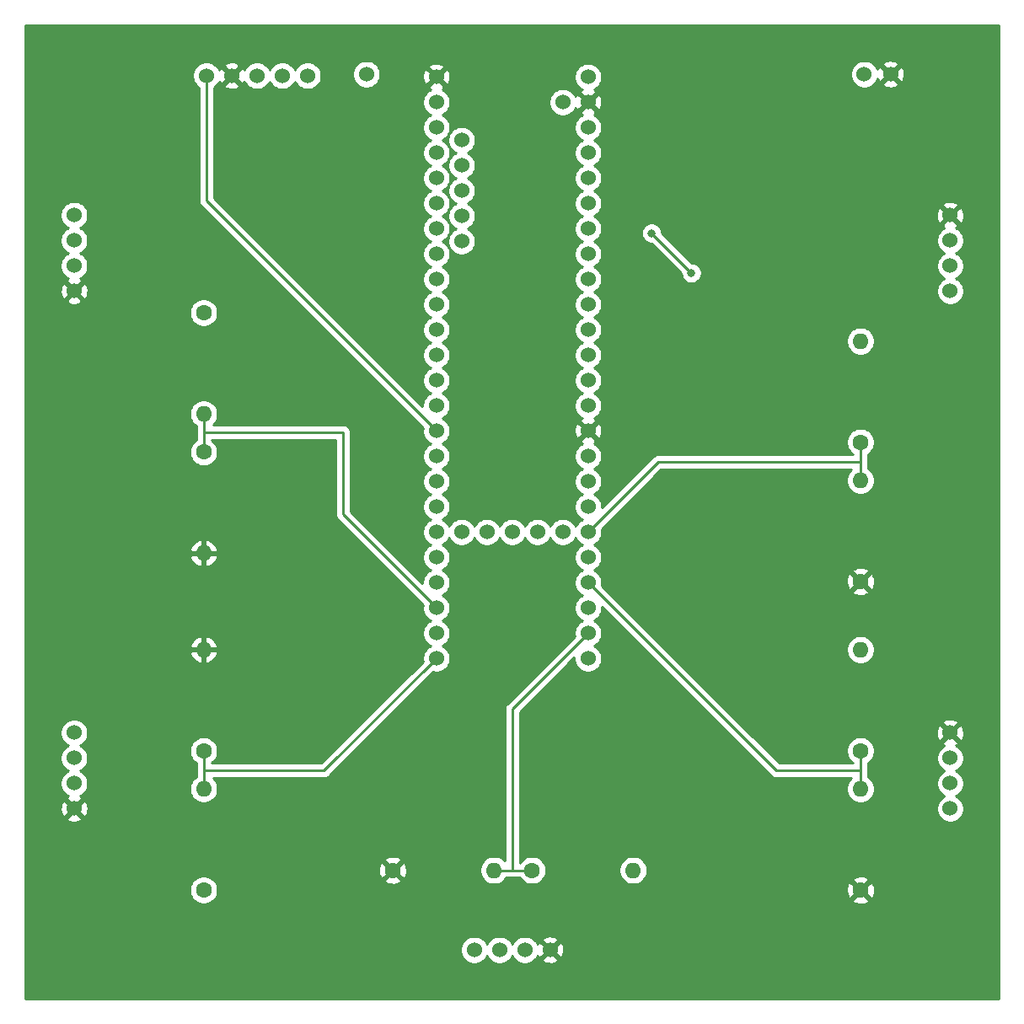
<source format=gbr>
%TF.GenerationSoftware,KiCad,Pcbnew,(5.1.10)-1*%
%TF.CreationDate,2021-11-04T17:31:58-05:00*%
%TF.ProjectId,gpsv1.1,67707376-312e-4312-9e6b-696361645f70,rev?*%
%TF.SameCoordinates,Original*%
%TF.FileFunction,Copper,L2,Bot*%
%TF.FilePolarity,Positive*%
%FSLAX46Y46*%
G04 Gerber Fmt 4.6, Leading zero omitted, Abs format (unit mm)*
G04 Created by KiCad (PCBNEW (5.1.10)-1) date 2021-11-04 17:31:58*
%MOMM*%
%LPD*%
G01*
G04 APERTURE LIST*
%TA.AperFunction,ComponentPad*%
%ADD10C,1.524000*%
%TD*%
%TA.AperFunction,ComponentPad*%
%ADD11C,1.600000*%
%TD*%
%TA.AperFunction,ComponentPad*%
%ADD12O,1.600000X1.600000*%
%TD*%
%TA.AperFunction,ViaPad*%
%ADD13C,0.800000*%
%TD*%
%TA.AperFunction,Conductor*%
%ADD14C,0.250000*%
%TD*%
%TA.AperFunction,Conductor*%
%ADD15C,0.254000*%
%TD*%
%TA.AperFunction,Conductor*%
%ADD16C,0.100000*%
%TD*%
G04 APERTURE END LIST*
D10*
%TO.P,J3,1*%
%TO.N,Gnd*%
X128005000Y-56032000D03*
%TD*%
%TO.P,J2,1*%
%TO.N,Net-(J2-Pad1)*%
X125365000Y-56032000D03*
%TD*%
%TO.P,J1,1*%
%TO.N,Net-(J1-Pad1)*%
X75365000Y-56032000D03*
%TD*%
%TO.P,TOF5,1*%
%TO.N,Vin*%
X86190000Y-144000000D03*
%TO.P,TOF5,2*%
%TO.N,Trig3*%
X88730000Y-144000000D03*
%TO.P,TOF5,3*%
%TO.N,Net-(R9-Pad2)*%
X91270000Y-144000000D03*
%TO.P,TOF5,4*%
%TO.N,Gnd*%
X93810000Y-144000000D03*
%TD*%
%TO.P,TOF4,1*%
%TO.N,Vin*%
X134000000Y-129810000D03*
%TO.P,TOF4,2*%
%TO.N,Trig2*%
X134000000Y-127270000D03*
%TO.P,TOF4,3*%
%TO.N,Net-(R6-Pad2)*%
X134000000Y-124730000D03*
%TO.P,TOF4,4*%
%TO.N,Gnd*%
X134000000Y-122190000D03*
%TD*%
%TO.P,TOF3,1*%
%TO.N,Vin*%
X134000000Y-77810000D03*
%TO.P,TOF3,2*%
%TO.N,Trig1*%
X134000000Y-75270000D03*
%TO.P,TOF3,3*%
%TO.N,Net-(R5-Pad2)*%
X134000000Y-72730000D03*
%TO.P,TOF3,4*%
%TO.N,Gnd*%
X134000000Y-70190000D03*
%TD*%
%TO.P,TOF2,1*%
%TO.N,Vin*%
X46000000Y-70190000D03*
%TO.P,TOF2,2*%
%TO.N,Trig5*%
X46000000Y-72730000D03*
%TO.P,TOF2,3*%
%TO.N,Net-(R2-Pad1)*%
X46000000Y-75270000D03*
%TO.P,TOF2,4*%
%TO.N,Gnd*%
X46000000Y-77810000D03*
%TD*%
%TO.P,TOF1,1*%
%TO.N,Vin*%
X46000000Y-122190000D03*
%TO.P,TOF1,2*%
%TO.N,Trig4*%
X46000000Y-124730000D03*
%TO.P,TOF1,3*%
%TO.N,Net-(R1-Pad1)*%
X46000000Y-127270000D03*
%TO.P,TOF1,4*%
%TO.N,Gnd*%
X46000000Y-129810000D03*
%TD*%
%TO.P,Teensy1,G2*%
%TO.N,N/C*%
X95080000Y-58840000D03*
%TO.P,Teensy1,*%
%TO.N,*%
X84920000Y-72810000D03*
X84920000Y-70270000D03*
X84920000Y-67730000D03*
X84920000Y-65190000D03*
X84920000Y-62650000D03*
X95080000Y-102020000D03*
X92540000Y-102020000D03*
X90000000Y-102020000D03*
X87460000Y-102020000D03*
X84920000Y-102020000D03*
%TO.P,Teensy1,G3*%
%TO.N,Gnd*%
X97620000Y-91860000D03*
%TO.P,Teensy1,V2*%
%TO.N,3.3V*%
X82380000Y-91860000D03*
%TO.P,Teensy1,Vin*%
%TO.N,Vin*%
X97620000Y-56300000D03*
%TO.P,Teensy1,G1*%
%TO.N,Gnd*%
X97620000Y-58840000D03*
%TO.P,Teensy1,V1*%
%TO.N,Net-(Teensy1-PadV1)*%
X97620000Y-61380000D03*
%TO.P,Teensy1,G4*%
%TO.N,Gnd*%
X82380000Y-56300000D03*
%TO.P,Teensy1,0*%
%TO.N,TX0*%
X82380000Y-58840000D03*
%TO.P,Teensy1,41*%
%TO.N,Net-(Teensy1-Pad41)*%
X97620000Y-94400000D03*
%TO.P,Teensy1,40*%
%TO.N,Net-(Teensy1-Pad40)*%
X97620000Y-96940000D03*
%TO.P,Teensy1,39*%
%TO.N,Net-(Teensy1-Pad39)*%
X97620000Y-99480000D03*
%TO.P,Teensy1,38*%
%TO.N,Net-(R5-Pad1)*%
X97620000Y-102020000D03*
%TO.P,Teensy1,37*%
%TO.N,Trig1*%
X97620000Y-104560000D03*
%TO.P,Teensy1,36*%
%TO.N,Net-(R6-Pad1)*%
X97620000Y-107100000D03*
%TO.P,Teensy1,35*%
%TO.N,Trig2*%
X97620000Y-109640000D03*
%TO.P,Teensy1,34*%
%TO.N,Net-(R10-Pad2)*%
X97620000Y-112180000D03*
%TO.P,Teensy1,33*%
%TO.N,Trig3*%
X97620000Y-114720000D03*
%TO.P,Teensy1,32*%
%TO.N,Net-(R1-Pad2)*%
X82380000Y-114720000D03*
%TO.P,Teensy1,31*%
%TO.N,Trig4*%
X82380000Y-112180000D03*
%TO.P,Teensy1,30*%
%TO.N,Net-(R2-Pad2)*%
X82380000Y-109640000D03*
%TO.P,Teensy1,29*%
%TO.N,Trig5*%
X82380000Y-107100000D03*
%TO.P,Teensy1,28*%
%TO.N,Net-(Teensy1-Pad28)*%
X82380000Y-104560000D03*
%TO.P,Teensy1,27*%
%TO.N,Net-(Teensy1-Pad27)*%
X82380000Y-102020000D03*
%TO.P,Teensy1,26*%
%TO.N,Net-(Teensy1-Pad26)*%
X82380000Y-99480000D03*
%TO.P,Teensy1,25*%
%TO.N,SDA*%
X82380000Y-96940000D03*
%TO.P,Teensy1,24*%
%TO.N,SCL*%
X82380000Y-94400000D03*
%TO.P,Teensy1,23*%
%TO.N,Net-(Teensy1-Pad23)*%
X97620000Y-63920000D03*
%TO.P,Teensy1,22*%
%TO.N,Net-(Teensy1-Pad22)*%
X97620000Y-66460000D03*
%TO.P,Teensy1,21*%
%TO.N,Net-(Teensy1-Pad21)*%
X97620000Y-69000000D03*
%TO.P,Teensy1,20*%
%TO.N,Net-(Teensy1-Pad20)*%
X97620000Y-71540000D03*
%TO.P,Teensy1,19*%
%TO.N,Net-(Teensy1-Pad19)*%
X97620000Y-74080000D03*
%TO.P,Teensy1,18*%
%TO.N,Net-(Teensy1-Pad18)*%
X97620000Y-76620000D03*
%TO.P,Teensy1,17*%
%TO.N,Net-(Teensy1-Pad17)*%
X97620000Y-79160000D03*
%TO.P,Teensy1,16*%
%TO.N,Net-(Teensy1-Pad16)*%
X97620000Y-81700000D03*
%TO.P,Teensy1,15*%
%TO.N,Net-(Teensy1-Pad15)*%
X97620000Y-84240000D03*
%TO.P,Teensy1,14*%
%TO.N,Net-(Teensy1-Pad14)*%
X97620000Y-86780000D03*
%TO.P,Teensy1,13*%
%TO.N,Net-(Teensy1-Pad13)*%
X97620000Y-89320000D03*
%TO.P,Teensy1,12*%
%TO.N,Net-(Teensy1-Pad12)*%
X82380000Y-89320000D03*
%TO.P,Teensy1,11*%
%TO.N,Net-(Teensy1-Pad11)*%
X82380000Y-86780000D03*
%TO.P,Teensy1,10*%
%TO.N,Net-(Teensy1-Pad10)*%
X82380000Y-84240000D03*
%TO.P,Teensy1,9*%
%TO.N,Net-(Teensy1-Pad9)*%
X82380000Y-81700000D03*
%TO.P,Teensy1,8*%
%TO.N,Net-(Teensy1-Pad8)*%
X82380000Y-79160000D03*
%TO.P,Teensy1,7*%
%TO.N,Net-(Teensy1-Pad7)*%
X82380000Y-76620000D03*
%TO.P,Teensy1,6*%
%TO.N,Net-(Teensy1-Pad6)*%
X82380000Y-74080000D03*
%TO.P,Teensy1,5*%
%TO.N,Net-(Teensy1-Pad5)*%
X82380000Y-71540000D03*
%TO.P,Teensy1,4*%
%TO.N,Net-(Teensy1-Pad4)*%
X82380000Y-69000000D03*
%TO.P,Teensy1,3*%
%TO.N,Net-(Teensy1-Pad3)*%
X82380000Y-66460000D03*
%TO.P,Teensy1,2*%
%TO.N,Net-(Teensy1-Pad2)*%
X82380000Y-63920000D03*
%TO.P,Teensy1,1*%
%TO.N,RX0*%
X82380000Y-61380000D03*
%TD*%
D11*
%TO.P,R9,1*%
%TO.N,Net-(R10-Pad2)*%
X92000000Y-136000000D03*
D12*
%TO.P,R9,2*%
%TO.N,Net-(R9-Pad2)*%
X102160000Y-136000000D03*
%TD*%
D11*
%TO.P,R6,1*%
%TO.N,Net-(R6-Pad1)*%
X125000000Y-124000000D03*
D12*
%TO.P,R6,2*%
%TO.N,Net-(R6-Pad2)*%
X125000000Y-113840000D03*
%TD*%
D11*
%TO.P,R10,1*%
%TO.N,Gnd*%
X78000000Y-136000000D03*
D12*
%TO.P,R10,2*%
%TO.N,Net-(R10-Pad2)*%
X88160000Y-136000000D03*
%TD*%
D11*
%TO.P,R5,1*%
%TO.N,Net-(R5-Pad1)*%
X125000000Y-93000000D03*
D12*
%TO.P,R5,2*%
%TO.N,Net-(R5-Pad2)*%
X125000000Y-82840000D03*
%TD*%
D11*
%TO.P,R8,1*%
%TO.N,Gnd*%
X125000000Y-138000000D03*
D12*
%TO.P,R8,2*%
%TO.N,Net-(R6-Pad1)*%
X125000000Y-127840000D03*
%TD*%
D11*
%TO.P,R7,1*%
%TO.N,Gnd*%
X125000000Y-107000000D03*
D12*
%TO.P,R7,2*%
%TO.N,Net-(R5-Pad1)*%
X125000000Y-96840000D03*
%TD*%
D11*
%TO.P,R4,1*%
%TO.N,Net-(R2-Pad2)*%
X59000000Y-94000000D03*
D12*
%TO.P,R4,2*%
%TO.N,Gnd*%
X59000000Y-104160000D03*
%TD*%
D11*
%TO.P,R3,1*%
%TO.N,Net-(R1-Pad2)*%
X59000000Y-124000000D03*
D12*
%TO.P,R3,2*%
%TO.N,Gnd*%
X59000000Y-113840000D03*
%TD*%
D11*
%TO.P,R2,1*%
%TO.N,Net-(R2-Pad1)*%
X59000000Y-80000000D03*
D12*
%TO.P,R2,2*%
%TO.N,Net-(R2-Pad2)*%
X59000000Y-90160000D03*
%TD*%
D11*
%TO.P,R1,1*%
%TO.N,Net-(R1-Pad1)*%
X59000000Y-138000000D03*
D12*
%TO.P,R1,2*%
%TO.N,Net-(R1-Pad2)*%
X59000000Y-127840000D03*
%TD*%
D10*
%TO.P,MAG1,1*%
%TO.N,3.3V*%
X59285000Y-56190000D03*
%TO.P,MAG1,2*%
%TO.N,Gnd*%
X61825000Y-56190000D03*
%TO.P,MAG1,3*%
%TO.N,SCL*%
X64365000Y-56190000D03*
%TO.P,MAG1,4*%
%TO.N,SDA*%
X66905000Y-56190000D03*
%TO.P,MAG1,5*%
%TO.N,Net-(J1-Pad1)*%
X69445000Y-56190000D03*
%TD*%
D13*
%TO.N,Gnd*%
X118953000Y-73953000D03*
%TO.N,Vin*%
X104000000Y-72000000D03*
X108000000Y-76000000D03*
%TD*%
D14*
%TO.N,3.3V*%
X59285000Y-68765000D02*
X82380000Y-91860000D01*
X59285000Y-56190000D02*
X59285000Y-68765000D01*
%TO.N,Net-(R1-Pad2)*%
X71100000Y-126000000D02*
X82380000Y-114720000D01*
X59000000Y-126000000D02*
X71100000Y-126000000D01*
X59000000Y-124000000D02*
X59000000Y-126000000D01*
X59000000Y-126000000D02*
X59000000Y-127840000D01*
%TO.N,Net-(R2-Pad2)*%
X59000000Y-90160000D02*
X59000000Y-92000000D01*
X59000000Y-92000000D02*
X59000000Y-94000000D01*
X73000000Y-100260000D02*
X82380000Y-109640000D01*
X73000000Y-92000000D02*
X73000000Y-100260000D01*
X59000000Y-92000000D02*
X73000000Y-92000000D01*
%TO.N,Net-(R10-Pad2)*%
X90000000Y-119800000D02*
X97620000Y-112180000D01*
X90000000Y-136000000D02*
X90000000Y-119800000D01*
X88160000Y-136000000D02*
X90000000Y-136000000D01*
X90000000Y-136000000D02*
X92000000Y-136000000D01*
%TO.N,Vin*%
X104000000Y-72000000D02*
X108000000Y-76000000D01*
%TO.N,Net-(R5-Pad1)*%
X125000000Y-93000000D02*
X125000000Y-95000000D01*
X125000000Y-95000000D02*
X125000000Y-96840000D01*
X104640000Y-95000000D02*
X97620000Y-102020000D01*
X125000000Y-95000000D02*
X104640000Y-95000000D01*
%TO.N,Net-(R6-Pad1)*%
X116520000Y-126000000D02*
X97620000Y-107100000D01*
X125000000Y-126000000D02*
X116520000Y-126000000D01*
X125000000Y-127840000D02*
X125000000Y-125000000D01*
X125000000Y-125000000D02*
X125000000Y-124000000D01*
X125000000Y-126000000D02*
X125000000Y-125000000D01*
%TD*%
D15*
%TO.N,Gnd*%
X138873000Y-148873000D02*
X41127000Y-148873000D01*
X41127000Y-143862408D01*
X84793000Y-143862408D01*
X84793000Y-144137592D01*
X84846686Y-144407490D01*
X84951995Y-144661727D01*
X85104880Y-144890535D01*
X85299465Y-145085120D01*
X85528273Y-145238005D01*
X85782510Y-145343314D01*
X86052408Y-145397000D01*
X86327592Y-145397000D01*
X86597490Y-145343314D01*
X86851727Y-145238005D01*
X87080535Y-145085120D01*
X87275120Y-144890535D01*
X87428005Y-144661727D01*
X87460000Y-144584485D01*
X87491995Y-144661727D01*
X87644880Y-144890535D01*
X87839465Y-145085120D01*
X88068273Y-145238005D01*
X88322510Y-145343314D01*
X88592408Y-145397000D01*
X88867592Y-145397000D01*
X89137490Y-145343314D01*
X89391727Y-145238005D01*
X89620535Y-145085120D01*
X89815120Y-144890535D01*
X89968005Y-144661727D01*
X90000000Y-144584485D01*
X90031995Y-144661727D01*
X90184880Y-144890535D01*
X90379465Y-145085120D01*
X90608273Y-145238005D01*
X90862510Y-145343314D01*
X91132408Y-145397000D01*
X91407592Y-145397000D01*
X91677490Y-145343314D01*
X91931727Y-145238005D01*
X92160535Y-145085120D01*
X92280090Y-144965565D01*
X93024040Y-144965565D01*
X93091020Y-145205656D01*
X93340048Y-145322756D01*
X93607135Y-145389023D01*
X93882017Y-145401910D01*
X94154133Y-145360922D01*
X94413023Y-145267636D01*
X94528980Y-145205656D01*
X94595960Y-144965565D01*
X93810000Y-144179605D01*
X93024040Y-144965565D01*
X92280090Y-144965565D01*
X92355120Y-144890535D01*
X92508005Y-144661727D01*
X92537692Y-144590057D01*
X92542364Y-144603023D01*
X92604344Y-144718980D01*
X92844435Y-144785960D01*
X93630395Y-144000000D01*
X93989605Y-144000000D01*
X94775565Y-144785960D01*
X95015656Y-144718980D01*
X95132756Y-144469952D01*
X95199023Y-144202865D01*
X95211910Y-143927983D01*
X95170922Y-143655867D01*
X95077636Y-143396977D01*
X95015656Y-143281020D01*
X94775565Y-143214040D01*
X93989605Y-144000000D01*
X93630395Y-144000000D01*
X92844435Y-143214040D01*
X92604344Y-143281020D01*
X92540515Y-143416760D01*
X92508005Y-143338273D01*
X92355120Y-143109465D01*
X92280090Y-143034435D01*
X93024040Y-143034435D01*
X93810000Y-143820395D01*
X94595960Y-143034435D01*
X94528980Y-142794344D01*
X94279952Y-142677244D01*
X94012865Y-142610977D01*
X93737983Y-142598090D01*
X93465867Y-142639078D01*
X93206977Y-142732364D01*
X93091020Y-142794344D01*
X93024040Y-143034435D01*
X92280090Y-143034435D01*
X92160535Y-142914880D01*
X91931727Y-142761995D01*
X91677490Y-142656686D01*
X91407592Y-142603000D01*
X91132408Y-142603000D01*
X90862510Y-142656686D01*
X90608273Y-142761995D01*
X90379465Y-142914880D01*
X90184880Y-143109465D01*
X90031995Y-143338273D01*
X90000000Y-143415515D01*
X89968005Y-143338273D01*
X89815120Y-143109465D01*
X89620535Y-142914880D01*
X89391727Y-142761995D01*
X89137490Y-142656686D01*
X88867592Y-142603000D01*
X88592408Y-142603000D01*
X88322510Y-142656686D01*
X88068273Y-142761995D01*
X87839465Y-142914880D01*
X87644880Y-143109465D01*
X87491995Y-143338273D01*
X87460000Y-143415515D01*
X87428005Y-143338273D01*
X87275120Y-143109465D01*
X87080535Y-142914880D01*
X86851727Y-142761995D01*
X86597490Y-142656686D01*
X86327592Y-142603000D01*
X86052408Y-142603000D01*
X85782510Y-142656686D01*
X85528273Y-142761995D01*
X85299465Y-142914880D01*
X85104880Y-143109465D01*
X84951995Y-143338273D01*
X84846686Y-143592510D01*
X84793000Y-143862408D01*
X41127000Y-143862408D01*
X41127000Y-137858665D01*
X57565000Y-137858665D01*
X57565000Y-138141335D01*
X57620147Y-138418574D01*
X57728320Y-138679727D01*
X57885363Y-138914759D01*
X58085241Y-139114637D01*
X58320273Y-139271680D01*
X58581426Y-139379853D01*
X58858665Y-139435000D01*
X59141335Y-139435000D01*
X59418574Y-139379853D01*
X59679727Y-139271680D01*
X59914759Y-139114637D01*
X60036694Y-138992702D01*
X124186903Y-138992702D01*
X124258486Y-139236671D01*
X124513996Y-139357571D01*
X124788184Y-139426300D01*
X125070512Y-139440217D01*
X125350130Y-139398787D01*
X125616292Y-139303603D01*
X125741514Y-139236671D01*
X125813097Y-138992702D01*
X125000000Y-138179605D01*
X124186903Y-138992702D01*
X60036694Y-138992702D01*
X60114637Y-138914759D01*
X60271680Y-138679727D01*
X60379853Y-138418574D01*
X60435000Y-138141335D01*
X60435000Y-138070512D01*
X123559783Y-138070512D01*
X123601213Y-138350130D01*
X123696397Y-138616292D01*
X123763329Y-138741514D01*
X124007298Y-138813097D01*
X124820395Y-138000000D01*
X125179605Y-138000000D01*
X125992702Y-138813097D01*
X126236671Y-138741514D01*
X126357571Y-138486004D01*
X126426300Y-138211816D01*
X126440217Y-137929488D01*
X126398787Y-137649870D01*
X126303603Y-137383708D01*
X126236671Y-137258486D01*
X125992702Y-137186903D01*
X125179605Y-138000000D01*
X124820395Y-138000000D01*
X124007298Y-137186903D01*
X123763329Y-137258486D01*
X123642429Y-137513996D01*
X123573700Y-137788184D01*
X123559783Y-138070512D01*
X60435000Y-138070512D01*
X60435000Y-137858665D01*
X60379853Y-137581426D01*
X60271680Y-137320273D01*
X60114637Y-137085241D01*
X60022098Y-136992702D01*
X77186903Y-136992702D01*
X77258486Y-137236671D01*
X77513996Y-137357571D01*
X77788184Y-137426300D01*
X78070512Y-137440217D01*
X78350130Y-137398787D01*
X78616292Y-137303603D01*
X78741514Y-137236671D01*
X78813097Y-136992702D01*
X78000000Y-136179605D01*
X77186903Y-136992702D01*
X60022098Y-136992702D01*
X59914759Y-136885363D01*
X59679727Y-136728320D01*
X59418574Y-136620147D01*
X59141335Y-136565000D01*
X58858665Y-136565000D01*
X58581426Y-136620147D01*
X58320273Y-136728320D01*
X58085241Y-136885363D01*
X57885363Y-137085241D01*
X57728320Y-137320273D01*
X57620147Y-137581426D01*
X57565000Y-137858665D01*
X41127000Y-137858665D01*
X41127000Y-136070512D01*
X76559783Y-136070512D01*
X76601213Y-136350130D01*
X76696397Y-136616292D01*
X76763329Y-136741514D01*
X77007298Y-136813097D01*
X77820395Y-136000000D01*
X78179605Y-136000000D01*
X78992702Y-136813097D01*
X79236671Y-136741514D01*
X79357571Y-136486004D01*
X79426300Y-136211816D01*
X79440217Y-135929488D01*
X79398787Y-135649870D01*
X79303603Y-135383708D01*
X79236671Y-135258486D01*
X78992702Y-135186903D01*
X78179605Y-136000000D01*
X77820395Y-136000000D01*
X77007298Y-135186903D01*
X76763329Y-135258486D01*
X76642429Y-135513996D01*
X76573700Y-135788184D01*
X76559783Y-136070512D01*
X41127000Y-136070512D01*
X41127000Y-135007298D01*
X77186903Y-135007298D01*
X78000000Y-135820395D01*
X78813097Y-135007298D01*
X78741514Y-134763329D01*
X78486004Y-134642429D01*
X78211816Y-134573700D01*
X77929488Y-134559783D01*
X77649870Y-134601213D01*
X77383708Y-134696397D01*
X77258486Y-134763329D01*
X77186903Y-135007298D01*
X41127000Y-135007298D01*
X41127000Y-130775565D01*
X45214040Y-130775565D01*
X45281020Y-131015656D01*
X45530048Y-131132756D01*
X45797135Y-131199023D01*
X46072017Y-131211910D01*
X46344133Y-131170922D01*
X46603023Y-131077636D01*
X46718980Y-131015656D01*
X46785960Y-130775565D01*
X46000000Y-129989605D01*
X45214040Y-130775565D01*
X41127000Y-130775565D01*
X41127000Y-129882017D01*
X44598090Y-129882017D01*
X44639078Y-130154133D01*
X44732364Y-130413023D01*
X44794344Y-130528980D01*
X45034435Y-130595960D01*
X45820395Y-129810000D01*
X46179605Y-129810000D01*
X46965565Y-130595960D01*
X47205656Y-130528980D01*
X47322756Y-130279952D01*
X47389023Y-130012865D01*
X47401910Y-129737983D01*
X47360922Y-129465867D01*
X47267636Y-129206977D01*
X47205656Y-129091020D01*
X46965565Y-129024040D01*
X46179605Y-129810000D01*
X45820395Y-129810000D01*
X45034435Y-129024040D01*
X44794344Y-129091020D01*
X44677244Y-129340048D01*
X44610977Y-129607135D01*
X44598090Y-129882017D01*
X41127000Y-129882017D01*
X41127000Y-122052408D01*
X44603000Y-122052408D01*
X44603000Y-122327592D01*
X44656686Y-122597490D01*
X44761995Y-122851727D01*
X44914880Y-123080535D01*
X45109465Y-123275120D01*
X45338273Y-123428005D01*
X45415515Y-123460000D01*
X45338273Y-123491995D01*
X45109465Y-123644880D01*
X44914880Y-123839465D01*
X44761995Y-124068273D01*
X44656686Y-124322510D01*
X44603000Y-124592408D01*
X44603000Y-124867592D01*
X44656686Y-125137490D01*
X44761995Y-125391727D01*
X44914880Y-125620535D01*
X45109465Y-125815120D01*
X45338273Y-125968005D01*
X45415515Y-126000000D01*
X45338273Y-126031995D01*
X45109465Y-126184880D01*
X44914880Y-126379465D01*
X44761995Y-126608273D01*
X44656686Y-126862510D01*
X44603000Y-127132408D01*
X44603000Y-127407592D01*
X44656686Y-127677490D01*
X44761995Y-127931727D01*
X44914880Y-128160535D01*
X45109465Y-128355120D01*
X45338273Y-128508005D01*
X45409943Y-128537692D01*
X45396977Y-128542364D01*
X45281020Y-128604344D01*
X45214040Y-128844435D01*
X46000000Y-129630395D01*
X46785960Y-128844435D01*
X46718980Y-128604344D01*
X46583240Y-128540515D01*
X46661727Y-128508005D01*
X46890535Y-128355120D01*
X47085120Y-128160535D01*
X47238005Y-127931727D01*
X47343314Y-127677490D01*
X47397000Y-127407592D01*
X47397000Y-127132408D01*
X47343314Y-126862510D01*
X47238005Y-126608273D01*
X47085120Y-126379465D01*
X46890535Y-126184880D01*
X46661727Y-126031995D01*
X46584485Y-126000000D01*
X46661727Y-125968005D01*
X46890535Y-125815120D01*
X47085120Y-125620535D01*
X47238005Y-125391727D01*
X47343314Y-125137490D01*
X47397000Y-124867592D01*
X47397000Y-124592408D01*
X47343314Y-124322510D01*
X47238005Y-124068273D01*
X47085120Y-123839465D01*
X46890535Y-123644880D01*
X46661727Y-123491995D01*
X46584485Y-123460000D01*
X46661727Y-123428005D01*
X46890535Y-123275120D01*
X47085120Y-123080535D01*
X47238005Y-122851727D01*
X47343314Y-122597490D01*
X47397000Y-122327592D01*
X47397000Y-122052408D01*
X47343314Y-121782510D01*
X47238005Y-121528273D01*
X47085120Y-121299465D01*
X46890535Y-121104880D01*
X46661727Y-120951995D01*
X46407490Y-120846686D01*
X46137592Y-120793000D01*
X45862408Y-120793000D01*
X45592510Y-120846686D01*
X45338273Y-120951995D01*
X45109465Y-121104880D01*
X44914880Y-121299465D01*
X44761995Y-121528273D01*
X44656686Y-121782510D01*
X44603000Y-122052408D01*
X41127000Y-122052408D01*
X41127000Y-114189040D01*
X57608091Y-114189040D01*
X57702930Y-114453881D01*
X57847615Y-114695131D01*
X58036586Y-114903519D01*
X58262580Y-115071037D01*
X58516913Y-115191246D01*
X58650961Y-115231904D01*
X58873000Y-115109915D01*
X58873000Y-113967000D01*
X59127000Y-113967000D01*
X59127000Y-115109915D01*
X59349039Y-115231904D01*
X59483087Y-115191246D01*
X59737420Y-115071037D01*
X59963414Y-114903519D01*
X60152385Y-114695131D01*
X60297070Y-114453881D01*
X60391909Y-114189040D01*
X60270624Y-113967000D01*
X59127000Y-113967000D01*
X58873000Y-113967000D01*
X57729376Y-113967000D01*
X57608091Y-114189040D01*
X41127000Y-114189040D01*
X41127000Y-113490960D01*
X57608091Y-113490960D01*
X57729376Y-113713000D01*
X58873000Y-113713000D01*
X58873000Y-112570085D01*
X59127000Y-112570085D01*
X59127000Y-113713000D01*
X60270624Y-113713000D01*
X60391909Y-113490960D01*
X60297070Y-113226119D01*
X60152385Y-112984869D01*
X59963414Y-112776481D01*
X59737420Y-112608963D01*
X59483087Y-112488754D01*
X59349039Y-112448096D01*
X59127000Y-112570085D01*
X58873000Y-112570085D01*
X58650961Y-112448096D01*
X58516913Y-112488754D01*
X58262580Y-112608963D01*
X58036586Y-112776481D01*
X57847615Y-112984869D01*
X57702930Y-113226119D01*
X57608091Y-113490960D01*
X41127000Y-113490960D01*
X41127000Y-104509040D01*
X57608091Y-104509040D01*
X57702930Y-104773881D01*
X57847615Y-105015131D01*
X58036586Y-105223519D01*
X58262580Y-105391037D01*
X58516913Y-105511246D01*
X58650961Y-105551904D01*
X58873000Y-105429915D01*
X58873000Y-104287000D01*
X59127000Y-104287000D01*
X59127000Y-105429915D01*
X59349039Y-105551904D01*
X59483087Y-105511246D01*
X59737420Y-105391037D01*
X59963414Y-105223519D01*
X60152385Y-105015131D01*
X60297070Y-104773881D01*
X60391909Y-104509040D01*
X60270624Y-104287000D01*
X59127000Y-104287000D01*
X58873000Y-104287000D01*
X57729376Y-104287000D01*
X57608091Y-104509040D01*
X41127000Y-104509040D01*
X41127000Y-103810960D01*
X57608091Y-103810960D01*
X57729376Y-104033000D01*
X58873000Y-104033000D01*
X58873000Y-102890085D01*
X59127000Y-102890085D01*
X59127000Y-104033000D01*
X60270624Y-104033000D01*
X60391909Y-103810960D01*
X60297070Y-103546119D01*
X60152385Y-103304869D01*
X59963414Y-103096481D01*
X59737420Y-102928963D01*
X59483087Y-102808754D01*
X59349039Y-102768096D01*
X59127000Y-102890085D01*
X58873000Y-102890085D01*
X58650961Y-102768096D01*
X58516913Y-102808754D01*
X58262580Y-102928963D01*
X58036586Y-103096481D01*
X57847615Y-103304869D01*
X57702930Y-103546119D01*
X57608091Y-103810960D01*
X41127000Y-103810960D01*
X41127000Y-90018665D01*
X57565000Y-90018665D01*
X57565000Y-90301335D01*
X57620147Y-90578574D01*
X57728320Y-90839727D01*
X57885363Y-91074759D01*
X58085241Y-91274637D01*
X58240001Y-91378044D01*
X58240001Y-91962657D01*
X58236323Y-92000000D01*
X58240000Y-92037333D01*
X58240000Y-92781956D01*
X58085241Y-92885363D01*
X57885363Y-93085241D01*
X57728320Y-93320273D01*
X57620147Y-93581426D01*
X57565000Y-93858665D01*
X57565000Y-94141335D01*
X57620147Y-94418574D01*
X57728320Y-94679727D01*
X57885363Y-94914759D01*
X58085241Y-95114637D01*
X58320273Y-95271680D01*
X58581426Y-95379853D01*
X58858665Y-95435000D01*
X59141335Y-95435000D01*
X59418574Y-95379853D01*
X59679727Y-95271680D01*
X59914759Y-95114637D01*
X60114637Y-94914759D01*
X60271680Y-94679727D01*
X60379853Y-94418574D01*
X60435000Y-94141335D01*
X60435000Y-93858665D01*
X60379853Y-93581426D01*
X60271680Y-93320273D01*
X60114637Y-93085241D01*
X59914759Y-92885363D01*
X59760000Y-92781957D01*
X59760000Y-92760000D01*
X72240000Y-92760000D01*
X72240001Y-100222668D01*
X72236324Y-100260000D01*
X72250998Y-100408985D01*
X72294454Y-100552246D01*
X72365026Y-100684276D01*
X72436201Y-100771002D01*
X72460000Y-100800001D01*
X72488998Y-100823799D01*
X81013628Y-109348430D01*
X80983000Y-109502408D01*
X80983000Y-109777592D01*
X81036686Y-110047490D01*
X81141995Y-110301727D01*
X81294880Y-110530535D01*
X81489465Y-110725120D01*
X81718273Y-110878005D01*
X81795515Y-110910000D01*
X81718273Y-110941995D01*
X81489465Y-111094880D01*
X81294880Y-111289465D01*
X81141995Y-111518273D01*
X81036686Y-111772510D01*
X80983000Y-112042408D01*
X80983000Y-112317592D01*
X81036686Y-112587490D01*
X81141995Y-112841727D01*
X81294880Y-113070535D01*
X81489465Y-113265120D01*
X81718273Y-113418005D01*
X81795515Y-113450000D01*
X81718273Y-113481995D01*
X81489465Y-113634880D01*
X81294880Y-113829465D01*
X81141995Y-114058273D01*
X81036686Y-114312510D01*
X80983000Y-114582408D01*
X80983000Y-114857592D01*
X81013628Y-115011570D01*
X70785199Y-125240000D01*
X59760000Y-125240000D01*
X59760000Y-125218043D01*
X59914759Y-125114637D01*
X60114637Y-124914759D01*
X60271680Y-124679727D01*
X60379853Y-124418574D01*
X60435000Y-124141335D01*
X60435000Y-123858665D01*
X60379853Y-123581426D01*
X60271680Y-123320273D01*
X60114637Y-123085241D01*
X59914759Y-122885363D01*
X59679727Y-122728320D01*
X59418574Y-122620147D01*
X59141335Y-122565000D01*
X58858665Y-122565000D01*
X58581426Y-122620147D01*
X58320273Y-122728320D01*
X58085241Y-122885363D01*
X57885363Y-123085241D01*
X57728320Y-123320273D01*
X57620147Y-123581426D01*
X57565000Y-123858665D01*
X57565000Y-124141335D01*
X57620147Y-124418574D01*
X57728320Y-124679727D01*
X57885363Y-124914759D01*
X58085241Y-125114637D01*
X58240001Y-125218044D01*
X58240001Y-125962657D01*
X58236323Y-126000000D01*
X58240000Y-126037332D01*
X58240000Y-126621956D01*
X58085241Y-126725363D01*
X57885363Y-126925241D01*
X57728320Y-127160273D01*
X57620147Y-127421426D01*
X57565000Y-127698665D01*
X57565000Y-127981335D01*
X57620147Y-128258574D01*
X57728320Y-128519727D01*
X57885363Y-128754759D01*
X58085241Y-128954637D01*
X58320273Y-129111680D01*
X58581426Y-129219853D01*
X58858665Y-129275000D01*
X59141335Y-129275000D01*
X59418574Y-129219853D01*
X59679727Y-129111680D01*
X59914759Y-128954637D01*
X60114637Y-128754759D01*
X60271680Y-128519727D01*
X60379853Y-128258574D01*
X60435000Y-127981335D01*
X60435000Y-127698665D01*
X60379853Y-127421426D01*
X60271680Y-127160273D01*
X60114637Y-126925241D01*
X59949396Y-126760000D01*
X71062678Y-126760000D01*
X71100000Y-126763676D01*
X71137322Y-126760000D01*
X71137333Y-126760000D01*
X71248986Y-126749003D01*
X71392247Y-126705546D01*
X71524276Y-126634974D01*
X71640001Y-126540001D01*
X71663804Y-126510997D01*
X82088430Y-116086372D01*
X82242408Y-116117000D01*
X82517592Y-116117000D01*
X82787490Y-116063314D01*
X83041727Y-115958005D01*
X83270535Y-115805120D01*
X83465120Y-115610535D01*
X83618005Y-115381727D01*
X83723314Y-115127490D01*
X83777000Y-114857592D01*
X83777000Y-114582408D01*
X83723314Y-114312510D01*
X83618005Y-114058273D01*
X83465120Y-113829465D01*
X83270535Y-113634880D01*
X83041727Y-113481995D01*
X82964485Y-113450000D01*
X83041727Y-113418005D01*
X83270535Y-113265120D01*
X83465120Y-113070535D01*
X83618005Y-112841727D01*
X83723314Y-112587490D01*
X83777000Y-112317592D01*
X83777000Y-112042408D01*
X83723314Y-111772510D01*
X83618005Y-111518273D01*
X83465120Y-111289465D01*
X83270535Y-111094880D01*
X83041727Y-110941995D01*
X82964485Y-110910000D01*
X83041727Y-110878005D01*
X83270535Y-110725120D01*
X83465120Y-110530535D01*
X83618005Y-110301727D01*
X83723314Y-110047490D01*
X83777000Y-109777592D01*
X83777000Y-109502408D01*
X83723314Y-109232510D01*
X83618005Y-108978273D01*
X83465120Y-108749465D01*
X83270535Y-108554880D01*
X83041727Y-108401995D01*
X82964485Y-108370000D01*
X83041727Y-108338005D01*
X83270535Y-108185120D01*
X83465120Y-107990535D01*
X83618005Y-107761727D01*
X83723314Y-107507490D01*
X83777000Y-107237592D01*
X83777000Y-106962408D01*
X83723314Y-106692510D01*
X83618005Y-106438273D01*
X83465120Y-106209465D01*
X83270535Y-106014880D01*
X83041727Y-105861995D01*
X82964485Y-105830000D01*
X83041727Y-105798005D01*
X83270535Y-105645120D01*
X83465120Y-105450535D01*
X83618005Y-105221727D01*
X83723314Y-104967490D01*
X83777000Y-104697592D01*
X83777000Y-104422408D01*
X83723314Y-104152510D01*
X83618005Y-103898273D01*
X83465120Y-103669465D01*
X83270535Y-103474880D01*
X83041727Y-103321995D01*
X82964485Y-103290000D01*
X83041727Y-103258005D01*
X83270535Y-103105120D01*
X83465120Y-102910535D01*
X83618005Y-102681727D01*
X83650000Y-102604485D01*
X83681995Y-102681727D01*
X83834880Y-102910535D01*
X84029465Y-103105120D01*
X84258273Y-103258005D01*
X84512510Y-103363314D01*
X84782408Y-103417000D01*
X85057592Y-103417000D01*
X85327490Y-103363314D01*
X85581727Y-103258005D01*
X85810535Y-103105120D01*
X86005120Y-102910535D01*
X86158005Y-102681727D01*
X86190000Y-102604485D01*
X86221995Y-102681727D01*
X86374880Y-102910535D01*
X86569465Y-103105120D01*
X86798273Y-103258005D01*
X87052510Y-103363314D01*
X87322408Y-103417000D01*
X87597592Y-103417000D01*
X87867490Y-103363314D01*
X88121727Y-103258005D01*
X88350535Y-103105120D01*
X88545120Y-102910535D01*
X88698005Y-102681727D01*
X88730000Y-102604485D01*
X88761995Y-102681727D01*
X88914880Y-102910535D01*
X89109465Y-103105120D01*
X89338273Y-103258005D01*
X89592510Y-103363314D01*
X89862408Y-103417000D01*
X90137592Y-103417000D01*
X90407490Y-103363314D01*
X90661727Y-103258005D01*
X90890535Y-103105120D01*
X91085120Y-102910535D01*
X91238005Y-102681727D01*
X91270000Y-102604485D01*
X91301995Y-102681727D01*
X91454880Y-102910535D01*
X91649465Y-103105120D01*
X91878273Y-103258005D01*
X92132510Y-103363314D01*
X92402408Y-103417000D01*
X92677592Y-103417000D01*
X92947490Y-103363314D01*
X93201727Y-103258005D01*
X93430535Y-103105120D01*
X93625120Y-102910535D01*
X93778005Y-102681727D01*
X93810000Y-102604485D01*
X93841995Y-102681727D01*
X93994880Y-102910535D01*
X94189465Y-103105120D01*
X94418273Y-103258005D01*
X94672510Y-103363314D01*
X94942408Y-103417000D01*
X95217592Y-103417000D01*
X95487490Y-103363314D01*
X95741727Y-103258005D01*
X95970535Y-103105120D01*
X96165120Y-102910535D01*
X96318005Y-102681727D01*
X96350000Y-102604485D01*
X96381995Y-102681727D01*
X96534880Y-102910535D01*
X96729465Y-103105120D01*
X96958273Y-103258005D01*
X97035515Y-103290000D01*
X96958273Y-103321995D01*
X96729465Y-103474880D01*
X96534880Y-103669465D01*
X96381995Y-103898273D01*
X96276686Y-104152510D01*
X96223000Y-104422408D01*
X96223000Y-104697592D01*
X96276686Y-104967490D01*
X96381995Y-105221727D01*
X96534880Y-105450535D01*
X96729465Y-105645120D01*
X96958273Y-105798005D01*
X97035515Y-105830000D01*
X96958273Y-105861995D01*
X96729465Y-106014880D01*
X96534880Y-106209465D01*
X96381995Y-106438273D01*
X96276686Y-106692510D01*
X96223000Y-106962408D01*
X96223000Y-107237592D01*
X96276686Y-107507490D01*
X96381995Y-107761727D01*
X96534880Y-107990535D01*
X96729465Y-108185120D01*
X96958273Y-108338005D01*
X97035515Y-108370000D01*
X96958273Y-108401995D01*
X96729465Y-108554880D01*
X96534880Y-108749465D01*
X96381995Y-108978273D01*
X96276686Y-109232510D01*
X96223000Y-109502408D01*
X96223000Y-109777592D01*
X96276686Y-110047490D01*
X96381995Y-110301727D01*
X96534880Y-110530535D01*
X96729465Y-110725120D01*
X96958273Y-110878005D01*
X97035515Y-110910000D01*
X96958273Y-110941995D01*
X96729465Y-111094880D01*
X96534880Y-111289465D01*
X96381995Y-111518273D01*
X96276686Y-111772510D01*
X96223000Y-112042408D01*
X96223000Y-112317592D01*
X96253628Y-112471570D01*
X89488998Y-119236201D01*
X89460000Y-119259999D01*
X89436202Y-119288997D01*
X89436201Y-119288998D01*
X89365026Y-119375724D01*
X89294454Y-119507754D01*
X89250998Y-119651015D01*
X89236324Y-119800000D01*
X89240001Y-119837333D01*
X89240000Y-135050604D01*
X89074759Y-134885363D01*
X88839727Y-134728320D01*
X88578574Y-134620147D01*
X88301335Y-134565000D01*
X88018665Y-134565000D01*
X87741426Y-134620147D01*
X87480273Y-134728320D01*
X87245241Y-134885363D01*
X87045363Y-135085241D01*
X86888320Y-135320273D01*
X86780147Y-135581426D01*
X86725000Y-135858665D01*
X86725000Y-136141335D01*
X86780147Y-136418574D01*
X86888320Y-136679727D01*
X87045363Y-136914759D01*
X87245241Y-137114637D01*
X87480273Y-137271680D01*
X87741426Y-137379853D01*
X88018665Y-137435000D01*
X88301335Y-137435000D01*
X88578574Y-137379853D01*
X88839727Y-137271680D01*
X89074759Y-137114637D01*
X89274637Y-136914759D01*
X89378043Y-136760000D01*
X89962667Y-136760000D01*
X90000000Y-136763677D01*
X90037333Y-136760000D01*
X90781957Y-136760000D01*
X90885363Y-136914759D01*
X91085241Y-137114637D01*
X91320273Y-137271680D01*
X91581426Y-137379853D01*
X91858665Y-137435000D01*
X92141335Y-137435000D01*
X92418574Y-137379853D01*
X92679727Y-137271680D01*
X92914759Y-137114637D01*
X93114637Y-136914759D01*
X93271680Y-136679727D01*
X93379853Y-136418574D01*
X93435000Y-136141335D01*
X93435000Y-135858665D01*
X100725000Y-135858665D01*
X100725000Y-136141335D01*
X100780147Y-136418574D01*
X100888320Y-136679727D01*
X101045363Y-136914759D01*
X101245241Y-137114637D01*
X101480273Y-137271680D01*
X101741426Y-137379853D01*
X102018665Y-137435000D01*
X102301335Y-137435000D01*
X102578574Y-137379853D01*
X102839727Y-137271680D01*
X103074759Y-137114637D01*
X103182098Y-137007298D01*
X124186903Y-137007298D01*
X125000000Y-137820395D01*
X125813097Y-137007298D01*
X125741514Y-136763329D01*
X125486004Y-136642429D01*
X125211816Y-136573700D01*
X124929488Y-136559783D01*
X124649870Y-136601213D01*
X124383708Y-136696397D01*
X124258486Y-136763329D01*
X124186903Y-137007298D01*
X103182098Y-137007298D01*
X103274637Y-136914759D01*
X103431680Y-136679727D01*
X103539853Y-136418574D01*
X103595000Y-136141335D01*
X103595000Y-135858665D01*
X103539853Y-135581426D01*
X103431680Y-135320273D01*
X103274637Y-135085241D01*
X103074759Y-134885363D01*
X102839727Y-134728320D01*
X102578574Y-134620147D01*
X102301335Y-134565000D01*
X102018665Y-134565000D01*
X101741426Y-134620147D01*
X101480273Y-134728320D01*
X101245241Y-134885363D01*
X101045363Y-135085241D01*
X100888320Y-135320273D01*
X100780147Y-135581426D01*
X100725000Y-135858665D01*
X93435000Y-135858665D01*
X93379853Y-135581426D01*
X93271680Y-135320273D01*
X93114637Y-135085241D01*
X92914759Y-134885363D01*
X92679727Y-134728320D01*
X92418574Y-134620147D01*
X92141335Y-134565000D01*
X91858665Y-134565000D01*
X91581426Y-134620147D01*
X91320273Y-134728320D01*
X91085241Y-134885363D01*
X90885363Y-135085241D01*
X90781957Y-135240000D01*
X90760000Y-135240000D01*
X90760000Y-120114801D01*
X96223000Y-114651802D01*
X96223000Y-114857592D01*
X96276686Y-115127490D01*
X96381995Y-115381727D01*
X96534880Y-115610535D01*
X96729465Y-115805120D01*
X96958273Y-115958005D01*
X97212510Y-116063314D01*
X97482408Y-116117000D01*
X97757592Y-116117000D01*
X98027490Y-116063314D01*
X98281727Y-115958005D01*
X98510535Y-115805120D01*
X98705120Y-115610535D01*
X98858005Y-115381727D01*
X98963314Y-115127490D01*
X99017000Y-114857592D01*
X99017000Y-114582408D01*
X98963314Y-114312510D01*
X98858005Y-114058273D01*
X98705120Y-113829465D01*
X98510535Y-113634880D01*
X98281727Y-113481995D01*
X98204485Y-113450000D01*
X98281727Y-113418005D01*
X98510535Y-113265120D01*
X98705120Y-113070535D01*
X98858005Y-112841727D01*
X98963314Y-112587490D01*
X99017000Y-112317592D01*
X99017000Y-112042408D01*
X98963314Y-111772510D01*
X98858005Y-111518273D01*
X98705120Y-111289465D01*
X98510535Y-111094880D01*
X98281727Y-110941995D01*
X98204485Y-110910000D01*
X98281727Y-110878005D01*
X98510535Y-110725120D01*
X98705120Y-110530535D01*
X98858005Y-110301727D01*
X98963314Y-110047490D01*
X99017000Y-109777592D01*
X99017000Y-109571801D01*
X115956201Y-126511003D01*
X115979999Y-126540001D01*
X116095724Y-126634974D01*
X116227753Y-126705546D01*
X116371014Y-126749003D01*
X116482667Y-126760000D01*
X116482676Y-126760000D01*
X116519999Y-126763676D01*
X116557322Y-126760000D01*
X124050604Y-126760000D01*
X123885363Y-126925241D01*
X123728320Y-127160273D01*
X123620147Y-127421426D01*
X123565000Y-127698665D01*
X123565000Y-127981335D01*
X123620147Y-128258574D01*
X123728320Y-128519727D01*
X123885363Y-128754759D01*
X124085241Y-128954637D01*
X124320273Y-129111680D01*
X124581426Y-129219853D01*
X124858665Y-129275000D01*
X125141335Y-129275000D01*
X125418574Y-129219853D01*
X125679727Y-129111680D01*
X125914759Y-128954637D01*
X126114637Y-128754759D01*
X126271680Y-128519727D01*
X126379853Y-128258574D01*
X126435000Y-127981335D01*
X126435000Y-127698665D01*
X126379853Y-127421426D01*
X126271680Y-127160273D01*
X126114637Y-126925241D01*
X125914759Y-126725363D01*
X125760000Y-126621957D01*
X125760000Y-126037332D01*
X125763677Y-126000000D01*
X125760000Y-125962667D01*
X125760000Y-125218043D01*
X125914759Y-125114637D01*
X126114637Y-124914759D01*
X126271680Y-124679727D01*
X126307848Y-124592408D01*
X132603000Y-124592408D01*
X132603000Y-124867592D01*
X132656686Y-125137490D01*
X132761995Y-125391727D01*
X132914880Y-125620535D01*
X133109465Y-125815120D01*
X133338273Y-125968005D01*
X133415515Y-126000000D01*
X133338273Y-126031995D01*
X133109465Y-126184880D01*
X132914880Y-126379465D01*
X132761995Y-126608273D01*
X132656686Y-126862510D01*
X132603000Y-127132408D01*
X132603000Y-127407592D01*
X132656686Y-127677490D01*
X132761995Y-127931727D01*
X132914880Y-128160535D01*
X133109465Y-128355120D01*
X133338273Y-128508005D01*
X133415515Y-128540000D01*
X133338273Y-128571995D01*
X133109465Y-128724880D01*
X132914880Y-128919465D01*
X132761995Y-129148273D01*
X132656686Y-129402510D01*
X132603000Y-129672408D01*
X132603000Y-129947592D01*
X132656686Y-130217490D01*
X132761995Y-130471727D01*
X132914880Y-130700535D01*
X133109465Y-130895120D01*
X133338273Y-131048005D01*
X133592510Y-131153314D01*
X133862408Y-131207000D01*
X134137592Y-131207000D01*
X134407490Y-131153314D01*
X134661727Y-131048005D01*
X134890535Y-130895120D01*
X135085120Y-130700535D01*
X135238005Y-130471727D01*
X135343314Y-130217490D01*
X135397000Y-129947592D01*
X135397000Y-129672408D01*
X135343314Y-129402510D01*
X135238005Y-129148273D01*
X135085120Y-128919465D01*
X134890535Y-128724880D01*
X134661727Y-128571995D01*
X134584485Y-128540000D01*
X134661727Y-128508005D01*
X134890535Y-128355120D01*
X135085120Y-128160535D01*
X135238005Y-127931727D01*
X135343314Y-127677490D01*
X135397000Y-127407592D01*
X135397000Y-127132408D01*
X135343314Y-126862510D01*
X135238005Y-126608273D01*
X135085120Y-126379465D01*
X134890535Y-126184880D01*
X134661727Y-126031995D01*
X134584485Y-126000000D01*
X134661727Y-125968005D01*
X134890535Y-125815120D01*
X135085120Y-125620535D01*
X135238005Y-125391727D01*
X135343314Y-125137490D01*
X135397000Y-124867592D01*
X135397000Y-124592408D01*
X135343314Y-124322510D01*
X135238005Y-124068273D01*
X135085120Y-123839465D01*
X134890535Y-123644880D01*
X134661727Y-123491995D01*
X134590057Y-123462308D01*
X134603023Y-123457636D01*
X134718980Y-123395656D01*
X134785960Y-123155565D01*
X134000000Y-122369605D01*
X133214040Y-123155565D01*
X133281020Y-123395656D01*
X133416760Y-123459485D01*
X133338273Y-123491995D01*
X133109465Y-123644880D01*
X132914880Y-123839465D01*
X132761995Y-124068273D01*
X132656686Y-124322510D01*
X132603000Y-124592408D01*
X126307848Y-124592408D01*
X126379853Y-124418574D01*
X126435000Y-124141335D01*
X126435000Y-123858665D01*
X126379853Y-123581426D01*
X126271680Y-123320273D01*
X126114637Y-123085241D01*
X125914759Y-122885363D01*
X125679727Y-122728320D01*
X125418574Y-122620147D01*
X125141335Y-122565000D01*
X124858665Y-122565000D01*
X124581426Y-122620147D01*
X124320273Y-122728320D01*
X124085241Y-122885363D01*
X123885363Y-123085241D01*
X123728320Y-123320273D01*
X123620147Y-123581426D01*
X123565000Y-123858665D01*
X123565000Y-124141335D01*
X123620147Y-124418574D01*
X123728320Y-124679727D01*
X123885363Y-124914759D01*
X124085241Y-125114637D01*
X124240001Y-125218044D01*
X124240001Y-125240000D01*
X116834802Y-125240000D01*
X113856819Y-122262017D01*
X132598090Y-122262017D01*
X132639078Y-122534133D01*
X132732364Y-122793023D01*
X132794344Y-122908980D01*
X133034435Y-122975960D01*
X133820395Y-122190000D01*
X134179605Y-122190000D01*
X134965565Y-122975960D01*
X135205656Y-122908980D01*
X135322756Y-122659952D01*
X135389023Y-122392865D01*
X135401910Y-122117983D01*
X135360922Y-121845867D01*
X135267636Y-121586977D01*
X135205656Y-121471020D01*
X134965565Y-121404040D01*
X134179605Y-122190000D01*
X133820395Y-122190000D01*
X133034435Y-121404040D01*
X132794344Y-121471020D01*
X132677244Y-121720048D01*
X132610977Y-121987135D01*
X132598090Y-122262017D01*
X113856819Y-122262017D01*
X112819237Y-121224435D01*
X133214040Y-121224435D01*
X134000000Y-122010395D01*
X134785960Y-121224435D01*
X134718980Y-120984344D01*
X134469952Y-120867244D01*
X134202865Y-120800977D01*
X133927983Y-120788090D01*
X133655867Y-120829078D01*
X133396977Y-120922364D01*
X133281020Y-120984344D01*
X133214040Y-121224435D01*
X112819237Y-121224435D01*
X105293467Y-113698665D01*
X123565000Y-113698665D01*
X123565000Y-113981335D01*
X123620147Y-114258574D01*
X123728320Y-114519727D01*
X123885363Y-114754759D01*
X124085241Y-114954637D01*
X124320273Y-115111680D01*
X124581426Y-115219853D01*
X124858665Y-115275000D01*
X125141335Y-115275000D01*
X125418574Y-115219853D01*
X125679727Y-115111680D01*
X125914759Y-114954637D01*
X126114637Y-114754759D01*
X126271680Y-114519727D01*
X126379853Y-114258574D01*
X126435000Y-113981335D01*
X126435000Y-113698665D01*
X126379853Y-113421426D01*
X126271680Y-113160273D01*
X126114637Y-112925241D01*
X125914759Y-112725363D01*
X125679727Y-112568320D01*
X125418574Y-112460147D01*
X125141335Y-112405000D01*
X124858665Y-112405000D01*
X124581426Y-112460147D01*
X124320273Y-112568320D01*
X124085241Y-112725363D01*
X123885363Y-112925241D01*
X123728320Y-113160273D01*
X123620147Y-113421426D01*
X123565000Y-113698665D01*
X105293467Y-113698665D01*
X99587504Y-107992702D01*
X124186903Y-107992702D01*
X124258486Y-108236671D01*
X124513996Y-108357571D01*
X124788184Y-108426300D01*
X125070512Y-108440217D01*
X125350130Y-108398787D01*
X125616292Y-108303603D01*
X125741514Y-108236671D01*
X125813097Y-107992702D01*
X125000000Y-107179605D01*
X124186903Y-107992702D01*
X99587504Y-107992702D01*
X98986372Y-107391571D01*
X99017000Y-107237592D01*
X99017000Y-107070512D01*
X123559783Y-107070512D01*
X123601213Y-107350130D01*
X123696397Y-107616292D01*
X123763329Y-107741514D01*
X124007298Y-107813097D01*
X124820395Y-107000000D01*
X125179605Y-107000000D01*
X125992702Y-107813097D01*
X126236671Y-107741514D01*
X126357571Y-107486004D01*
X126426300Y-107211816D01*
X126440217Y-106929488D01*
X126398787Y-106649870D01*
X126303603Y-106383708D01*
X126236671Y-106258486D01*
X125992702Y-106186903D01*
X125179605Y-107000000D01*
X124820395Y-107000000D01*
X124007298Y-106186903D01*
X123763329Y-106258486D01*
X123642429Y-106513996D01*
X123573700Y-106788184D01*
X123559783Y-107070512D01*
X99017000Y-107070512D01*
X99017000Y-106962408D01*
X98963314Y-106692510D01*
X98858005Y-106438273D01*
X98705120Y-106209465D01*
X98510535Y-106014880D01*
X98499188Y-106007298D01*
X124186903Y-106007298D01*
X125000000Y-106820395D01*
X125813097Y-106007298D01*
X125741514Y-105763329D01*
X125486004Y-105642429D01*
X125211816Y-105573700D01*
X124929488Y-105559783D01*
X124649870Y-105601213D01*
X124383708Y-105696397D01*
X124258486Y-105763329D01*
X124186903Y-106007298D01*
X98499188Y-106007298D01*
X98281727Y-105861995D01*
X98204485Y-105830000D01*
X98281727Y-105798005D01*
X98510535Y-105645120D01*
X98705120Y-105450535D01*
X98858005Y-105221727D01*
X98963314Y-104967490D01*
X99017000Y-104697592D01*
X99017000Y-104422408D01*
X98963314Y-104152510D01*
X98858005Y-103898273D01*
X98705120Y-103669465D01*
X98510535Y-103474880D01*
X98281727Y-103321995D01*
X98204485Y-103290000D01*
X98281727Y-103258005D01*
X98510535Y-103105120D01*
X98705120Y-102910535D01*
X98858005Y-102681727D01*
X98963314Y-102427490D01*
X99017000Y-102157592D01*
X99017000Y-101882408D01*
X98986372Y-101728429D01*
X104954802Y-95760000D01*
X124050604Y-95760000D01*
X123885363Y-95925241D01*
X123728320Y-96160273D01*
X123620147Y-96421426D01*
X123565000Y-96698665D01*
X123565000Y-96981335D01*
X123620147Y-97258574D01*
X123728320Y-97519727D01*
X123885363Y-97754759D01*
X124085241Y-97954637D01*
X124320273Y-98111680D01*
X124581426Y-98219853D01*
X124858665Y-98275000D01*
X125141335Y-98275000D01*
X125418574Y-98219853D01*
X125679727Y-98111680D01*
X125914759Y-97954637D01*
X126114637Y-97754759D01*
X126271680Y-97519727D01*
X126379853Y-97258574D01*
X126435000Y-96981335D01*
X126435000Y-96698665D01*
X126379853Y-96421426D01*
X126271680Y-96160273D01*
X126114637Y-95925241D01*
X125914759Y-95725363D01*
X125760000Y-95621957D01*
X125760000Y-95037333D01*
X125763677Y-95000000D01*
X125760000Y-94962667D01*
X125760000Y-94218043D01*
X125914759Y-94114637D01*
X126114637Y-93914759D01*
X126271680Y-93679727D01*
X126379853Y-93418574D01*
X126435000Y-93141335D01*
X126435000Y-92858665D01*
X126379853Y-92581426D01*
X126271680Y-92320273D01*
X126114637Y-92085241D01*
X125914759Y-91885363D01*
X125679727Y-91728320D01*
X125418574Y-91620147D01*
X125141335Y-91565000D01*
X124858665Y-91565000D01*
X124581426Y-91620147D01*
X124320273Y-91728320D01*
X124085241Y-91885363D01*
X123885363Y-92085241D01*
X123728320Y-92320273D01*
X123620147Y-92581426D01*
X123565000Y-92858665D01*
X123565000Y-93141335D01*
X123620147Y-93418574D01*
X123728320Y-93679727D01*
X123885363Y-93914759D01*
X124085241Y-94114637D01*
X124240001Y-94218044D01*
X124240001Y-94240000D01*
X104677322Y-94240000D01*
X104639999Y-94236324D01*
X104602676Y-94240000D01*
X104602667Y-94240000D01*
X104491014Y-94250997D01*
X104347753Y-94294454D01*
X104215724Y-94365026D01*
X104099999Y-94459999D01*
X104076201Y-94488997D01*
X99017000Y-99548199D01*
X99017000Y-99342408D01*
X98963314Y-99072510D01*
X98858005Y-98818273D01*
X98705120Y-98589465D01*
X98510535Y-98394880D01*
X98281727Y-98241995D01*
X98204485Y-98210000D01*
X98281727Y-98178005D01*
X98510535Y-98025120D01*
X98705120Y-97830535D01*
X98858005Y-97601727D01*
X98963314Y-97347490D01*
X99017000Y-97077592D01*
X99017000Y-96802408D01*
X98963314Y-96532510D01*
X98858005Y-96278273D01*
X98705120Y-96049465D01*
X98510535Y-95854880D01*
X98281727Y-95701995D01*
X98204485Y-95670000D01*
X98281727Y-95638005D01*
X98510535Y-95485120D01*
X98705120Y-95290535D01*
X98858005Y-95061727D01*
X98963314Y-94807490D01*
X99017000Y-94537592D01*
X99017000Y-94262408D01*
X98963314Y-93992510D01*
X98858005Y-93738273D01*
X98705120Y-93509465D01*
X98510535Y-93314880D01*
X98281727Y-93161995D01*
X98210057Y-93132308D01*
X98223023Y-93127636D01*
X98338980Y-93065656D01*
X98405960Y-92825565D01*
X97620000Y-92039605D01*
X96834040Y-92825565D01*
X96901020Y-93065656D01*
X97036760Y-93129485D01*
X96958273Y-93161995D01*
X96729465Y-93314880D01*
X96534880Y-93509465D01*
X96381995Y-93738273D01*
X96276686Y-93992510D01*
X96223000Y-94262408D01*
X96223000Y-94537592D01*
X96276686Y-94807490D01*
X96381995Y-95061727D01*
X96534880Y-95290535D01*
X96729465Y-95485120D01*
X96958273Y-95638005D01*
X97035515Y-95670000D01*
X96958273Y-95701995D01*
X96729465Y-95854880D01*
X96534880Y-96049465D01*
X96381995Y-96278273D01*
X96276686Y-96532510D01*
X96223000Y-96802408D01*
X96223000Y-97077592D01*
X96276686Y-97347490D01*
X96381995Y-97601727D01*
X96534880Y-97830535D01*
X96729465Y-98025120D01*
X96958273Y-98178005D01*
X97035515Y-98210000D01*
X96958273Y-98241995D01*
X96729465Y-98394880D01*
X96534880Y-98589465D01*
X96381995Y-98818273D01*
X96276686Y-99072510D01*
X96223000Y-99342408D01*
X96223000Y-99617592D01*
X96276686Y-99887490D01*
X96381995Y-100141727D01*
X96534880Y-100370535D01*
X96729465Y-100565120D01*
X96958273Y-100718005D01*
X97035515Y-100750000D01*
X96958273Y-100781995D01*
X96729465Y-100934880D01*
X96534880Y-101129465D01*
X96381995Y-101358273D01*
X96350000Y-101435515D01*
X96318005Y-101358273D01*
X96165120Y-101129465D01*
X95970535Y-100934880D01*
X95741727Y-100781995D01*
X95487490Y-100676686D01*
X95217592Y-100623000D01*
X94942408Y-100623000D01*
X94672510Y-100676686D01*
X94418273Y-100781995D01*
X94189465Y-100934880D01*
X93994880Y-101129465D01*
X93841995Y-101358273D01*
X93810000Y-101435515D01*
X93778005Y-101358273D01*
X93625120Y-101129465D01*
X93430535Y-100934880D01*
X93201727Y-100781995D01*
X92947490Y-100676686D01*
X92677592Y-100623000D01*
X92402408Y-100623000D01*
X92132510Y-100676686D01*
X91878273Y-100781995D01*
X91649465Y-100934880D01*
X91454880Y-101129465D01*
X91301995Y-101358273D01*
X91270000Y-101435515D01*
X91238005Y-101358273D01*
X91085120Y-101129465D01*
X90890535Y-100934880D01*
X90661727Y-100781995D01*
X90407490Y-100676686D01*
X90137592Y-100623000D01*
X89862408Y-100623000D01*
X89592510Y-100676686D01*
X89338273Y-100781995D01*
X89109465Y-100934880D01*
X88914880Y-101129465D01*
X88761995Y-101358273D01*
X88730000Y-101435515D01*
X88698005Y-101358273D01*
X88545120Y-101129465D01*
X88350535Y-100934880D01*
X88121727Y-100781995D01*
X87867490Y-100676686D01*
X87597592Y-100623000D01*
X87322408Y-100623000D01*
X87052510Y-100676686D01*
X86798273Y-100781995D01*
X86569465Y-100934880D01*
X86374880Y-101129465D01*
X86221995Y-101358273D01*
X86190000Y-101435515D01*
X86158005Y-101358273D01*
X86005120Y-101129465D01*
X85810535Y-100934880D01*
X85581727Y-100781995D01*
X85327490Y-100676686D01*
X85057592Y-100623000D01*
X84782408Y-100623000D01*
X84512510Y-100676686D01*
X84258273Y-100781995D01*
X84029465Y-100934880D01*
X83834880Y-101129465D01*
X83681995Y-101358273D01*
X83650000Y-101435515D01*
X83618005Y-101358273D01*
X83465120Y-101129465D01*
X83270535Y-100934880D01*
X83041727Y-100781995D01*
X82964485Y-100750000D01*
X83041727Y-100718005D01*
X83270535Y-100565120D01*
X83465120Y-100370535D01*
X83618005Y-100141727D01*
X83723314Y-99887490D01*
X83777000Y-99617592D01*
X83777000Y-99342408D01*
X83723314Y-99072510D01*
X83618005Y-98818273D01*
X83465120Y-98589465D01*
X83270535Y-98394880D01*
X83041727Y-98241995D01*
X82964485Y-98210000D01*
X83041727Y-98178005D01*
X83270535Y-98025120D01*
X83465120Y-97830535D01*
X83618005Y-97601727D01*
X83723314Y-97347490D01*
X83777000Y-97077592D01*
X83777000Y-96802408D01*
X83723314Y-96532510D01*
X83618005Y-96278273D01*
X83465120Y-96049465D01*
X83270535Y-95854880D01*
X83041727Y-95701995D01*
X82964485Y-95670000D01*
X83041727Y-95638005D01*
X83270535Y-95485120D01*
X83465120Y-95290535D01*
X83618005Y-95061727D01*
X83723314Y-94807490D01*
X83777000Y-94537592D01*
X83777000Y-94262408D01*
X83723314Y-93992510D01*
X83618005Y-93738273D01*
X83465120Y-93509465D01*
X83270535Y-93314880D01*
X83041727Y-93161995D01*
X82964485Y-93130000D01*
X83041727Y-93098005D01*
X83270535Y-92945120D01*
X83465120Y-92750535D01*
X83618005Y-92521727D01*
X83723314Y-92267490D01*
X83777000Y-91997592D01*
X83777000Y-91932017D01*
X96218090Y-91932017D01*
X96259078Y-92204133D01*
X96352364Y-92463023D01*
X96414344Y-92578980D01*
X96654435Y-92645960D01*
X97440395Y-91860000D01*
X97799605Y-91860000D01*
X98585565Y-92645960D01*
X98825656Y-92578980D01*
X98942756Y-92329952D01*
X99009023Y-92062865D01*
X99021910Y-91787983D01*
X98980922Y-91515867D01*
X98887636Y-91256977D01*
X98825656Y-91141020D01*
X98585565Y-91074040D01*
X97799605Y-91860000D01*
X97440395Y-91860000D01*
X96654435Y-91074040D01*
X96414344Y-91141020D01*
X96297244Y-91390048D01*
X96230977Y-91657135D01*
X96218090Y-91932017D01*
X83777000Y-91932017D01*
X83777000Y-91722408D01*
X83723314Y-91452510D01*
X83618005Y-91198273D01*
X83465120Y-90969465D01*
X83270535Y-90774880D01*
X83041727Y-90621995D01*
X82964485Y-90590000D01*
X83041727Y-90558005D01*
X83270535Y-90405120D01*
X83465120Y-90210535D01*
X83618005Y-89981727D01*
X83723314Y-89727490D01*
X83777000Y-89457592D01*
X83777000Y-89182408D01*
X83723314Y-88912510D01*
X83618005Y-88658273D01*
X83465120Y-88429465D01*
X83270535Y-88234880D01*
X83041727Y-88081995D01*
X82964485Y-88050000D01*
X83041727Y-88018005D01*
X83270535Y-87865120D01*
X83465120Y-87670535D01*
X83618005Y-87441727D01*
X83723314Y-87187490D01*
X83777000Y-86917592D01*
X83777000Y-86642408D01*
X83723314Y-86372510D01*
X83618005Y-86118273D01*
X83465120Y-85889465D01*
X83270535Y-85694880D01*
X83041727Y-85541995D01*
X82964485Y-85510000D01*
X83041727Y-85478005D01*
X83270535Y-85325120D01*
X83465120Y-85130535D01*
X83618005Y-84901727D01*
X83723314Y-84647490D01*
X83777000Y-84377592D01*
X83777000Y-84102408D01*
X83723314Y-83832510D01*
X83618005Y-83578273D01*
X83465120Y-83349465D01*
X83270535Y-83154880D01*
X83041727Y-83001995D01*
X82964485Y-82970000D01*
X83041727Y-82938005D01*
X83270535Y-82785120D01*
X83465120Y-82590535D01*
X83618005Y-82361727D01*
X83723314Y-82107490D01*
X83777000Y-81837592D01*
X83777000Y-81562408D01*
X83723314Y-81292510D01*
X83618005Y-81038273D01*
X83465120Y-80809465D01*
X83270535Y-80614880D01*
X83041727Y-80461995D01*
X82964485Y-80430000D01*
X83041727Y-80398005D01*
X83270535Y-80245120D01*
X83465120Y-80050535D01*
X83618005Y-79821727D01*
X83723314Y-79567490D01*
X83777000Y-79297592D01*
X83777000Y-79022408D01*
X83723314Y-78752510D01*
X83618005Y-78498273D01*
X83465120Y-78269465D01*
X83270535Y-78074880D01*
X83041727Y-77921995D01*
X82964485Y-77890000D01*
X83041727Y-77858005D01*
X83270535Y-77705120D01*
X83465120Y-77510535D01*
X83618005Y-77281727D01*
X83723314Y-77027490D01*
X83777000Y-76757592D01*
X83777000Y-76482408D01*
X83723314Y-76212510D01*
X83618005Y-75958273D01*
X83465120Y-75729465D01*
X83270535Y-75534880D01*
X83041727Y-75381995D01*
X82964485Y-75350000D01*
X83041727Y-75318005D01*
X83270535Y-75165120D01*
X83465120Y-74970535D01*
X83618005Y-74741727D01*
X83723314Y-74487490D01*
X83777000Y-74217592D01*
X83777000Y-73942408D01*
X83723314Y-73672510D01*
X83618005Y-73418273D01*
X83465120Y-73189465D01*
X83270535Y-72994880D01*
X83041727Y-72841995D01*
X82964485Y-72810000D01*
X83041727Y-72778005D01*
X83270535Y-72625120D01*
X83465120Y-72430535D01*
X83618005Y-72201727D01*
X83723314Y-71947490D01*
X83777000Y-71677592D01*
X83777000Y-71402408D01*
X83723314Y-71132510D01*
X83618005Y-70878273D01*
X83465120Y-70649465D01*
X83270535Y-70454880D01*
X83041727Y-70301995D01*
X82964485Y-70270000D01*
X83041727Y-70238005D01*
X83270535Y-70085120D01*
X83465120Y-69890535D01*
X83618005Y-69661727D01*
X83723314Y-69407490D01*
X83777000Y-69137592D01*
X83777000Y-68862408D01*
X83723314Y-68592510D01*
X83618005Y-68338273D01*
X83465120Y-68109465D01*
X83270535Y-67914880D01*
X83041727Y-67761995D01*
X82964485Y-67730000D01*
X83041727Y-67698005D01*
X83270535Y-67545120D01*
X83465120Y-67350535D01*
X83618005Y-67121727D01*
X83723314Y-66867490D01*
X83777000Y-66597592D01*
X83777000Y-66322408D01*
X83723314Y-66052510D01*
X83618005Y-65798273D01*
X83465120Y-65569465D01*
X83270535Y-65374880D01*
X83041727Y-65221995D01*
X82964485Y-65190000D01*
X83041727Y-65158005D01*
X83270535Y-65005120D01*
X83465120Y-64810535D01*
X83618005Y-64581727D01*
X83723314Y-64327490D01*
X83777000Y-64057592D01*
X83777000Y-63782408D01*
X83723314Y-63512510D01*
X83618005Y-63258273D01*
X83465120Y-63029465D01*
X83270535Y-62834880D01*
X83041727Y-62681995D01*
X82964485Y-62650000D01*
X83041727Y-62618005D01*
X83199763Y-62512408D01*
X83523000Y-62512408D01*
X83523000Y-62787592D01*
X83576686Y-63057490D01*
X83681995Y-63311727D01*
X83834880Y-63540535D01*
X84029465Y-63735120D01*
X84258273Y-63888005D01*
X84335515Y-63920000D01*
X84258273Y-63951995D01*
X84029465Y-64104880D01*
X83834880Y-64299465D01*
X83681995Y-64528273D01*
X83576686Y-64782510D01*
X83523000Y-65052408D01*
X83523000Y-65327592D01*
X83576686Y-65597490D01*
X83681995Y-65851727D01*
X83834880Y-66080535D01*
X84029465Y-66275120D01*
X84258273Y-66428005D01*
X84335515Y-66460000D01*
X84258273Y-66491995D01*
X84029465Y-66644880D01*
X83834880Y-66839465D01*
X83681995Y-67068273D01*
X83576686Y-67322510D01*
X83523000Y-67592408D01*
X83523000Y-67867592D01*
X83576686Y-68137490D01*
X83681995Y-68391727D01*
X83834880Y-68620535D01*
X84029465Y-68815120D01*
X84258273Y-68968005D01*
X84335515Y-69000000D01*
X84258273Y-69031995D01*
X84029465Y-69184880D01*
X83834880Y-69379465D01*
X83681995Y-69608273D01*
X83576686Y-69862510D01*
X83523000Y-70132408D01*
X83523000Y-70407592D01*
X83576686Y-70677490D01*
X83681995Y-70931727D01*
X83834880Y-71160535D01*
X84029465Y-71355120D01*
X84258273Y-71508005D01*
X84335515Y-71540000D01*
X84258273Y-71571995D01*
X84029465Y-71724880D01*
X83834880Y-71919465D01*
X83681995Y-72148273D01*
X83576686Y-72402510D01*
X83523000Y-72672408D01*
X83523000Y-72947592D01*
X83576686Y-73217490D01*
X83681995Y-73471727D01*
X83834880Y-73700535D01*
X84029465Y-73895120D01*
X84258273Y-74048005D01*
X84512510Y-74153314D01*
X84782408Y-74207000D01*
X85057592Y-74207000D01*
X85327490Y-74153314D01*
X85581727Y-74048005D01*
X85810535Y-73895120D01*
X86005120Y-73700535D01*
X86158005Y-73471727D01*
X86263314Y-73217490D01*
X86317000Y-72947592D01*
X86317000Y-72672408D01*
X86263314Y-72402510D01*
X86158005Y-72148273D01*
X86005120Y-71919465D01*
X85810535Y-71724880D01*
X85581727Y-71571995D01*
X85504485Y-71540000D01*
X85581727Y-71508005D01*
X85810535Y-71355120D01*
X86005120Y-71160535D01*
X86158005Y-70931727D01*
X86263314Y-70677490D01*
X86317000Y-70407592D01*
X86317000Y-70132408D01*
X86263314Y-69862510D01*
X86158005Y-69608273D01*
X86005120Y-69379465D01*
X85810535Y-69184880D01*
X85581727Y-69031995D01*
X85504485Y-69000000D01*
X85581727Y-68968005D01*
X85810535Y-68815120D01*
X86005120Y-68620535D01*
X86158005Y-68391727D01*
X86263314Y-68137490D01*
X86317000Y-67867592D01*
X86317000Y-67592408D01*
X86263314Y-67322510D01*
X86158005Y-67068273D01*
X86005120Y-66839465D01*
X85810535Y-66644880D01*
X85581727Y-66491995D01*
X85504485Y-66460000D01*
X85581727Y-66428005D01*
X85810535Y-66275120D01*
X86005120Y-66080535D01*
X86158005Y-65851727D01*
X86263314Y-65597490D01*
X86317000Y-65327592D01*
X86317000Y-65052408D01*
X86263314Y-64782510D01*
X86158005Y-64528273D01*
X86005120Y-64299465D01*
X85810535Y-64104880D01*
X85581727Y-63951995D01*
X85504485Y-63920000D01*
X85581727Y-63888005D01*
X85810535Y-63735120D01*
X86005120Y-63540535D01*
X86158005Y-63311727D01*
X86263314Y-63057490D01*
X86317000Y-62787592D01*
X86317000Y-62512408D01*
X86263314Y-62242510D01*
X86158005Y-61988273D01*
X86005120Y-61759465D01*
X85810535Y-61564880D01*
X85581727Y-61411995D01*
X85327490Y-61306686D01*
X85057592Y-61253000D01*
X84782408Y-61253000D01*
X84512510Y-61306686D01*
X84258273Y-61411995D01*
X84029465Y-61564880D01*
X83834880Y-61759465D01*
X83681995Y-61988273D01*
X83576686Y-62242510D01*
X83523000Y-62512408D01*
X83199763Y-62512408D01*
X83270535Y-62465120D01*
X83465120Y-62270535D01*
X83618005Y-62041727D01*
X83723314Y-61787490D01*
X83777000Y-61517592D01*
X83777000Y-61242408D01*
X96223000Y-61242408D01*
X96223000Y-61517592D01*
X96276686Y-61787490D01*
X96381995Y-62041727D01*
X96534880Y-62270535D01*
X96729465Y-62465120D01*
X96958273Y-62618005D01*
X97035515Y-62650000D01*
X96958273Y-62681995D01*
X96729465Y-62834880D01*
X96534880Y-63029465D01*
X96381995Y-63258273D01*
X96276686Y-63512510D01*
X96223000Y-63782408D01*
X96223000Y-64057592D01*
X96276686Y-64327490D01*
X96381995Y-64581727D01*
X96534880Y-64810535D01*
X96729465Y-65005120D01*
X96958273Y-65158005D01*
X97035515Y-65190000D01*
X96958273Y-65221995D01*
X96729465Y-65374880D01*
X96534880Y-65569465D01*
X96381995Y-65798273D01*
X96276686Y-66052510D01*
X96223000Y-66322408D01*
X96223000Y-66597592D01*
X96276686Y-66867490D01*
X96381995Y-67121727D01*
X96534880Y-67350535D01*
X96729465Y-67545120D01*
X96958273Y-67698005D01*
X97035515Y-67730000D01*
X96958273Y-67761995D01*
X96729465Y-67914880D01*
X96534880Y-68109465D01*
X96381995Y-68338273D01*
X96276686Y-68592510D01*
X96223000Y-68862408D01*
X96223000Y-69137592D01*
X96276686Y-69407490D01*
X96381995Y-69661727D01*
X96534880Y-69890535D01*
X96729465Y-70085120D01*
X96958273Y-70238005D01*
X97035515Y-70270000D01*
X96958273Y-70301995D01*
X96729465Y-70454880D01*
X96534880Y-70649465D01*
X96381995Y-70878273D01*
X96276686Y-71132510D01*
X96223000Y-71402408D01*
X96223000Y-71677592D01*
X96276686Y-71947490D01*
X96381995Y-72201727D01*
X96534880Y-72430535D01*
X96729465Y-72625120D01*
X96958273Y-72778005D01*
X97035515Y-72810000D01*
X96958273Y-72841995D01*
X96729465Y-72994880D01*
X96534880Y-73189465D01*
X96381995Y-73418273D01*
X96276686Y-73672510D01*
X96223000Y-73942408D01*
X96223000Y-74217592D01*
X96276686Y-74487490D01*
X96381995Y-74741727D01*
X96534880Y-74970535D01*
X96729465Y-75165120D01*
X96958273Y-75318005D01*
X97035515Y-75350000D01*
X96958273Y-75381995D01*
X96729465Y-75534880D01*
X96534880Y-75729465D01*
X96381995Y-75958273D01*
X96276686Y-76212510D01*
X96223000Y-76482408D01*
X96223000Y-76757592D01*
X96276686Y-77027490D01*
X96381995Y-77281727D01*
X96534880Y-77510535D01*
X96729465Y-77705120D01*
X96958273Y-77858005D01*
X97035515Y-77890000D01*
X96958273Y-77921995D01*
X96729465Y-78074880D01*
X96534880Y-78269465D01*
X96381995Y-78498273D01*
X96276686Y-78752510D01*
X96223000Y-79022408D01*
X96223000Y-79297592D01*
X96276686Y-79567490D01*
X96381995Y-79821727D01*
X96534880Y-80050535D01*
X96729465Y-80245120D01*
X96958273Y-80398005D01*
X97035515Y-80430000D01*
X96958273Y-80461995D01*
X96729465Y-80614880D01*
X96534880Y-80809465D01*
X96381995Y-81038273D01*
X96276686Y-81292510D01*
X96223000Y-81562408D01*
X96223000Y-81837592D01*
X96276686Y-82107490D01*
X96381995Y-82361727D01*
X96534880Y-82590535D01*
X96729465Y-82785120D01*
X96958273Y-82938005D01*
X97035515Y-82970000D01*
X96958273Y-83001995D01*
X96729465Y-83154880D01*
X96534880Y-83349465D01*
X96381995Y-83578273D01*
X96276686Y-83832510D01*
X96223000Y-84102408D01*
X96223000Y-84377592D01*
X96276686Y-84647490D01*
X96381995Y-84901727D01*
X96534880Y-85130535D01*
X96729465Y-85325120D01*
X96958273Y-85478005D01*
X97035515Y-85510000D01*
X96958273Y-85541995D01*
X96729465Y-85694880D01*
X96534880Y-85889465D01*
X96381995Y-86118273D01*
X96276686Y-86372510D01*
X96223000Y-86642408D01*
X96223000Y-86917592D01*
X96276686Y-87187490D01*
X96381995Y-87441727D01*
X96534880Y-87670535D01*
X96729465Y-87865120D01*
X96958273Y-88018005D01*
X97035515Y-88050000D01*
X96958273Y-88081995D01*
X96729465Y-88234880D01*
X96534880Y-88429465D01*
X96381995Y-88658273D01*
X96276686Y-88912510D01*
X96223000Y-89182408D01*
X96223000Y-89457592D01*
X96276686Y-89727490D01*
X96381995Y-89981727D01*
X96534880Y-90210535D01*
X96729465Y-90405120D01*
X96958273Y-90558005D01*
X97029943Y-90587692D01*
X97016977Y-90592364D01*
X96901020Y-90654344D01*
X96834040Y-90894435D01*
X97620000Y-91680395D01*
X98405960Y-90894435D01*
X98338980Y-90654344D01*
X98203240Y-90590515D01*
X98281727Y-90558005D01*
X98510535Y-90405120D01*
X98705120Y-90210535D01*
X98858005Y-89981727D01*
X98963314Y-89727490D01*
X99017000Y-89457592D01*
X99017000Y-89182408D01*
X98963314Y-88912510D01*
X98858005Y-88658273D01*
X98705120Y-88429465D01*
X98510535Y-88234880D01*
X98281727Y-88081995D01*
X98204485Y-88050000D01*
X98281727Y-88018005D01*
X98510535Y-87865120D01*
X98705120Y-87670535D01*
X98858005Y-87441727D01*
X98963314Y-87187490D01*
X99017000Y-86917592D01*
X99017000Y-86642408D01*
X98963314Y-86372510D01*
X98858005Y-86118273D01*
X98705120Y-85889465D01*
X98510535Y-85694880D01*
X98281727Y-85541995D01*
X98204485Y-85510000D01*
X98281727Y-85478005D01*
X98510535Y-85325120D01*
X98705120Y-85130535D01*
X98858005Y-84901727D01*
X98963314Y-84647490D01*
X99017000Y-84377592D01*
X99017000Y-84102408D01*
X98963314Y-83832510D01*
X98858005Y-83578273D01*
X98705120Y-83349465D01*
X98510535Y-83154880D01*
X98281727Y-83001995D01*
X98204485Y-82970000D01*
X98281727Y-82938005D01*
X98510535Y-82785120D01*
X98596990Y-82698665D01*
X123565000Y-82698665D01*
X123565000Y-82981335D01*
X123620147Y-83258574D01*
X123728320Y-83519727D01*
X123885363Y-83754759D01*
X124085241Y-83954637D01*
X124320273Y-84111680D01*
X124581426Y-84219853D01*
X124858665Y-84275000D01*
X125141335Y-84275000D01*
X125418574Y-84219853D01*
X125679727Y-84111680D01*
X125914759Y-83954637D01*
X126114637Y-83754759D01*
X126271680Y-83519727D01*
X126379853Y-83258574D01*
X126435000Y-82981335D01*
X126435000Y-82698665D01*
X126379853Y-82421426D01*
X126271680Y-82160273D01*
X126114637Y-81925241D01*
X125914759Y-81725363D01*
X125679727Y-81568320D01*
X125418574Y-81460147D01*
X125141335Y-81405000D01*
X124858665Y-81405000D01*
X124581426Y-81460147D01*
X124320273Y-81568320D01*
X124085241Y-81725363D01*
X123885363Y-81925241D01*
X123728320Y-82160273D01*
X123620147Y-82421426D01*
X123565000Y-82698665D01*
X98596990Y-82698665D01*
X98705120Y-82590535D01*
X98858005Y-82361727D01*
X98963314Y-82107490D01*
X99017000Y-81837592D01*
X99017000Y-81562408D01*
X98963314Y-81292510D01*
X98858005Y-81038273D01*
X98705120Y-80809465D01*
X98510535Y-80614880D01*
X98281727Y-80461995D01*
X98204485Y-80430000D01*
X98281727Y-80398005D01*
X98510535Y-80245120D01*
X98705120Y-80050535D01*
X98858005Y-79821727D01*
X98963314Y-79567490D01*
X99017000Y-79297592D01*
X99017000Y-79022408D01*
X98963314Y-78752510D01*
X98858005Y-78498273D01*
X98705120Y-78269465D01*
X98510535Y-78074880D01*
X98281727Y-77921995D01*
X98204485Y-77890000D01*
X98281727Y-77858005D01*
X98510535Y-77705120D01*
X98705120Y-77510535D01*
X98858005Y-77281727D01*
X98963314Y-77027490D01*
X99017000Y-76757592D01*
X99017000Y-76482408D01*
X98963314Y-76212510D01*
X98858005Y-75958273D01*
X98705120Y-75729465D01*
X98510535Y-75534880D01*
X98281727Y-75381995D01*
X98204485Y-75350000D01*
X98281727Y-75318005D01*
X98510535Y-75165120D01*
X98705120Y-74970535D01*
X98858005Y-74741727D01*
X98963314Y-74487490D01*
X99017000Y-74217592D01*
X99017000Y-73942408D01*
X98963314Y-73672510D01*
X98858005Y-73418273D01*
X98705120Y-73189465D01*
X98510535Y-72994880D01*
X98281727Y-72841995D01*
X98204485Y-72810000D01*
X98281727Y-72778005D01*
X98510535Y-72625120D01*
X98705120Y-72430535D01*
X98858005Y-72201727D01*
X98963314Y-71947490D01*
X98973146Y-71898061D01*
X102965000Y-71898061D01*
X102965000Y-72101939D01*
X103004774Y-72301898D01*
X103082795Y-72490256D01*
X103196063Y-72659774D01*
X103340226Y-72803937D01*
X103509744Y-72917205D01*
X103698102Y-72995226D01*
X103898061Y-73035000D01*
X103960199Y-73035000D01*
X106965000Y-76039802D01*
X106965000Y-76101939D01*
X107004774Y-76301898D01*
X107082795Y-76490256D01*
X107196063Y-76659774D01*
X107340226Y-76803937D01*
X107509744Y-76917205D01*
X107698102Y-76995226D01*
X107898061Y-77035000D01*
X108101939Y-77035000D01*
X108301898Y-76995226D01*
X108490256Y-76917205D01*
X108659774Y-76803937D01*
X108803937Y-76659774D01*
X108917205Y-76490256D01*
X108995226Y-76301898D01*
X109035000Y-76101939D01*
X109035000Y-75898061D01*
X108995226Y-75698102D01*
X108917205Y-75509744D01*
X108803937Y-75340226D01*
X108659774Y-75196063D01*
X108490256Y-75082795D01*
X108301898Y-75004774D01*
X108101939Y-74965000D01*
X108039802Y-74965000D01*
X105667210Y-72592408D01*
X132603000Y-72592408D01*
X132603000Y-72867592D01*
X132656686Y-73137490D01*
X132761995Y-73391727D01*
X132914880Y-73620535D01*
X133109465Y-73815120D01*
X133338273Y-73968005D01*
X133415515Y-74000000D01*
X133338273Y-74031995D01*
X133109465Y-74184880D01*
X132914880Y-74379465D01*
X132761995Y-74608273D01*
X132656686Y-74862510D01*
X132603000Y-75132408D01*
X132603000Y-75407592D01*
X132656686Y-75677490D01*
X132761995Y-75931727D01*
X132914880Y-76160535D01*
X133109465Y-76355120D01*
X133338273Y-76508005D01*
X133415515Y-76540000D01*
X133338273Y-76571995D01*
X133109465Y-76724880D01*
X132914880Y-76919465D01*
X132761995Y-77148273D01*
X132656686Y-77402510D01*
X132603000Y-77672408D01*
X132603000Y-77947592D01*
X132656686Y-78217490D01*
X132761995Y-78471727D01*
X132914880Y-78700535D01*
X133109465Y-78895120D01*
X133338273Y-79048005D01*
X133592510Y-79153314D01*
X133862408Y-79207000D01*
X134137592Y-79207000D01*
X134407490Y-79153314D01*
X134661727Y-79048005D01*
X134890535Y-78895120D01*
X135085120Y-78700535D01*
X135238005Y-78471727D01*
X135343314Y-78217490D01*
X135397000Y-77947592D01*
X135397000Y-77672408D01*
X135343314Y-77402510D01*
X135238005Y-77148273D01*
X135085120Y-76919465D01*
X134890535Y-76724880D01*
X134661727Y-76571995D01*
X134584485Y-76540000D01*
X134661727Y-76508005D01*
X134890535Y-76355120D01*
X135085120Y-76160535D01*
X135238005Y-75931727D01*
X135343314Y-75677490D01*
X135397000Y-75407592D01*
X135397000Y-75132408D01*
X135343314Y-74862510D01*
X135238005Y-74608273D01*
X135085120Y-74379465D01*
X134890535Y-74184880D01*
X134661727Y-74031995D01*
X134584485Y-74000000D01*
X134661727Y-73968005D01*
X134890535Y-73815120D01*
X135085120Y-73620535D01*
X135238005Y-73391727D01*
X135343314Y-73137490D01*
X135397000Y-72867592D01*
X135397000Y-72592408D01*
X135343314Y-72322510D01*
X135238005Y-72068273D01*
X135085120Y-71839465D01*
X134890535Y-71644880D01*
X134661727Y-71491995D01*
X134590057Y-71462308D01*
X134603023Y-71457636D01*
X134718980Y-71395656D01*
X134785960Y-71155565D01*
X134000000Y-70369605D01*
X133214040Y-71155565D01*
X133281020Y-71395656D01*
X133416760Y-71459485D01*
X133338273Y-71491995D01*
X133109465Y-71644880D01*
X132914880Y-71839465D01*
X132761995Y-72068273D01*
X132656686Y-72322510D01*
X132603000Y-72592408D01*
X105667210Y-72592408D01*
X105035000Y-71960199D01*
X105035000Y-71898061D01*
X104995226Y-71698102D01*
X104917205Y-71509744D01*
X104803937Y-71340226D01*
X104659774Y-71196063D01*
X104490256Y-71082795D01*
X104301898Y-71004774D01*
X104101939Y-70965000D01*
X103898061Y-70965000D01*
X103698102Y-71004774D01*
X103509744Y-71082795D01*
X103340226Y-71196063D01*
X103196063Y-71340226D01*
X103082795Y-71509744D01*
X103004774Y-71698102D01*
X102965000Y-71898061D01*
X98973146Y-71898061D01*
X99017000Y-71677592D01*
X99017000Y-71402408D01*
X98963314Y-71132510D01*
X98858005Y-70878273D01*
X98705120Y-70649465D01*
X98510535Y-70454880D01*
X98281727Y-70301995D01*
X98204485Y-70270000D01*
X98223757Y-70262017D01*
X132598090Y-70262017D01*
X132639078Y-70534133D01*
X132732364Y-70793023D01*
X132794344Y-70908980D01*
X133034435Y-70975960D01*
X133820395Y-70190000D01*
X134179605Y-70190000D01*
X134965565Y-70975960D01*
X135205656Y-70908980D01*
X135322756Y-70659952D01*
X135389023Y-70392865D01*
X135401910Y-70117983D01*
X135360922Y-69845867D01*
X135267636Y-69586977D01*
X135205656Y-69471020D01*
X134965565Y-69404040D01*
X134179605Y-70190000D01*
X133820395Y-70190000D01*
X133034435Y-69404040D01*
X132794344Y-69471020D01*
X132677244Y-69720048D01*
X132610977Y-69987135D01*
X132598090Y-70262017D01*
X98223757Y-70262017D01*
X98281727Y-70238005D01*
X98510535Y-70085120D01*
X98705120Y-69890535D01*
X98858005Y-69661727D01*
X98963314Y-69407490D01*
X98999725Y-69224435D01*
X133214040Y-69224435D01*
X134000000Y-70010395D01*
X134785960Y-69224435D01*
X134718980Y-68984344D01*
X134469952Y-68867244D01*
X134202865Y-68800977D01*
X133927983Y-68788090D01*
X133655867Y-68829078D01*
X133396977Y-68922364D01*
X133281020Y-68984344D01*
X133214040Y-69224435D01*
X98999725Y-69224435D01*
X99017000Y-69137592D01*
X99017000Y-68862408D01*
X98963314Y-68592510D01*
X98858005Y-68338273D01*
X98705120Y-68109465D01*
X98510535Y-67914880D01*
X98281727Y-67761995D01*
X98204485Y-67730000D01*
X98281727Y-67698005D01*
X98510535Y-67545120D01*
X98705120Y-67350535D01*
X98858005Y-67121727D01*
X98963314Y-66867490D01*
X99017000Y-66597592D01*
X99017000Y-66322408D01*
X98963314Y-66052510D01*
X98858005Y-65798273D01*
X98705120Y-65569465D01*
X98510535Y-65374880D01*
X98281727Y-65221995D01*
X98204485Y-65190000D01*
X98281727Y-65158005D01*
X98510535Y-65005120D01*
X98705120Y-64810535D01*
X98858005Y-64581727D01*
X98963314Y-64327490D01*
X99017000Y-64057592D01*
X99017000Y-63782408D01*
X98963314Y-63512510D01*
X98858005Y-63258273D01*
X98705120Y-63029465D01*
X98510535Y-62834880D01*
X98281727Y-62681995D01*
X98204485Y-62650000D01*
X98281727Y-62618005D01*
X98510535Y-62465120D01*
X98705120Y-62270535D01*
X98858005Y-62041727D01*
X98963314Y-61787490D01*
X99017000Y-61517592D01*
X99017000Y-61242408D01*
X98963314Y-60972510D01*
X98858005Y-60718273D01*
X98705120Y-60489465D01*
X98510535Y-60294880D01*
X98281727Y-60141995D01*
X98210057Y-60112308D01*
X98223023Y-60107636D01*
X98338980Y-60045656D01*
X98405960Y-59805565D01*
X97620000Y-59019605D01*
X96834040Y-59805565D01*
X96901020Y-60045656D01*
X97036760Y-60109485D01*
X96958273Y-60141995D01*
X96729465Y-60294880D01*
X96534880Y-60489465D01*
X96381995Y-60718273D01*
X96276686Y-60972510D01*
X96223000Y-61242408D01*
X83777000Y-61242408D01*
X83723314Y-60972510D01*
X83618005Y-60718273D01*
X83465120Y-60489465D01*
X83270535Y-60294880D01*
X83041727Y-60141995D01*
X82964485Y-60110000D01*
X83041727Y-60078005D01*
X83270535Y-59925120D01*
X83465120Y-59730535D01*
X83618005Y-59501727D01*
X83723314Y-59247490D01*
X83777000Y-58977592D01*
X83777000Y-58702408D01*
X93683000Y-58702408D01*
X93683000Y-58977592D01*
X93736686Y-59247490D01*
X93841995Y-59501727D01*
X93994880Y-59730535D01*
X94189465Y-59925120D01*
X94418273Y-60078005D01*
X94672510Y-60183314D01*
X94942408Y-60237000D01*
X95217592Y-60237000D01*
X95487490Y-60183314D01*
X95741727Y-60078005D01*
X95970535Y-59925120D01*
X96165120Y-59730535D01*
X96318005Y-59501727D01*
X96347692Y-59430057D01*
X96352364Y-59443023D01*
X96414344Y-59558980D01*
X96654435Y-59625960D01*
X97440395Y-58840000D01*
X97799605Y-58840000D01*
X98585565Y-59625960D01*
X98825656Y-59558980D01*
X98942756Y-59309952D01*
X99009023Y-59042865D01*
X99021910Y-58767983D01*
X98980922Y-58495867D01*
X98887636Y-58236977D01*
X98825656Y-58121020D01*
X98585565Y-58054040D01*
X97799605Y-58840000D01*
X97440395Y-58840000D01*
X96654435Y-58054040D01*
X96414344Y-58121020D01*
X96350515Y-58256760D01*
X96318005Y-58178273D01*
X96165120Y-57949465D01*
X95970535Y-57754880D01*
X95741727Y-57601995D01*
X95487490Y-57496686D01*
X95217592Y-57443000D01*
X94942408Y-57443000D01*
X94672510Y-57496686D01*
X94418273Y-57601995D01*
X94189465Y-57754880D01*
X93994880Y-57949465D01*
X93841995Y-58178273D01*
X93736686Y-58432510D01*
X93683000Y-58702408D01*
X83777000Y-58702408D01*
X83723314Y-58432510D01*
X83618005Y-58178273D01*
X83465120Y-57949465D01*
X83270535Y-57754880D01*
X83041727Y-57601995D01*
X82970057Y-57572308D01*
X82983023Y-57567636D01*
X83098980Y-57505656D01*
X83165960Y-57265565D01*
X82380000Y-56479605D01*
X81594040Y-57265565D01*
X81661020Y-57505656D01*
X81796760Y-57569485D01*
X81718273Y-57601995D01*
X81489465Y-57754880D01*
X81294880Y-57949465D01*
X81141995Y-58178273D01*
X81036686Y-58432510D01*
X80983000Y-58702408D01*
X80983000Y-58977592D01*
X81036686Y-59247490D01*
X81141995Y-59501727D01*
X81294880Y-59730535D01*
X81489465Y-59925120D01*
X81718273Y-60078005D01*
X81795515Y-60110000D01*
X81718273Y-60141995D01*
X81489465Y-60294880D01*
X81294880Y-60489465D01*
X81141995Y-60718273D01*
X81036686Y-60972510D01*
X80983000Y-61242408D01*
X80983000Y-61517592D01*
X81036686Y-61787490D01*
X81141995Y-62041727D01*
X81294880Y-62270535D01*
X81489465Y-62465120D01*
X81718273Y-62618005D01*
X81795515Y-62650000D01*
X81718273Y-62681995D01*
X81489465Y-62834880D01*
X81294880Y-63029465D01*
X81141995Y-63258273D01*
X81036686Y-63512510D01*
X80983000Y-63782408D01*
X80983000Y-64057592D01*
X81036686Y-64327490D01*
X81141995Y-64581727D01*
X81294880Y-64810535D01*
X81489465Y-65005120D01*
X81718273Y-65158005D01*
X81795515Y-65190000D01*
X81718273Y-65221995D01*
X81489465Y-65374880D01*
X81294880Y-65569465D01*
X81141995Y-65798273D01*
X81036686Y-66052510D01*
X80983000Y-66322408D01*
X80983000Y-66597592D01*
X81036686Y-66867490D01*
X81141995Y-67121727D01*
X81294880Y-67350535D01*
X81489465Y-67545120D01*
X81718273Y-67698005D01*
X81795515Y-67730000D01*
X81718273Y-67761995D01*
X81489465Y-67914880D01*
X81294880Y-68109465D01*
X81141995Y-68338273D01*
X81036686Y-68592510D01*
X80983000Y-68862408D01*
X80983000Y-69137592D01*
X81036686Y-69407490D01*
X81141995Y-69661727D01*
X81294880Y-69890535D01*
X81489465Y-70085120D01*
X81718273Y-70238005D01*
X81795515Y-70270000D01*
X81718273Y-70301995D01*
X81489465Y-70454880D01*
X81294880Y-70649465D01*
X81141995Y-70878273D01*
X81036686Y-71132510D01*
X80983000Y-71402408D01*
X80983000Y-71677592D01*
X81036686Y-71947490D01*
X81141995Y-72201727D01*
X81294880Y-72430535D01*
X81489465Y-72625120D01*
X81718273Y-72778005D01*
X81795515Y-72810000D01*
X81718273Y-72841995D01*
X81489465Y-72994880D01*
X81294880Y-73189465D01*
X81141995Y-73418273D01*
X81036686Y-73672510D01*
X80983000Y-73942408D01*
X80983000Y-74217592D01*
X81036686Y-74487490D01*
X81141995Y-74741727D01*
X81294880Y-74970535D01*
X81489465Y-75165120D01*
X81718273Y-75318005D01*
X81795515Y-75350000D01*
X81718273Y-75381995D01*
X81489465Y-75534880D01*
X81294880Y-75729465D01*
X81141995Y-75958273D01*
X81036686Y-76212510D01*
X80983000Y-76482408D01*
X80983000Y-76757592D01*
X81036686Y-77027490D01*
X81141995Y-77281727D01*
X81294880Y-77510535D01*
X81489465Y-77705120D01*
X81718273Y-77858005D01*
X81795515Y-77890000D01*
X81718273Y-77921995D01*
X81489465Y-78074880D01*
X81294880Y-78269465D01*
X81141995Y-78498273D01*
X81036686Y-78752510D01*
X80983000Y-79022408D01*
X80983000Y-79297592D01*
X81036686Y-79567490D01*
X81141995Y-79821727D01*
X81294880Y-80050535D01*
X81489465Y-80245120D01*
X81718273Y-80398005D01*
X81795515Y-80430000D01*
X81718273Y-80461995D01*
X81489465Y-80614880D01*
X81294880Y-80809465D01*
X81141995Y-81038273D01*
X81036686Y-81292510D01*
X80983000Y-81562408D01*
X80983000Y-81837592D01*
X81036686Y-82107490D01*
X81141995Y-82361727D01*
X81294880Y-82590535D01*
X81489465Y-82785120D01*
X81718273Y-82938005D01*
X81795515Y-82970000D01*
X81718273Y-83001995D01*
X81489465Y-83154880D01*
X81294880Y-83349465D01*
X81141995Y-83578273D01*
X81036686Y-83832510D01*
X80983000Y-84102408D01*
X80983000Y-84377592D01*
X81036686Y-84647490D01*
X81141995Y-84901727D01*
X81294880Y-85130535D01*
X81489465Y-85325120D01*
X81718273Y-85478005D01*
X81795515Y-85510000D01*
X81718273Y-85541995D01*
X81489465Y-85694880D01*
X81294880Y-85889465D01*
X81141995Y-86118273D01*
X81036686Y-86372510D01*
X80983000Y-86642408D01*
X80983000Y-86917592D01*
X81036686Y-87187490D01*
X81141995Y-87441727D01*
X81294880Y-87670535D01*
X81489465Y-87865120D01*
X81718273Y-88018005D01*
X81795515Y-88050000D01*
X81718273Y-88081995D01*
X81489465Y-88234880D01*
X81294880Y-88429465D01*
X81141995Y-88658273D01*
X81036686Y-88912510D01*
X80983000Y-89182408D01*
X80983000Y-89388198D01*
X60045000Y-68450199D01*
X60045000Y-57362341D01*
X60175535Y-57275120D01*
X60295090Y-57155565D01*
X61039040Y-57155565D01*
X61106020Y-57395656D01*
X61355048Y-57512756D01*
X61622135Y-57579023D01*
X61897017Y-57591910D01*
X62169133Y-57550922D01*
X62428023Y-57457636D01*
X62543980Y-57395656D01*
X62610960Y-57155565D01*
X61825000Y-56369605D01*
X61039040Y-57155565D01*
X60295090Y-57155565D01*
X60370120Y-57080535D01*
X60523005Y-56851727D01*
X60552692Y-56780057D01*
X60557364Y-56793023D01*
X60619344Y-56908980D01*
X60859435Y-56975960D01*
X61645395Y-56190000D01*
X62004605Y-56190000D01*
X62790565Y-56975960D01*
X63030656Y-56908980D01*
X63094485Y-56773240D01*
X63126995Y-56851727D01*
X63279880Y-57080535D01*
X63474465Y-57275120D01*
X63703273Y-57428005D01*
X63957510Y-57533314D01*
X64227408Y-57587000D01*
X64502592Y-57587000D01*
X64772490Y-57533314D01*
X65026727Y-57428005D01*
X65255535Y-57275120D01*
X65450120Y-57080535D01*
X65603005Y-56851727D01*
X65635000Y-56774485D01*
X65666995Y-56851727D01*
X65819880Y-57080535D01*
X66014465Y-57275120D01*
X66243273Y-57428005D01*
X66497510Y-57533314D01*
X66767408Y-57587000D01*
X67042592Y-57587000D01*
X67312490Y-57533314D01*
X67566727Y-57428005D01*
X67795535Y-57275120D01*
X67990120Y-57080535D01*
X68143005Y-56851727D01*
X68175000Y-56774485D01*
X68206995Y-56851727D01*
X68359880Y-57080535D01*
X68554465Y-57275120D01*
X68783273Y-57428005D01*
X69037510Y-57533314D01*
X69307408Y-57587000D01*
X69582592Y-57587000D01*
X69852490Y-57533314D01*
X70106727Y-57428005D01*
X70335535Y-57275120D01*
X70530120Y-57080535D01*
X70683005Y-56851727D01*
X70788314Y-56597490D01*
X70842000Y-56327592D01*
X70842000Y-56052408D01*
X70810572Y-55894408D01*
X73968000Y-55894408D01*
X73968000Y-56169592D01*
X74021686Y-56439490D01*
X74126995Y-56693727D01*
X74279880Y-56922535D01*
X74474465Y-57117120D01*
X74703273Y-57270005D01*
X74957510Y-57375314D01*
X75227408Y-57429000D01*
X75502592Y-57429000D01*
X75772490Y-57375314D01*
X76026727Y-57270005D01*
X76255535Y-57117120D01*
X76450120Y-56922535D01*
X76603005Y-56693727D01*
X76708314Y-56439490D01*
X76721735Y-56372017D01*
X80978090Y-56372017D01*
X81019078Y-56644133D01*
X81112364Y-56903023D01*
X81174344Y-57018980D01*
X81414435Y-57085960D01*
X82200395Y-56300000D01*
X82559605Y-56300000D01*
X83345565Y-57085960D01*
X83585656Y-57018980D01*
X83702756Y-56769952D01*
X83769023Y-56502865D01*
X83781910Y-56227983D01*
X83772033Y-56162408D01*
X96223000Y-56162408D01*
X96223000Y-56437592D01*
X96276686Y-56707490D01*
X96381995Y-56961727D01*
X96534880Y-57190535D01*
X96729465Y-57385120D01*
X96958273Y-57538005D01*
X97029943Y-57567692D01*
X97016977Y-57572364D01*
X96901020Y-57634344D01*
X96834040Y-57874435D01*
X97620000Y-58660395D01*
X98405960Y-57874435D01*
X98338980Y-57634344D01*
X98203240Y-57570515D01*
X98281727Y-57538005D01*
X98510535Y-57385120D01*
X98705120Y-57190535D01*
X98858005Y-56961727D01*
X98963314Y-56707490D01*
X99017000Y-56437592D01*
X99017000Y-56162408D01*
X98963692Y-55894408D01*
X123968000Y-55894408D01*
X123968000Y-56169592D01*
X124021686Y-56439490D01*
X124126995Y-56693727D01*
X124279880Y-56922535D01*
X124474465Y-57117120D01*
X124703273Y-57270005D01*
X124957510Y-57375314D01*
X125227408Y-57429000D01*
X125502592Y-57429000D01*
X125772490Y-57375314D01*
X126026727Y-57270005D01*
X126255535Y-57117120D01*
X126375090Y-56997565D01*
X127219040Y-56997565D01*
X127286020Y-57237656D01*
X127535048Y-57354756D01*
X127802135Y-57421023D01*
X128077017Y-57433910D01*
X128349133Y-57392922D01*
X128608023Y-57299636D01*
X128723980Y-57237656D01*
X128790960Y-56997565D01*
X128005000Y-56211605D01*
X127219040Y-56997565D01*
X126375090Y-56997565D01*
X126450120Y-56922535D01*
X126603005Y-56693727D01*
X126686170Y-56492949D01*
X126737364Y-56635023D01*
X126799344Y-56750980D01*
X127039435Y-56817960D01*
X127825395Y-56032000D01*
X128184605Y-56032000D01*
X128970565Y-56817960D01*
X129210656Y-56750980D01*
X129327756Y-56501952D01*
X129394023Y-56234865D01*
X129406910Y-55959983D01*
X129365922Y-55687867D01*
X129272636Y-55428977D01*
X129210656Y-55313020D01*
X128970565Y-55246040D01*
X128184605Y-56032000D01*
X127825395Y-56032000D01*
X127039435Y-55246040D01*
X126799344Y-55313020D01*
X126682349Y-55561825D01*
X126603005Y-55370273D01*
X126450120Y-55141465D01*
X126375090Y-55066435D01*
X127219040Y-55066435D01*
X128005000Y-55852395D01*
X128790960Y-55066435D01*
X128723980Y-54826344D01*
X128474952Y-54709244D01*
X128207865Y-54642977D01*
X127932983Y-54630090D01*
X127660867Y-54671078D01*
X127401977Y-54764364D01*
X127286020Y-54826344D01*
X127219040Y-55066435D01*
X126375090Y-55066435D01*
X126255535Y-54946880D01*
X126026727Y-54793995D01*
X125772490Y-54688686D01*
X125502592Y-54635000D01*
X125227408Y-54635000D01*
X124957510Y-54688686D01*
X124703273Y-54793995D01*
X124474465Y-54946880D01*
X124279880Y-55141465D01*
X124126995Y-55370273D01*
X124021686Y-55624510D01*
X123968000Y-55894408D01*
X98963692Y-55894408D01*
X98963314Y-55892510D01*
X98858005Y-55638273D01*
X98705120Y-55409465D01*
X98510535Y-55214880D01*
X98281727Y-55061995D01*
X98027490Y-54956686D01*
X97757592Y-54903000D01*
X97482408Y-54903000D01*
X97212510Y-54956686D01*
X96958273Y-55061995D01*
X96729465Y-55214880D01*
X96534880Y-55409465D01*
X96381995Y-55638273D01*
X96276686Y-55892510D01*
X96223000Y-56162408D01*
X83772033Y-56162408D01*
X83740922Y-55955867D01*
X83647636Y-55696977D01*
X83585656Y-55581020D01*
X83345565Y-55514040D01*
X82559605Y-56300000D01*
X82200395Y-56300000D01*
X81414435Y-55514040D01*
X81174344Y-55581020D01*
X81057244Y-55830048D01*
X80990977Y-56097135D01*
X80978090Y-56372017D01*
X76721735Y-56372017D01*
X76762000Y-56169592D01*
X76762000Y-55894408D01*
X76708314Y-55624510D01*
X76603005Y-55370273D01*
X76579059Y-55334435D01*
X81594040Y-55334435D01*
X82380000Y-56120395D01*
X83165960Y-55334435D01*
X83098980Y-55094344D01*
X82849952Y-54977244D01*
X82582865Y-54910977D01*
X82307983Y-54898090D01*
X82035867Y-54939078D01*
X81776977Y-55032364D01*
X81661020Y-55094344D01*
X81594040Y-55334435D01*
X76579059Y-55334435D01*
X76450120Y-55141465D01*
X76255535Y-54946880D01*
X76026727Y-54793995D01*
X75772490Y-54688686D01*
X75502592Y-54635000D01*
X75227408Y-54635000D01*
X74957510Y-54688686D01*
X74703273Y-54793995D01*
X74474465Y-54946880D01*
X74279880Y-55141465D01*
X74126995Y-55370273D01*
X74021686Y-55624510D01*
X73968000Y-55894408D01*
X70810572Y-55894408D01*
X70788314Y-55782510D01*
X70683005Y-55528273D01*
X70530120Y-55299465D01*
X70335535Y-55104880D01*
X70106727Y-54951995D01*
X69852490Y-54846686D01*
X69582592Y-54793000D01*
X69307408Y-54793000D01*
X69037510Y-54846686D01*
X68783273Y-54951995D01*
X68554465Y-55104880D01*
X68359880Y-55299465D01*
X68206995Y-55528273D01*
X68175000Y-55605515D01*
X68143005Y-55528273D01*
X67990120Y-55299465D01*
X67795535Y-55104880D01*
X67566727Y-54951995D01*
X67312490Y-54846686D01*
X67042592Y-54793000D01*
X66767408Y-54793000D01*
X66497510Y-54846686D01*
X66243273Y-54951995D01*
X66014465Y-55104880D01*
X65819880Y-55299465D01*
X65666995Y-55528273D01*
X65635000Y-55605515D01*
X65603005Y-55528273D01*
X65450120Y-55299465D01*
X65255535Y-55104880D01*
X65026727Y-54951995D01*
X64772490Y-54846686D01*
X64502592Y-54793000D01*
X64227408Y-54793000D01*
X63957510Y-54846686D01*
X63703273Y-54951995D01*
X63474465Y-55104880D01*
X63279880Y-55299465D01*
X63126995Y-55528273D01*
X63097308Y-55599943D01*
X63092636Y-55586977D01*
X63030656Y-55471020D01*
X62790565Y-55404040D01*
X62004605Y-56190000D01*
X61645395Y-56190000D01*
X60859435Y-55404040D01*
X60619344Y-55471020D01*
X60555515Y-55606760D01*
X60523005Y-55528273D01*
X60370120Y-55299465D01*
X60295090Y-55224435D01*
X61039040Y-55224435D01*
X61825000Y-56010395D01*
X62610960Y-55224435D01*
X62543980Y-54984344D01*
X62294952Y-54867244D01*
X62027865Y-54800977D01*
X61752983Y-54788090D01*
X61480867Y-54829078D01*
X61221977Y-54922364D01*
X61106020Y-54984344D01*
X61039040Y-55224435D01*
X60295090Y-55224435D01*
X60175535Y-55104880D01*
X59946727Y-54951995D01*
X59692490Y-54846686D01*
X59422592Y-54793000D01*
X59147408Y-54793000D01*
X58877510Y-54846686D01*
X58623273Y-54951995D01*
X58394465Y-55104880D01*
X58199880Y-55299465D01*
X58046995Y-55528273D01*
X57941686Y-55782510D01*
X57888000Y-56052408D01*
X57888000Y-56327592D01*
X57941686Y-56597490D01*
X58046995Y-56851727D01*
X58199880Y-57080535D01*
X58394465Y-57275120D01*
X58525000Y-57362341D01*
X58525001Y-68727668D01*
X58521324Y-68765000D01*
X58525001Y-68802333D01*
X58535998Y-68913986D01*
X58547528Y-68951995D01*
X58579454Y-69057246D01*
X58650026Y-69189276D01*
X58678881Y-69224435D01*
X58745000Y-69305001D01*
X58773998Y-69328799D01*
X81013628Y-91568430D01*
X80983000Y-91722408D01*
X80983000Y-91997592D01*
X81036686Y-92267490D01*
X81141995Y-92521727D01*
X81294880Y-92750535D01*
X81489465Y-92945120D01*
X81718273Y-93098005D01*
X81795515Y-93130000D01*
X81718273Y-93161995D01*
X81489465Y-93314880D01*
X81294880Y-93509465D01*
X81141995Y-93738273D01*
X81036686Y-93992510D01*
X80983000Y-94262408D01*
X80983000Y-94537592D01*
X81036686Y-94807490D01*
X81141995Y-95061727D01*
X81294880Y-95290535D01*
X81489465Y-95485120D01*
X81718273Y-95638005D01*
X81795515Y-95670000D01*
X81718273Y-95701995D01*
X81489465Y-95854880D01*
X81294880Y-96049465D01*
X81141995Y-96278273D01*
X81036686Y-96532510D01*
X80983000Y-96802408D01*
X80983000Y-97077592D01*
X81036686Y-97347490D01*
X81141995Y-97601727D01*
X81294880Y-97830535D01*
X81489465Y-98025120D01*
X81718273Y-98178005D01*
X81795515Y-98210000D01*
X81718273Y-98241995D01*
X81489465Y-98394880D01*
X81294880Y-98589465D01*
X81141995Y-98818273D01*
X81036686Y-99072510D01*
X80983000Y-99342408D01*
X80983000Y-99617592D01*
X81036686Y-99887490D01*
X81141995Y-100141727D01*
X81294880Y-100370535D01*
X81489465Y-100565120D01*
X81718273Y-100718005D01*
X81795515Y-100750000D01*
X81718273Y-100781995D01*
X81489465Y-100934880D01*
X81294880Y-101129465D01*
X81141995Y-101358273D01*
X81036686Y-101612510D01*
X80983000Y-101882408D01*
X80983000Y-102157592D01*
X81036686Y-102427490D01*
X81141995Y-102681727D01*
X81294880Y-102910535D01*
X81489465Y-103105120D01*
X81718273Y-103258005D01*
X81795515Y-103290000D01*
X81718273Y-103321995D01*
X81489465Y-103474880D01*
X81294880Y-103669465D01*
X81141995Y-103898273D01*
X81036686Y-104152510D01*
X80983000Y-104422408D01*
X80983000Y-104697592D01*
X81036686Y-104967490D01*
X81141995Y-105221727D01*
X81294880Y-105450535D01*
X81489465Y-105645120D01*
X81718273Y-105798005D01*
X81795515Y-105830000D01*
X81718273Y-105861995D01*
X81489465Y-106014880D01*
X81294880Y-106209465D01*
X81141995Y-106438273D01*
X81036686Y-106692510D01*
X80983000Y-106962408D01*
X80983000Y-107168198D01*
X73760000Y-99945199D01*
X73760000Y-92037333D01*
X73763677Y-92000000D01*
X73749003Y-91851014D01*
X73705546Y-91707753D01*
X73634974Y-91575724D01*
X73540001Y-91459999D01*
X73424276Y-91365026D01*
X73292247Y-91294454D01*
X73148986Y-91250997D01*
X73037333Y-91240000D01*
X73000000Y-91236323D01*
X72962667Y-91240000D01*
X59949396Y-91240000D01*
X60114637Y-91074759D01*
X60271680Y-90839727D01*
X60379853Y-90578574D01*
X60435000Y-90301335D01*
X60435000Y-90018665D01*
X60379853Y-89741426D01*
X60271680Y-89480273D01*
X60114637Y-89245241D01*
X59914759Y-89045363D01*
X59679727Y-88888320D01*
X59418574Y-88780147D01*
X59141335Y-88725000D01*
X58858665Y-88725000D01*
X58581426Y-88780147D01*
X58320273Y-88888320D01*
X58085241Y-89045363D01*
X57885363Y-89245241D01*
X57728320Y-89480273D01*
X57620147Y-89741426D01*
X57565000Y-90018665D01*
X41127000Y-90018665D01*
X41127000Y-79858665D01*
X57565000Y-79858665D01*
X57565000Y-80141335D01*
X57620147Y-80418574D01*
X57728320Y-80679727D01*
X57885363Y-80914759D01*
X58085241Y-81114637D01*
X58320273Y-81271680D01*
X58581426Y-81379853D01*
X58858665Y-81435000D01*
X59141335Y-81435000D01*
X59418574Y-81379853D01*
X59679727Y-81271680D01*
X59914759Y-81114637D01*
X60114637Y-80914759D01*
X60271680Y-80679727D01*
X60379853Y-80418574D01*
X60435000Y-80141335D01*
X60435000Y-79858665D01*
X60379853Y-79581426D01*
X60271680Y-79320273D01*
X60114637Y-79085241D01*
X59914759Y-78885363D01*
X59679727Y-78728320D01*
X59418574Y-78620147D01*
X59141335Y-78565000D01*
X58858665Y-78565000D01*
X58581426Y-78620147D01*
X58320273Y-78728320D01*
X58085241Y-78885363D01*
X57885363Y-79085241D01*
X57728320Y-79320273D01*
X57620147Y-79581426D01*
X57565000Y-79858665D01*
X41127000Y-79858665D01*
X41127000Y-78775565D01*
X45214040Y-78775565D01*
X45281020Y-79015656D01*
X45530048Y-79132756D01*
X45797135Y-79199023D01*
X46072017Y-79211910D01*
X46344133Y-79170922D01*
X46603023Y-79077636D01*
X46718980Y-79015656D01*
X46785960Y-78775565D01*
X46000000Y-77989605D01*
X45214040Y-78775565D01*
X41127000Y-78775565D01*
X41127000Y-77882017D01*
X44598090Y-77882017D01*
X44639078Y-78154133D01*
X44732364Y-78413023D01*
X44794344Y-78528980D01*
X45034435Y-78595960D01*
X45820395Y-77810000D01*
X46179605Y-77810000D01*
X46965565Y-78595960D01*
X47205656Y-78528980D01*
X47322756Y-78279952D01*
X47389023Y-78012865D01*
X47401910Y-77737983D01*
X47360922Y-77465867D01*
X47267636Y-77206977D01*
X47205656Y-77091020D01*
X46965565Y-77024040D01*
X46179605Y-77810000D01*
X45820395Y-77810000D01*
X45034435Y-77024040D01*
X44794344Y-77091020D01*
X44677244Y-77340048D01*
X44610977Y-77607135D01*
X44598090Y-77882017D01*
X41127000Y-77882017D01*
X41127000Y-70052408D01*
X44603000Y-70052408D01*
X44603000Y-70327592D01*
X44656686Y-70597490D01*
X44761995Y-70851727D01*
X44914880Y-71080535D01*
X45109465Y-71275120D01*
X45338273Y-71428005D01*
X45415515Y-71460000D01*
X45338273Y-71491995D01*
X45109465Y-71644880D01*
X44914880Y-71839465D01*
X44761995Y-72068273D01*
X44656686Y-72322510D01*
X44603000Y-72592408D01*
X44603000Y-72867592D01*
X44656686Y-73137490D01*
X44761995Y-73391727D01*
X44914880Y-73620535D01*
X45109465Y-73815120D01*
X45338273Y-73968005D01*
X45415515Y-74000000D01*
X45338273Y-74031995D01*
X45109465Y-74184880D01*
X44914880Y-74379465D01*
X44761995Y-74608273D01*
X44656686Y-74862510D01*
X44603000Y-75132408D01*
X44603000Y-75407592D01*
X44656686Y-75677490D01*
X44761995Y-75931727D01*
X44914880Y-76160535D01*
X45109465Y-76355120D01*
X45338273Y-76508005D01*
X45409943Y-76537692D01*
X45396977Y-76542364D01*
X45281020Y-76604344D01*
X45214040Y-76844435D01*
X46000000Y-77630395D01*
X46785960Y-76844435D01*
X46718980Y-76604344D01*
X46583240Y-76540515D01*
X46661727Y-76508005D01*
X46890535Y-76355120D01*
X47085120Y-76160535D01*
X47238005Y-75931727D01*
X47343314Y-75677490D01*
X47397000Y-75407592D01*
X47397000Y-75132408D01*
X47343314Y-74862510D01*
X47238005Y-74608273D01*
X47085120Y-74379465D01*
X46890535Y-74184880D01*
X46661727Y-74031995D01*
X46584485Y-74000000D01*
X46661727Y-73968005D01*
X46890535Y-73815120D01*
X47085120Y-73620535D01*
X47238005Y-73391727D01*
X47343314Y-73137490D01*
X47397000Y-72867592D01*
X47397000Y-72592408D01*
X47343314Y-72322510D01*
X47238005Y-72068273D01*
X47085120Y-71839465D01*
X46890535Y-71644880D01*
X46661727Y-71491995D01*
X46584485Y-71460000D01*
X46661727Y-71428005D01*
X46890535Y-71275120D01*
X47085120Y-71080535D01*
X47238005Y-70851727D01*
X47343314Y-70597490D01*
X47397000Y-70327592D01*
X47397000Y-70052408D01*
X47343314Y-69782510D01*
X47238005Y-69528273D01*
X47085120Y-69299465D01*
X46890535Y-69104880D01*
X46661727Y-68951995D01*
X46407490Y-68846686D01*
X46137592Y-68793000D01*
X45862408Y-68793000D01*
X45592510Y-68846686D01*
X45338273Y-68951995D01*
X45109465Y-69104880D01*
X44914880Y-69299465D01*
X44761995Y-69528273D01*
X44656686Y-69782510D01*
X44603000Y-70052408D01*
X41127000Y-70052408D01*
X41127000Y-51127000D01*
X138873000Y-51127000D01*
X138873000Y-148873000D01*
%TA.AperFunction,Conductor*%
D16*
G36*
X138873000Y-148873000D02*
G01*
X41127000Y-148873000D01*
X41127000Y-143862408D01*
X84793000Y-143862408D01*
X84793000Y-144137592D01*
X84846686Y-144407490D01*
X84951995Y-144661727D01*
X85104880Y-144890535D01*
X85299465Y-145085120D01*
X85528273Y-145238005D01*
X85782510Y-145343314D01*
X86052408Y-145397000D01*
X86327592Y-145397000D01*
X86597490Y-145343314D01*
X86851727Y-145238005D01*
X87080535Y-145085120D01*
X87275120Y-144890535D01*
X87428005Y-144661727D01*
X87460000Y-144584485D01*
X87491995Y-144661727D01*
X87644880Y-144890535D01*
X87839465Y-145085120D01*
X88068273Y-145238005D01*
X88322510Y-145343314D01*
X88592408Y-145397000D01*
X88867592Y-145397000D01*
X89137490Y-145343314D01*
X89391727Y-145238005D01*
X89620535Y-145085120D01*
X89815120Y-144890535D01*
X89968005Y-144661727D01*
X90000000Y-144584485D01*
X90031995Y-144661727D01*
X90184880Y-144890535D01*
X90379465Y-145085120D01*
X90608273Y-145238005D01*
X90862510Y-145343314D01*
X91132408Y-145397000D01*
X91407592Y-145397000D01*
X91677490Y-145343314D01*
X91931727Y-145238005D01*
X92160535Y-145085120D01*
X92280090Y-144965565D01*
X93024040Y-144965565D01*
X93091020Y-145205656D01*
X93340048Y-145322756D01*
X93607135Y-145389023D01*
X93882017Y-145401910D01*
X94154133Y-145360922D01*
X94413023Y-145267636D01*
X94528980Y-145205656D01*
X94595960Y-144965565D01*
X93810000Y-144179605D01*
X93024040Y-144965565D01*
X92280090Y-144965565D01*
X92355120Y-144890535D01*
X92508005Y-144661727D01*
X92537692Y-144590057D01*
X92542364Y-144603023D01*
X92604344Y-144718980D01*
X92844435Y-144785960D01*
X93630395Y-144000000D01*
X93989605Y-144000000D01*
X94775565Y-144785960D01*
X95015656Y-144718980D01*
X95132756Y-144469952D01*
X95199023Y-144202865D01*
X95211910Y-143927983D01*
X95170922Y-143655867D01*
X95077636Y-143396977D01*
X95015656Y-143281020D01*
X94775565Y-143214040D01*
X93989605Y-144000000D01*
X93630395Y-144000000D01*
X92844435Y-143214040D01*
X92604344Y-143281020D01*
X92540515Y-143416760D01*
X92508005Y-143338273D01*
X92355120Y-143109465D01*
X92280090Y-143034435D01*
X93024040Y-143034435D01*
X93810000Y-143820395D01*
X94595960Y-143034435D01*
X94528980Y-142794344D01*
X94279952Y-142677244D01*
X94012865Y-142610977D01*
X93737983Y-142598090D01*
X93465867Y-142639078D01*
X93206977Y-142732364D01*
X93091020Y-142794344D01*
X93024040Y-143034435D01*
X92280090Y-143034435D01*
X92160535Y-142914880D01*
X91931727Y-142761995D01*
X91677490Y-142656686D01*
X91407592Y-142603000D01*
X91132408Y-142603000D01*
X90862510Y-142656686D01*
X90608273Y-142761995D01*
X90379465Y-142914880D01*
X90184880Y-143109465D01*
X90031995Y-143338273D01*
X90000000Y-143415515D01*
X89968005Y-143338273D01*
X89815120Y-143109465D01*
X89620535Y-142914880D01*
X89391727Y-142761995D01*
X89137490Y-142656686D01*
X88867592Y-142603000D01*
X88592408Y-142603000D01*
X88322510Y-142656686D01*
X88068273Y-142761995D01*
X87839465Y-142914880D01*
X87644880Y-143109465D01*
X87491995Y-143338273D01*
X87460000Y-143415515D01*
X87428005Y-143338273D01*
X87275120Y-143109465D01*
X87080535Y-142914880D01*
X86851727Y-142761995D01*
X86597490Y-142656686D01*
X86327592Y-142603000D01*
X86052408Y-142603000D01*
X85782510Y-142656686D01*
X85528273Y-142761995D01*
X85299465Y-142914880D01*
X85104880Y-143109465D01*
X84951995Y-143338273D01*
X84846686Y-143592510D01*
X84793000Y-143862408D01*
X41127000Y-143862408D01*
X41127000Y-137858665D01*
X57565000Y-137858665D01*
X57565000Y-138141335D01*
X57620147Y-138418574D01*
X57728320Y-138679727D01*
X57885363Y-138914759D01*
X58085241Y-139114637D01*
X58320273Y-139271680D01*
X58581426Y-139379853D01*
X58858665Y-139435000D01*
X59141335Y-139435000D01*
X59418574Y-139379853D01*
X59679727Y-139271680D01*
X59914759Y-139114637D01*
X60036694Y-138992702D01*
X124186903Y-138992702D01*
X124258486Y-139236671D01*
X124513996Y-139357571D01*
X124788184Y-139426300D01*
X125070512Y-139440217D01*
X125350130Y-139398787D01*
X125616292Y-139303603D01*
X125741514Y-139236671D01*
X125813097Y-138992702D01*
X125000000Y-138179605D01*
X124186903Y-138992702D01*
X60036694Y-138992702D01*
X60114637Y-138914759D01*
X60271680Y-138679727D01*
X60379853Y-138418574D01*
X60435000Y-138141335D01*
X60435000Y-138070512D01*
X123559783Y-138070512D01*
X123601213Y-138350130D01*
X123696397Y-138616292D01*
X123763329Y-138741514D01*
X124007298Y-138813097D01*
X124820395Y-138000000D01*
X125179605Y-138000000D01*
X125992702Y-138813097D01*
X126236671Y-138741514D01*
X126357571Y-138486004D01*
X126426300Y-138211816D01*
X126440217Y-137929488D01*
X126398787Y-137649870D01*
X126303603Y-137383708D01*
X126236671Y-137258486D01*
X125992702Y-137186903D01*
X125179605Y-138000000D01*
X124820395Y-138000000D01*
X124007298Y-137186903D01*
X123763329Y-137258486D01*
X123642429Y-137513996D01*
X123573700Y-137788184D01*
X123559783Y-138070512D01*
X60435000Y-138070512D01*
X60435000Y-137858665D01*
X60379853Y-137581426D01*
X60271680Y-137320273D01*
X60114637Y-137085241D01*
X60022098Y-136992702D01*
X77186903Y-136992702D01*
X77258486Y-137236671D01*
X77513996Y-137357571D01*
X77788184Y-137426300D01*
X78070512Y-137440217D01*
X78350130Y-137398787D01*
X78616292Y-137303603D01*
X78741514Y-137236671D01*
X78813097Y-136992702D01*
X78000000Y-136179605D01*
X77186903Y-136992702D01*
X60022098Y-136992702D01*
X59914759Y-136885363D01*
X59679727Y-136728320D01*
X59418574Y-136620147D01*
X59141335Y-136565000D01*
X58858665Y-136565000D01*
X58581426Y-136620147D01*
X58320273Y-136728320D01*
X58085241Y-136885363D01*
X57885363Y-137085241D01*
X57728320Y-137320273D01*
X57620147Y-137581426D01*
X57565000Y-137858665D01*
X41127000Y-137858665D01*
X41127000Y-136070512D01*
X76559783Y-136070512D01*
X76601213Y-136350130D01*
X76696397Y-136616292D01*
X76763329Y-136741514D01*
X77007298Y-136813097D01*
X77820395Y-136000000D01*
X78179605Y-136000000D01*
X78992702Y-136813097D01*
X79236671Y-136741514D01*
X79357571Y-136486004D01*
X79426300Y-136211816D01*
X79440217Y-135929488D01*
X79398787Y-135649870D01*
X79303603Y-135383708D01*
X79236671Y-135258486D01*
X78992702Y-135186903D01*
X78179605Y-136000000D01*
X77820395Y-136000000D01*
X77007298Y-135186903D01*
X76763329Y-135258486D01*
X76642429Y-135513996D01*
X76573700Y-135788184D01*
X76559783Y-136070512D01*
X41127000Y-136070512D01*
X41127000Y-135007298D01*
X77186903Y-135007298D01*
X78000000Y-135820395D01*
X78813097Y-135007298D01*
X78741514Y-134763329D01*
X78486004Y-134642429D01*
X78211816Y-134573700D01*
X77929488Y-134559783D01*
X77649870Y-134601213D01*
X77383708Y-134696397D01*
X77258486Y-134763329D01*
X77186903Y-135007298D01*
X41127000Y-135007298D01*
X41127000Y-130775565D01*
X45214040Y-130775565D01*
X45281020Y-131015656D01*
X45530048Y-131132756D01*
X45797135Y-131199023D01*
X46072017Y-131211910D01*
X46344133Y-131170922D01*
X46603023Y-131077636D01*
X46718980Y-131015656D01*
X46785960Y-130775565D01*
X46000000Y-129989605D01*
X45214040Y-130775565D01*
X41127000Y-130775565D01*
X41127000Y-129882017D01*
X44598090Y-129882017D01*
X44639078Y-130154133D01*
X44732364Y-130413023D01*
X44794344Y-130528980D01*
X45034435Y-130595960D01*
X45820395Y-129810000D01*
X46179605Y-129810000D01*
X46965565Y-130595960D01*
X47205656Y-130528980D01*
X47322756Y-130279952D01*
X47389023Y-130012865D01*
X47401910Y-129737983D01*
X47360922Y-129465867D01*
X47267636Y-129206977D01*
X47205656Y-129091020D01*
X46965565Y-129024040D01*
X46179605Y-129810000D01*
X45820395Y-129810000D01*
X45034435Y-129024040D01*
X44794344Y-129091020D01*
X44677244Y-129340048D01*
X44610977Y-129607135D01*
X44598090Y-129882017D01*
X41127000Y-129882017D01*
X41127000Y-122052408D01*
X44603000Y-122052408D01*
X44603000Y-122327592D01*
X44656686Y-122597490D01*
X44761995Y-122851727D01*
X44914880Y-123080535D01*
X45109465Y-123275120D01*
X45338273Y-123428005D01*
X45415515Y-123460000D01*
X45338273Y-123491995D01*
X45109465Y-123644880D01*
X44914880Y-123839465D01*
X44761995Y-124068273D01*
X44656686Y-124322510D01*
X44603000Y-124592408D01*
X44603000Y-124867592D01*
X44656686Y-125137490D01*
X44761995Y-125391727D01*
X44914880Y-125620535D01*
X45109465Y-125815120D01*
X45338273Y-125968005D01*
X45415515Y-126000000D01*
X45338273Y-126031995D01*
X45109465Y-126184880D01*
X44914880Y-126379465D01*
X44761995Y-126608273D01*
X44656686Y-126862510D01*
X44603000Y-127132408D01*
X44603000Y-127407592D01*
X44656686Y-127677490D01*
X44761995Y-127931727D01*
X44914880Y-128160535D01*
X45109465Y-128355120D01*
X45338273Y-128508005D01*
X45409943Y-128537692D01*
X45396977Y-128542364D01*
X45281020Y-128604344D01*
X45214040Y-128844435D01*
X46000000Y-129630395D01*
X46785960Y-128844435D01*
X46718980Y-128604344D01*
X46583240Y-128540515D01*
X46661727Y-128508005D01*
X46890535Y-128355120D01*
X47085120Y-128160535D01*
X47238005Y-127931727D01*
X47343314Y-127677490D01*
X47397000Y-127407592D01*
X47397000Y-127132408D01*
X47343314Y-126862510D01*
X47238005Y-126608273D01*
X47085120Y-126379465D01*
X46890535Y-126184880D01*
X46661727Y-126031995D01*
X46584485Y-126000000D01*
X46661727Y-125968005D01*
X46890535Y-125815120D01*
X47085120Y-125620535D01*
X47238005Y-125391727D01*
X47343314Y-125137490D01*
X47397000Y-124867592D01*
X47397000Y-124592408D01*
X47343314Y-124322510D01*
X47238005Y-124068273D01*
X47085120Y-123839465D01*
X46890535Y-123644880D01*
X46661727Y-123491995D01*
X46584485Y-123460000D01*
X46661727Y-123428005D01*
X46890535Y-123275120D01*
X47085120Y-123080535D01*
X47238005Y-122851727D01*
X47343314Y-122597490D01*
X47397000Y-122327592D01*
X47397000Y-122052408D01*
X47343314Y-121782510D01*
X47238005Y-121528273D01*
X47085120Y-121299465D01*
X46890535Y-121104880D01*
X46661727Y-120951995D01*
X46407490Y-120846686D01*
X46137592Y-120793000D01*
X45862408Y-120793000D01*
X45592510Y-120846686D01*
X45338273Y-120951995D01*
X45109465Y-121104880D01*
X44914880Y-121299465D01*
X44761995Y-121528273D01*
X44656686Y-121782510D01*
X44603000Y-122052408D01*
X41127000Y-122052408D01*
X41127000Y-114189040D01*
X57608091Y-114189040D01*
X57702930Y-114453881D01*
X57847615Y-114695131D01*
X58036586Y-114903519D01*
X58262580Y-115071037D01*
X58516913Y-115191246D01*
X58650961Y-115231904D01*
X58873000Y-115109915D01*
X58873000Y-113967000D01*
X59127000Y-113967000D01*
X59127000Y-115109915D01*
X59349039Y-115231904D01*
X59483087Y-115191246D01*
X59737420Y-115071037D01*
X59963414Y-114903519D01*
X60152385Y-114695131D01*
X60297070Y-114453881D01*
X60391909Y-114189040D01*
X60270624Y-113967000D01*
X59127000Y-113967000D01*
X58873000Y-113967000D01*
X57729376Y-113967000D01*
X57608091Y-114189040D01*
X41127000Y-114189040D01*
X41127000Y-113490960D01*
X57608091Y-113490960D01*
X57729376Y-113713000D01*
X58873000Y-113713000D01*
X58873000Y-112570085D01*
X59127000Y-112570085D01*
X59127000Y-113713000D01*
X60270624Y-113713000D01*
X60391909Y-113490960D01*
X60297070Y-113226119D01*
X60152385Y-112984869D01*
X59963414Y-112776481D01*
X59737420Y-112608963D01*
X59483087Y-112488754D01*
X59349039Y-112448096D01*
X59127000Y-112570085D01*
X58873000Y-112570085D01*
X58650961Y-112448096D01*
X58516913Y-112488754D01*
X58262580Y-112608963D01*
X58036586Y-112776481D01*
X57847615Y-112984869D01*
X57702930Y-113226119D01*
X57608091Y-113490960D01*
X41127000Y-113490960D01*
X41127000Y-104509040D01*
X57608091Y-104509040D01*
X57702930Y-104773881D01*
X57847615Y-105015131D01*
X58036586Y-105223519D01*
X58262580Y-105391037D01*
X58516913Y-105511246D01*
X58650961Y-105551904D01*
X58873000Y-105429915D01*
X58873000Y-104287000D01*
X59127000Y-104287000D01*
X59127000Y-105429915D01*
X59349039Y-105551904D01*
X59483087Y-105511246D01*
X59737420Y-105391037D01*
X59963414Y-105223519D01*
X60152385Y-105015131D01*
X60297070Y-104773881D01*
X60391909Y-104509040D01*
X60270624Y-104287000D01*
X59127000Y-104287000D01*
X58873000Y-104287000D01*
X57729376Y-104287000D01*
X57608091Y-104509040D01*
X41127000Y-104509040D01*
X41127000Y-103810960D01*
X57608091Y-103810960D01*
X57729376Y-104033000D01*
X58873000Y-104033000D01*
X58873000Y-102890085D01*
X59127000Y-102890085D01*
X59127000Y-104033000D01*
X60270624Y-104033000D01*
X60391909Y-103810960D01*
X60297070Y-103546119D01*
X60152385Y-103304869D01*
X59963414Y-103096481D01*
X59737420Y-102928963D01*
X59483087Y-102808754D01*
X59349039Y-102768096D01*
X59127000Y-102890085D01*
X58873000Y-102890085D01*
X58650961Y-102768096D01*
X58516913Y-102808754D01*
X58262580Y-102928963D01*
X58036586Y-103096481D01*
X57847615Y-103304869D01*
X57702930Y-103546119D01*
X57608091Y-103810960D01*
X41127000Y-103810960D01*
X41127000Y-90018665D01*
X57565000Y-90018665D01*
X57565000Y-90301335D01*
X57620147Y-90578574D01*
X57728320Y-90839727D01*
X57885363Y-91074759D01*
X58085241Y-91274637D01*
X58240001Y-91378044D01*
X58240001Y-91962657D01*
X58236323Y-92000000D01*
X58240000Y-92037333D01*
X58240000Y-92781956D01*
X58085241Y-92885363D01*
X57885363Y-93085241D01*
X57728320Y-93320273D01*
X57620147Y-93581426D01*
X57565000Y-93858665D01*
X57565000Y-94141335D01*
X57620147Y-94418574D01*
X57728320Y-94679727D01*
X57885363Y-94914759D01*
X58085241Y-95114637D01*
X58320273Y-95271680D01*
X58581426Y-95379853D01*
X58858665Y-95435000D01*
X59141335Y-95435000D01*
X59418574Y-95379853D01*
X59679727Y-95271680D01*
X59914759Y-95114637D01*
X60114637Y-94914759D01*
X60271680Y-94679727D01*
X60379853Y-94418574D01*
X60435000Y-94141335D01*
X60435000Y-93858665D01*
X60379853Y-93581426D01*
X60271680Y-93320273D01*
X60114637Y-93085241D01*
X59914759Y-92885363D01*
X59760000Y-92781957D01*
X59760000Y-92760000D01*
X72240000Y-92760000D01*
X72240001Y-100222668D01*
X72236324Y-100260000D01*
X72250998Y-100408985D01*
X72294454Y-100552246D01*
X72365026Y-100684276D01*
X72436201Y-100771002D01*
X72460000Y-100800001D01*
X72488998Y-100823799D01*
X81013628Y-109348430D01*
X80983000Y-109502408D01*
X80983000Y-109777592D01*
X81036686Y-110047490D01*
X81141995Y-110301727D01*
X81294880Y-110530535D01*
X81489465Y-110725120D01*
X81718273Y-110878005D01*
X81795515Y-110910000D01*
X81718273Y-110941995D01*
X81489465Y-111094880D01*
X81294880Y-111289465D01*
X81141995Y-111518273D01*
X81036686Y-111772510D01*
X80983000Y-112042408D01*
X80983000Y-112317592D01*
X81036686Y-112587490D01*
X81141995Y-112841727D01*
X81294880Y-113070535D01*
X81489465Y-113265120D01*
X81718273Y-113418005D01*
X81795515Y-113450000D01*
X81718273Y-113481995D01*
X81489465Y-113634880D01*
X81294880Y-113829465D01*
X81141995Y-114058273D01*
X81036686Y-114312510D01*
X80983000Y-114582408D01*
X80983000Y-114857592D01*
X81013628Y-115011570D01*
X70785199Y-125240000D01*
X59760000Y-125240000D01*
X59760000Y-125218043D01*
X59914759Y-125114637D01*
X60114637Y-124914759D01*
X60271680Y-124679727D01*
X60379853Y-124418574D01*
X60435000Y-124141335D01*
X60435000Y-123858665D01*
X60379853Y-123581426D01*
X60271680Y-123320273D01*
X60114637Y-123085241D01*
X59914759Y-122885363D01*
X59679727Y-122728320D01*
X59418574Y-122620147D01*
X59141335Y-122565000D01*
X58858665Y-122565000D01*
X58581426Y-122620147D01*
X58320273Y-122728320D01*
X58085241Y-122885363D01*
X57885363Y-123085241D01*
X57728320Y-123320273D01*
X57620147Y-123581426D01*
X57565000Y-123858665D01*
X57565000Y-124141335D01*
X57620147Y-124418574D01*
X57728320Y-124679727D01*
X57885363Y-124914759D01*
X58085241Y-125114637D01*
X58240001Y-125218044D01*
X58240001Y-125962657D01*
X58236323Y-126000000D01*
X58240000Y-126037332D01*
X58240000Y-126621956D01*
X58085241Y-126725363D01*
X57885363Y-126925241D01*
X57728320Y-127160273D01*
X57620147Y-127421426D01*
X57565000Y-127698665D01*
X57565000Y-127981335D01*
X57620147Y-128258574D01*
X57728320Y-128519727D01*
X57885363Y-128754759D01*
X58085241Y-128954637D01*
X58320273Y-129111680D01*
X58581426Y-129219853D01*
X58858665Y-129275000D01*
X59141335Y-129275000D01*
X59418574Y-129219853D01*
X59679727Y-129111680D01*
X59914759Y-128954637D01*
X60114637Y-128754759D01*
X60271680Y-128519727D01*
X60379853Y-128258574D01*
X60435000Y-127981335D01*
X60435000Y-127698665D01*
X60379853Y-127421426D01*
X60271680Y-127160273D01*
X60114637Y-126925241D01*
X59949396Y-126760000D01*
X71062678Y-126760000D01*
X71100000Y-126763676D01*
X71137322Y-126760000D01*
X71137333Y-126760000D01*
X71248986Y-126749003D01*
X71392247Y-126705546D01*
X71524276Y-126634974D01*
X71640001Y-126540001D01*
X71663804Y-126510997D01*
X82088430Y-116086372D01*
X82242408Y-116117000D01*
X82517592Y-116117000D01*
X82787490Y-116063314D01*
X83041727Y-115958005D01*
X83270535Y-115805120D01*
X83465120Y-115610535D01*
X83618005Y-115381727D01*
X83723314Y-115127490D01*
X83777000Y-114857592D01*
X83777000Y-114582408D01*
X83723314Y-114312510D01*
X83618005Y-114058273D01*
X83465120Y-113829465D01*
X83270535Y-113634880D01*
X83041727Y-113481995D01*
X82964485Y-113450000D01*
X83041727Y-113418005D01*
X83270535Y-113265120D01*
X83465120Y-113070535D01*
X83618005Y-112841727D01*
X83723314Y-112587490D01*
X83777000Y-112317592D01*
X83777000Y-112042408D01*
X83723314Y-111772510D01*
X83618005Y-111518273D01*
X83465120Y-111289465D01*
X83270535Y-111094880D01*
X83041727Y-110941995D01*
X82964485Y-110910000D01*
X83041727Y-110878005D01*
X83270535Y-110725120D01*
X83465120Y-110530535D01*
X83618005Y-110301727D01*
X83723314Y-110047490D01*
X83777000Y-109777592D01*
X83777000Y-109502408D01*
X83723314Y-109232510D01*
X83618005Y-108978273D01*
X83465120Y-108749465D01*
X83270535Y-108554880D01*
X83041727Y-108401995D01*
X82964485Y-108370000D01*
X83041727Y-108338005D01*
X83270535Y-108185120D01*
X83465120Y-107990535D01*
X83618005Y-107761727D01*
X83723314Y-107507490D01*
X83777000Y-107237592D01*
X83777000Y-106962408D01*
X83723314Y-106692510D01*
X83618005Y-106438273D01*
X83465120Y-106209465D01*
X83270535Y-106014880D01*
X83041727Y-105861995D01*
X82964485Y-105830000D01*
X83041727Y-105798005D01*
X83270535Y-105645120D01*
X83465120Y-105450535D01*
X83618005Y-105221727D01*
X83723314Y-104967490D01*
X83777000Y-104697592D01*
X83777000Y-104422408D01*
X83723314Y-104152510D01*
X83618005Y-103898273D01*
X83465120Y-103669465D01*
X83270535Y-103474880D01*
X83041727Y-103321995D01*
X82964485Y-103290000D01*
X83041727Y-103258005D01*
X83270535Y-103105120D01*
X83465120Y-102910535D01*
X83618005Y-102681727D01*
X83650000Y-102604485D01*
X83681995Y-102681727D01*
X83834880Y-102910535D01*
X84029465Y-103105120D01*
X84258273Y-103258005D01*
X84512510Y-103363314D01*
X84782408Y-103417000D01*
X85057592Y-103417000D01*
X85327490Y-103363314D01*
X85581727Y-103258005D01*
X85810535Y-103105120D01*
X86005120Y-102910535D01*
X86158005Y-102681727D01*
X86190000Y-102604485D01*
X86221995Y-102681727D01*
X86374880Y-102910535D01*
X86569465Y-103105120D01*
X86798273Y-103258005D01*
X87052510Y-103363314D01*
X87322408Y-103417000D01*
X87597592Y-103417000D01*
X87867490Y-103363314D01*
X88121727Y-103258005D01*
X88350535Y-103105120D01*
X88545120Y-102910535D01*
X88698005Y-102681727D01*
X88730000Y-102604485D01*
X88761995Y-102681727D01*
X88914880Y-102910535D01*
X89109465Y-103105120D01*
X89338273Y-103258005D01*
X89592510Y-103363314D01*
X89862408Y-103417000D01*
X90137592Y-103417000D01*
X90407490Y-103363314D01*
X90661727Y-103258005D01*
X90890535Y-103105120D01*
X91085120Y-102910535D01*
X91238005Y-102681727D01*
X91270000Y-102604485D01*
X91301995Y-102681727D01*
X91454880Y-102910535D01*
X91649465Y-103105120D01*
X91878273Y-103258005D01*
X92132510Y-103363314D01*
X92402408Y-103417000D01*
X92677592Y-103417000D01*
X92947490Y-103363314D01*
X93201727Y-103258005D01*
X93430535Y-103105120D01*
X93625120Y-102910535D01*
X93778005Y-102681727D01*
X93810000Y-102604485D01*
X93841995Y-102681727D01*
X93994880Y-102910535D01*
X94189465Y-103105120D01*
X94418273Y-103258005D01*
X94672510Y-103363314D01*
X94942408Y-103417000D01*
X95217592Y-103417000D01*
X95487490Y-103363314D01*
X95741727Y-103258005D01*
X95970535Y-103105120D01*
X96165120Y-102910535D01*
X96318005Y-102681727D01*
X96350000Y-102604485D01*
X96381995Y-102681727D01*
X96534880Y-102910535D01*
X96729465Y-103105120D01*
X96958273Y-103258005D01*
X97035515Y-103290000D01*
X96958273Y-103321995D01*
X96729465Y-103474880D01*
X96534880Y-103669465D01*
X96381995Y-103898273D01*
X96276686Y-104152510D01*
X96223000Y-104422408D01*
X96223000Y-104697592D01*
X96276686Y-104967490D01*
X96381995Y-105221727D01*
X96534880Y-105450535D01*
X96729465Y-105645120D01*
X96958273Y-105798005D01*
X97035515Y-105830000D01*
X96958273Y-105861995D01*
X96729465Y-106014880D01*
X96534880Y-106209465D01*
X96381995Y-106438273D01*
X96276686Y-106692510D01*
X96223000Y-106962408D01*
X96223000Y-107237592D01*
X96276686Y-107507490D01*
X96381995Y-107761727D01*
X96534880Y-107990535D01*
X96729465Y-108185120D01*
X96958273Y-108338005D01*
X97035515Y-108370000D01*
X96958273Y-108401995D01*
X96729465Y-108554880D01*
X96534880Y-108749465D01*
X96381995Y-108978273D01*
X96276686Y-109232510D01*
X96223000Y-109502408D01*
X96223000Y-109777592D01*
X96276686Y-110047490D01*
X96381995Y-110301727D01*
X96534880Y-110530535D01*
X96729465Y-110725120D01*
X96958273Y-110878005D01*
X97035515Y-110910000D01*
X96958273Y-110941995D01*
X96729465Y-111094880D01*
X96534880Y-111289465D01*
X96381995Y-111518273D01*
X96276686Y-111772510D01*
X96223000Y-112042408D01*
X96223000Y-112317592D01*
X96253628Y-112471570D01*
X89488998Y-119236201D01*
X89460000Y-119259999D01*
X89436202Y-119288997D01*
X89436201Y-119288998D01*
X89365026Y-119375724D01*
X89294454Y-119507754D01*
X89250998Y-119651015D01*
X89236324Y-119800000D01*
X89240001Y-119837333D01*
X89240000Y-135050604D01*
X89074759Y-134885363D01*
X88839727Y-134728320D01*
X88578574Y-134620147D01*
X88301335Y-134565000D01*
X88018665Y-134565000D01*
X87741426Y-134620147D01*
X87480273Y-134728320D01*
X87245241Y-134885363D01*
X87045363Y-135085241D01*
X86888320Y-135320273D01*
X86780147Y-135581426D01*
X86725000Y-135858665D01*
X86725000Y-136141335D01*
X86780147Y-136418574D01*
X86888320Y-136679727D01*
X87045363Y-136914759D01*
X87245241Y-137114637D01*
X87480273Y-137271680D01*
X87741426Y-137379853D01*
X88018665Y-137435000D01*
X88301335Y-137435000D01*
X88578574Y-137379853D01*
X88839727Y-137271680D01*
X89074759Y-137114637D01*
X89274637Y-136914759D01*
X89378043Y-136760000D01*
X89962667Y-136760000D01*
X90000000Y-136763677D01*
X90037333Y-136760000D01*
X90781957Y-136760000D01*
X90885363Y-136914759D01*
X91085241Y-137114637D01*
X91320273Y-137271680D01*
X91581426Y-137379853D01*
X91858665Y-137435000D01*
X92141335Y-137435000D01*
X92418574Y-137379853D01*
X92679727Y-137271680D01*
X92914759Y-137114637D01*
X93114637Y-136914759D01*
X93271680Y-136679727D01*
X93379853Y-136418574D01*
X93435000Y-136141335D01*
X93435000Y-135858665D01*
X100725000Y-135858665D01*
X100725000Y-136141335D01*
X100780147Y-136418574D01*
X100888320Y-136679727D01*
X101045363Y-136914759D01*
X101245241Y-137114637D01*
X101480273Y-137271680D01*
X101741426Y-137379853D01*
X102018665Y-137435000D01*
X102301335Y-137435000D01*
X102578574Y-137379853D01*
X102839727Y-137271680D01*
X103074759Y-137114637D01*
X103182098Y-137007298D01*
X124186903Y-137007298D01*
X125000000Y-137820395D01*
X125813097Y-137007298D01*
X125741514Y-136763329D01*
X125486004Y-136642429D01*
X125211816Y-136573700D01*
X124929488Y-136559783D01*
X124649870Y-136601213D01*
X124383708Y-136696397D01*
X124258486Y-136763329D01*
X124186903Y-137007298D01*
X103182098Y-137007298D01*
X103274637Y-136914759D01*
X103431680Y-136679727D01*
X103539853Y-136418574D01*
X103595000Y-136141335D01*
X103595000Y-135858665D01*
X103539853Y-135581426D01*
X103431680Y-135320273D01*
X103274637Y-135085241D01*
X103074759Y-134885363D01*
X102839727Y-134728320D01*
X102578574Y-134620147D01*
X102301335Y-134565000D01*
X102018665Y-134565000D01*
X101741426Y-134620147D01*
X101480273Y-134728320D01*
X101245241Y-134885363D01*
X101045363Y-135085241D01*
X100888320Y-135320273D01*
X100780147Y-135581426D01*
X100725000Y-135858665D01*
X93435000Y-135858665D01*
X93379853Y-135581426D01*
X93271680Y-135320273D01*
X93114637Y-135085241D01*
X92914759Y-134885363D01*
X92679727Y-134728320D01*
X92418574Y-134620147D01*
X92141335Y-134565000D01*
X91858665Y-134565000D01*
X91581426Y-134620147D01*
X91320273Y-134728320D01*
X91085241Y-134885363D01*
X90885363Y-135085241D01*
X90781957Y-135240000D01*
X90760000Y-135240000D01*
X90760000Y-120114801D01*
X96223000Y-114651802D01*
X96223000Y-114857592D01*
X96276686Y-115127490D01*
X96381995Y-115381727D01*
X96534880Y-115610535D01*
X96729465Y-115805120D01*
X96958273Y-115958005D01*
X97212510Y-116063314D01*
X97482408Y-116117000D01*
X97757592Y-116117000D01*
X98027490Y-116063314D01*
X98281727Y-115958005D01*
X98510535Y-115805120D01*
X98705120Y-115610535D01*
X98858005Y-115381727D01*
X98963314Y-115127490D01*
X99017000Y-114857592D01*
X99017000Y-114582408D01*
X98963314Y-114312510D01*
X98858005Y-114058273D01*
X98705120Y-113829465D01*
X98510535Y-113634880D01*
X98281727Y-113481995D01*
X98204485Y-113450000D01*
X98281727Y-113418005D01*
X98510535Y-113265120D01*
X98705120Y-113070535D01*
X98858005Y-112841727D01*
X98963314Y-112587490D01*
X99017000Y-112317592D01*
X99017000Y-112042408D01*
X98963314Y-111772510D01*
X98858005Y-111518273D01*
X98705120Y-111289465D01*
X98510535Y-111094880D01*
X98281727Y-110941995D01*
X98204485Y-110910000D01*
X98281727Y-110878005D01*
X98510535Y-110725120D01*
X98705120Y-110530535D01*
X98858005Y-110301727D01*
X98963314Y-110047490D01*
X99017000Y-109777592D01*
X99017000Y-109571801D01*
X115956201Y-126511003D01*
X115979999Y-126540001D01*
X116095724Y-126634974D01*
X116227753Y-126705546D01*
X116371014Y-126749003D01*
X116482667Y-126760000D01*
X116482676Y-126760000D01*
X116519999Y-126763676D01*
X116557322Y-126760000D01*
X124050604Y-126760000D01*
X123885363Y-126925241D01*
X123728320Y-127160273D01*
X123620147Y-127421426D01*
X123565000Y-127698665D01*
X123565000Y-127981335D01*
X123620147Y-128258574D01*
X123728320Y-128519727D01*
X123885363Y-128754759D01*
X124085241Y-128954637D01*
X124320273Y-129111680D01*
X124581426Y-129219853D01*
X124858665Y-129275000D01*
X125141335Y-129275000D01*
X125418574Y-129219853D01*
X125679727Y-129111680D01*
X125914759Y-128954637D01*
X126114637Y-128754759D01*
X126271680Y-128519727D01*
X126379853Y-128258574D01*
X126435000Y-127981335D01*
X126435000Y-127698665D01*
X126379853Y-127421426D01*
X126271680Y-127160273D01*
X126114637Y-126925241D01*
X125914759Y-126725363D01*
X125760000Y-126621957D01*
X125760000Y-126037332D01*
X125763677Y-126000000D01*
X125760000Y-125962667D01*
X125760000Y-125218043D01*
X125914759Y-125114637D01*
X126114637Y-124914759D01*
X126271680Y-124679727D01*
X126307848Y-124592408D01*
X132603000Y-124592408D01*
X132603000Y-124867592D01*
X132656686Y-125137490D01*
X132761995Y-125391727D01*
X132914880Y-125620535D01*
X133109465Y-125815120D01*
X133338273Y-125968005D01*
X133415515Y-126000000D01*
X133338273Y-126031995D01*
X133109465Y-126184880D01*
X132914880Y-126379465D01*
X132761995Y-126608273D01*
X132656686Y-126862510D01*
X132603000Y-127132408D01*
X132603000Y-127407592D01*
X132656686Y-127677490D01*
X132761995Y-127931727D01*
X132914880Y-128160535D01*
X133109465Y-128355120D01*
X133338273Y-128508005D01*
X133415515Y-128540000D01*
X133338273Y-128571995D01*
X133109465Y-128724880D01*
X132914880Y-128919465D01*
X132761995Y-129148273D01*
X132656686Y-129402510D01*
X132603000Y-129672408D01*
X132603000Y-129947592D01*
X132656686Y-130217490D01*
X132761995Y-130471727D01*
X132914880Y-130700535D01*
X133109465Y-130895120D01*
X133338273Y-131048005D01*
X133592510Y-131153314D01*
X133862408Y-131207000D01*
X134137592Y-131207000D01*
X134407490Y-131153314D01*
X134661727Y-131048005D01*
X134890535Y-130895120D01*
X135085120Y-130700535D01*
X135238005Y-130471727D01*
X135343314Y-130217490D01*
X135397000Y-129947592D01*
X135397000Y-129672408D01*
X135343314Y-129402510D01*
X135238005Y-129148273D01*
X135085120Y-128919465D01*
X134890535Y-128724880D01*
X134661727Y-128571995D01*
X134584485Y-128540000D01*
X134661727Y-128508005D01*
X134890535Y-128355120D01*
X135085120Y-128160535D01*
X135238005Y-127931727D01*
X135343314Y-127677490D01*
X135397000Y-127407592D01*
X135397000Y-127132408D01*
X135343314Y-126862510D01*
X135238005Y-126608273D01*
X135085120Y-126379465D01*
X134890535Y-126184880D01*
X134661727Y-126031995D01*
X134584485Y-126000000D01*
X134661727Y-125968005D01*
X134890535Y-125815120D01*
X135085120Y-125620535D01*
X135238005Y-125391727D01*
X135343314Y-125137490D01*
X135397000Y-124867592D01*
X135397000Y-124592408D01*
X135343314Y-124322510D01*
X135238005Y-124068273D01*
X135085120Y-123839465D01*
X134890535Y-123644880D01*
X134661727Y-123491995D01*
X134590057Y-123462308D01*
X134603023Y-123457636D01*
X134718980Y-123395656D01*
X134785960Y-123155565D01*
X134000000Y-122369605D01*
X133214040Y-123155565D01*
X133281020Y-123395656D01*
X133416760Y-123459485D01*
X133338273Y-123491995D01*
X133109465Y-123644880D01*
X132914880Y-123839465D01*
X132761995Y-124068273D01*
X132656686Y-124322510D01*
X132603000Y-124592408D01*
X126307848Y-124592408D01*
X126379853Y-124418574D01*
X126435000Y-124141335D01*
X126435000Y-123858665D01*
X126379853Y-123581426D01*
X126271680Y-123320273D01*
X126114637Y-123085241D01*
X125914759Y-122885363D01*
X125679727Y-122728320D01*
X125418574Y-122620147D01*
X125141335Y-122565000D01*
X124858665Y-122565000D01*
X124581426Y-122620147D01*
X124320273Y-122728320D01*
X124085241Y-122885363D01*
X123885363Y-123085241D01*
X123728320Y-123320273D01*
X123620147Y-123581426D01*
X123565000Y-123858665D01*
X123565000Y-124141335D01*
X123620147Y-124418574D01*
X123728320Y-124679727D01*
X123885363Y-124914759D01*
X124085241Y-125114637D01*
X124240001Y-125218044D01*
X124240001Y-125240000D01*
X116834802Y-125240000D01*
X113856819Y-122262017D01*
X132598090Y-122262017D01*
X132639078Y-122534133D01*
X132732364Y-122793023D01*
X132794344Y-122908980D01*
X133034435Y-122975960D01*
X133820395Y-122190000D01*
X134179605Y-122190000D01*
X134965565Y-122975960D01*
X135205656Y-122908980D01*
X135322756Y-122659952D01*
X135389023Y-122392865D01*
X135401910Y-122117983D01*
X135360922Y-121845867D01*
X135267636Y-121586977D01*
X135205656Y-121471020D01*
X134965565Y-121404040D01*
X134179605Y-122190000D01*
X133820395Y-122190000D01*
X133034435Y-121404040D01*
X132794344Y-121471020D01*
X132677244Y-121720048D01*
X132610977Y-121987135D01*
X132598090Y-122262017D01*
X113856819Y-122262017D01*
X112819237Y-121224435D01*
X133214040Y-121224435D01*
X134000000Y-122010395D01*
X134785960Y-121224435D01*
X134718980Y-120984344D01*
X134469952Y-120867244D01*
X134202865Y-120800977D01*
X133927983Y-120788090D01*
X133655867Y-120829078D01*
X133396977Y-120922364D01*
X133281020Y-120984344D01*
X133214040Y-121224435D01*
X112819237Y-121224435D01*
X105293467Y-113698665D01*
X123565000Y-113698665D01*
X123565000Y-113981335D01*
X123620147Y-114258574D01*
X123728320Y-114519727D01*
X123885363Y-114754759D01*
X124085241Y-114954637D01*
X124320273Y-115111680D01*
X124581426Y-115219853D01*
X124858665Y-115275000D01*
X125141335Y-115275000D01*
X125418574Y-115219853D01*
X125679727Y-115111680D01*
X125914759Y-114954637D01*
X126114637Y-114754759D01*
X126271680Y-114519727D01*
X126379853Y-114258574D01*
X126435000Y-113981335D01*
X126435000Y-113698665D01*
X126379853Y-113421426D01*
X126271680Y-113160273D01*
X126114637Y-112925241D01*
X125914759Y-112725363D01*
X125679727Y-112568320D01*
X125418574Y-112460147D01*
X125141335Y-112405000D01*
X124858665Y-112405000D01*
X124581426Y-112460147D01*
X124320273Y-112568320D01*
X124085241Y-112725363D01*
X123885363Y-112925241D01*
X123728320Y-113160273D01*
X123620147Y-113421426D01*
X123565000Y-113698665D01*
X105293467Y-113698665D01*
X99587504Y-107992702D01*
X124186903Y-107992702D01*
X124258486Y-108236671D01*
X124513996Y-108357571D01*
X124788184Y-108426300D01*
X125070512Y-108440217D01*
X125350130Y-108398787D01*
X125616292Y-108303603D01*
X125741514Y-108236671D01*
X125813097Y-107992702D01*
X125000000Y-107179605D01*
X124186903Y-107992702D01*
X99587504Y-107992702D01*
X98986372Y-107391571D01*
X99017000Y-107237592D01*
X99017000Y-107070512D01*
X123559783Y-107070512D01*
X123601213Y-107350130D01*
X123696397Y-107616292D01*
X123763329Y-107741514D01*
X124007298Y-107813097D01*
X124820395Y-107000000D01*
X125179605Y-107000000D01*
X125992702Y-107813097D01*
X126236671Y-107741514D01*
X126357571Y-107486004D01*
X126426300Y-107211816D01*
X126440217Y-106929488D01*
X126398787Y-106649870D01*
X126303603Y-106383708D01*
X126236671Y-106258486D01*
X125992702Y-106186903D01*
X125179605Y-107000000D01*
X124820395Y-107000000D01*
X124007298Y-106186903D01*
X123763329Y-106258486D01*
X123642429Y-106513996D01*
X123573700Y-106788184D01*
X123559783Y-107070512D01*
X99017000Y-107070512D01*
X99017000Y-106962408D01*
X98963314Y-106692510D01*
X98858005Y-106438273D01*
X98705120Y-106209465D01*
X98510535Y-106014880D01*
X98499188Y-106007298D01*
X124186903Y-106007298D01*
X125000000Y-106820395D01*
X125813097Y-106007298D01*
X125741514Y-105763329D01*
X125486004Y-105642429D01*
X125211816Y-105573700D01*
X124929488Y-105559783D01*
X124649870Y-105601213D01*
X124383708Y-105696397D01*
X124258486Y-105763329D01*
X124186903Y-106007298D01*
X98499188Y-106007298D01*
X98281727Y-105861995D01*
X98204485Y-105830000D01*
X98281727Y-105798005D01*
X98510535Y-105645120D01*
X98705120Y-105450535D01*
X98858005Y-105221727D01*
X98963314Y-104967490D01*
X99017000Y-104697592D01*
X99017000Y-104422408D01*
X98963314Y-104152510D01*
X98858005Y-103898273D01*
X98705120Y-103669465D01*
X98510535Y-103474880D01*
X98281727Y-103321995D01*
X98204485Y-103290000D01*
X98281727Y-103258005D01*
X98510535Y-103105120D01*
X98705120Y-102910535D01*
X98858005Y-102681727D01*
X98963314Y-102427490D01*
X99017000Y-102157592D01*
X99017000Y-101882408D01*
X98986372Y-101728429D01*
X104954802Y-95760000D01*
X124050604Y-95760000D01*
X123885363Y-95925241D01*
X123728320Y-96160273D01*
X123620147Y-96421426D01*
X123565000Y-96698665D01*
X123565000Y-96981335D01*
X123620147Y-97258574D01*
X123728320Y-97519727D01*
X123885363Y-97754759D01*
X124085241Y-97954637D01*
X124320273Y-98111680D01*
X124581426Y-98219853D01*
X124858665Y-98275000D01*
X125141335Y-98275000D01*
X125418574Y-98219853D01*
X125679727Y-98111680D01*
X125914759Y-97954637D01*
X126114637Y-97754759D01*
X126271680Y-97519727D01*
X126379853Y-97258574D01*
X126435000Y-96981335D01*
X126435000Y-96698665D01*
X126379853Y-96421426D01*
X126271680Y-96160273D01*
X126114637Y-95925241D01*
X125914759Y-95725363D01*
X125760000Y-95621957D01*
X125760000Y-95037333D01*
X125763677Y-95000000D01*
X125760000Y-94962667D01*
X125760000Y-94218043D01*
X125914759Y-94114637D01*
X126114637Y-93914759D01*
X126271680Y-93679727D01*
X126379853Y-93418574D01*
X126435000Y-93141335D01*
X126435000Y-92858665D01*
X126379853Y-92581426D01*
X126271680Y-92320273D01*
X126114637Y-92085241D01*
X125914759Y-91885363D01*
X125679727Y-91728320D01*
X125418574Y-91620147D01*
X125141335Y-91565000D01*
X124858665Y-91565000D01*
X124581426Y-91620147D01*
X124320273Y-91728320D01*
X124085241Y-91885363D01*
X123885363Y-92085241D01*
X123728320Y-92320273D01*
X123620147Y-92581426D01*
X123565000Y-92858665D01*
X123565000Y-93141335D01*
X123620147Y-93418574D01*
X123728320Y-93679727D01*
X123885363Y-93914759D01*
X124085241Y-94114637D01*
X124240001Y-94218044D01*
X124240001Y-94240000D01*
X104677322Y-94240000D01*
X104639999Y-94236324D01*
X104602676Y-94240000D01*
X104602667Y-94240000D01*
X104491014Y-94250997D01*
X104347753Y-94294454D01*
X104215724Y-94365026D01*
X104099999Y-94459999D01*
X104076201Y-94488997D01*
X99017000Y-99548199D01*
X99017000Y-99342408D01*
X98963314Y-99072510D01*
X98858005Y-98818273D01*
X98705120Y-98589465D01*
X98510535Y-98394880D01*
X98281727Y-98241995D01*
X98204485Y-98210000D01*
X98281727Y-98178005D01*
X98510535Y-98025120D01*
X98705120Y-97830535D01*
X98858005Y-97601727D01*
X98963314Y-97347490D01*
X99017000Y-97077592D01*
X99017000Y-96802408D01*
X98963314Y-96532510D01*
X98858005Y-96278273D01*
X98705120Y-96049465D01*
X98510535Y-95854880D01*
X98281727Y-95701995D01*
X98204485Y-95670000D01*
X98281727Y-95638005D01*
X98510535Y-95485120D01*
X98705120Y-95290535D01*
X98858005Y-95061727D01*
X98963314Y-94807490D01*
X99017000Y-94537592D01*
X99017000Y-94262408D01*
X98963314Y-93992510D01*
X98858005Y-93738273D01*
X98705120Y-93509465D01*
X98510535Y-93314880D01*
X98281727Y-93161995D01*
X98210057Y-93132308D01*
X98223023Y-93127636D01*
X98338980Y-93065656D01*
X98405960Y-92825565D01*
X97620000Y-92039605D01*
X96834040Y-92825565D01*
X96901020Y-93065656D01*
X97036760Y-93129485D01*
X96958273Y-93161995D01*
X96729465Y-93314880D01*
X96534880Y-93509465D01*
X96381995Y-93738273D01*
X96276686Y-93992510D01*
X96223000Y-94262408D01*
X96223000Y-94537592D01*
X96276686Y-94807490D01*
X96381995Y-95061727D01*
X96534880Y-95290535D01*
X96729465Y-95485120D01*
X96958273Y-95638005D01*
X97035515Y-95670000D01*
X96958273Y-95701995D01*
X96729465Y-95854880D01*
X96534880Y-96049465D01*
X96381995Y-96278273D01*
X96276686Y-96532510D01*
X96223000Y-96802408D01*
X96223000Y-97077592D01*
X96276686Y-97347490D01*
X96381995Y-97601727D01*
X96534880Y-97830535D01*
X96729465Y-98025120D01*
X96958273Y-98178005D01*
X97035515Y-98210000D01*
X96958273Y-98241995D01*
X96729465Y-98394880D01*
X96534880Y-98589465D01*
X96381995Y-98818273D01*
X96276686Y-99072510D01*
X96223000Y-99342408D01*
X96223000Y-99617592D01*
X96276686Y-99887490D01*
X96381995Y-100141727D01*
X96534880Y-100370535D01*
X96729465Y-100565120D01*
X96958273Y-100718005D01*
X97035515Y-100750000D01*
X96958273Y-100781995D01*
X96729465Y-100934880D01*
X96534880Y-101129465D01*
X96381995Y-101358273D01*
X96350000Y-101435515D01*
X96318005Y-101358273D01*
X96165120Y-101129465D01*
X95970535Y-100934880D01*
X95741727Y-100781995D01*
X95487490Y-100676686D01*
X95217592Y-100623000D01*
X94942408Y-100623000D01*
X94672510Y-100676686D01*
X94418273Y-100781995D01*
X94189465Y-100934880D01*
X93994880Y-101129465D01*
X93841995Y-101358273D01*
X93810000Y-101435515D01*
X93778005Y-101358273D01*
X93625120Y-101129465D01*
X93430535Y-100934880D01*
X93201727Y-100781995D01*
X92947490Y-100676686D01*
X92677592Y-100623000D01*
X92402408Y-100623000D01*
X92132510Y-100676686D01*
X91878273Y-100781995D01*
X91649465Y-100934880D01*
X91454880Y-101129465D01*
X91301995Y-101358273D01*
X91270000Y-101435515D01*
X91238005Y-101358273D01*
X91085120Y-101129465D01*
X90890535Y-100934880D01*
X90661727Y-100781995D01*
X90407490Y-100676686D01*
X90137592Y-100623000D01*
X89862408Y-100623000D01*
X89592510Y-100676686D01*
X89338273Y-100781995D01*
X89109465Y-100934880D01*
X88914880Y-101129465D01*
X88761995Y-101358273D01*
X88730000Y-101435515D01*
X88698005Y-101358273D01*
X88545120Y-101129465D01*
X88350535Y-100934880D01*
X88121727Y-100781995D01*
X87867490Y-100676686D01*
X87597592Y-100623000D01*
X87322408Y-100623000D01*
X87052510Y-100676686D01*
X86798273Y-100781995D01*
X86569465Y-100934880D01*
X86374880Y-101129465D01*
X86221995Y-101358273D01*
X86190000Y-101435515D01*
X86158005Y-101358273D01*
X86005120Y-101129465D01*
X85810535Y-100934880D01*
X85581727Y-100781995D01*
X85327490Y-100676686D01*
X85057592Y-100623000D01*
X84782408Y-100623000D01*
X84512510Y-100676686D01*
X84258273Y-100781995D01*
X84029465Y-100934880D01*
X83834880Y-101129465D01*
X83681995Y-101358273D01*
X83650000Y-101435515D01*
X83618005Y-101358273D01*
X83465120Y-101129465D01*
X83270535Y-100934880D01*
X83041727Y-100781995D01*
X82964485Y-100750000D01*
X83041727Y-100718005D01*
X83270535Y-100565120D01*
X83465120Y-100370535D01*
X83618005Y-100141727D01*
X83723314Y-99887490D01*
X83777000Y-99617592D01*
X83777000Y-99342408D01*
X83723314Y-99072510D01*
X83618005Y-98818273D01*
X83465120Y-98589465D01*
X83270535Y-98394880D01*
X83041727Y-98241995D01*
X82964485Y-98210000D01*
X83041727Y-98178005D01*
X83270535Y-98025120D01*
X83465120Y-97830535D01*
X83618005Y-97601727D01*
X83723314Y-97347490D01*
X83777000Y-97077592D01*
X83777000Y-96802408D01*
X83723314Y-96532510D01*
X83618005Y-96278273D01*
X83465120Y-96049465D01*
X83270535Y-95854880D01*
X83041727Y-95701995D01*
X82964485Y-95670000D01*
X83041727Y-95638005D01*
X83270535Y-95485120D01*
X83465120Y-95290535D01*
X83618005Y-95061727D01*
X83723314Y-94807490D01*
X83777000Y-94537592D01*
X83777000Y-94262408D01*
X83723314Y-93992510D01*
X83618005Y-93738273D01*
X83465120Y-93509465D01*
X83270535Y-93314880D01*
X83041727Y-93161995D01*
X82964485Y-93130000D01*
X83041727Y-93098005D01*
X83270535Y-92945120D01*
X83465120Y-92750535D01*
X83618005Y-92521727D01*
X83723314Y-92267490D01*
X83777000Y-91997592D01*
X83777000Y-91932017D01*
X96218090Y-91932017D01*
X96259078Y-92204133D01*
X96352364Y-92463023D01*
X96414344Y-92578980D01*
X96654435Y-92645960D01*
X97440395Y-91860000D01*
X97799605Y-91860000D01*
X98585565Y-92645960D01*
X98825656Y-92578980D01*
X98942756Y-92329952D01*
X99009023Y-92062865D01*
X99021910Y-91787983D01*
X98980922Y-91515867D01*
X98887636Y-91256977D01*
X98825656Y-91141020D01*
X98585565Y-91074040D01*
X97799605Y-91860000D01*
X97440395Y-91860000D01*
X96654435Y-91074040D01*
X96414344Y-91141020D01*
X96297244Y-91390048D01*
X96230977Y-91657135D01*
X96218090Y-91932017D01*
X83777000Y-91932017D01*
X83777000Y-91722408D01*
X83723314Y-91452510D01*
X83618005Y-91198273D01*
X83465120Y-90969465D01*
X83270535Y-90774880D01*
X83041727Y-90621995D01*
X82964485Y-90590000D01*
X83041727Y-90558005D01*
X83270535Y-90405120D01*
X83465120Y-90210535D01*
X83618005Y-89981727D01*
X83723314Y-89727490D01*
X83777000Y-89457592D01*
X83777000Y-89182408D01*
X83723314Y-88912510D01*
X83618005Y-88658273D01*
X83465120Y-88429465D01*
X83270535Y-88234880D01*
X83041727Y-88081995D01*
X82964485Y-88050000D01*
X83041727Y-88018005D01*
X83270535Y-87865120D01*
X83465120Y-87670535D01*
X83618005Y-87441727D01*
X83723314Y-87187490D01*
X83777000Y-86917592D01*
X83777000Y-86642408D01*
X83723314Y-86372510D01*
X83618005Y-86118273D01*
X83465120Y-85889465D01*
X83270535Y-85694880D01*
X83041727Y-85541995D01*
X82964485Y-85510000D01*
X83041727Y-85478005D01*
X83270535Y-85325120D01*
X83465120Y-85130535D01*
X83618005Y-84901727D01*
X83723314Y-84647490D01*
X83777000Y-84377592D01*
X83777000Y-84102408D01*
X83723314Y-83832510D01*
X83618005Y-83578273D01*
X83465120Y-83349465D01*
X83270535Y-83154880D01*
X83041727Y-83001995D01*
X82964485Y-82970000D01*
X83041727Y-82938005D01*
X83270535Y-82785120D01*
X83465120Y-82590535D01*
X83618005Y-82361727D01*
X83723314Y-82107490D01*
X83777000Y-81837592D01*
X83777000Y-81562408D01*
X83723314Y-81292510D01*
X83618005Y-81038273D01*
X83465120Y-80809465D01*
X83270535Y-80614880D01*
X83041727Y-80461995D01*
X82964485Y-80430000D01*
X83041727Y-80398005D01*
X83270535Y-80245120D01*
X83465120Y-80050535D01*
X83618005Y-79821727D01*
X83723314Y-79567490D01*
X83777000Y-79297592D01*
X83777000Y-79022408D01*
X83723314Y-78752510D01*
X83618005Y-78498273D01*
X83465120Y-78269465D01*
X83270535Y-78074880D01*
X83041727Y-77921995D01*
X82964485Y-77890000D01*
X83041727Y-77858005D01*
X83270535Y-77705120D01*
X83465120Y-77510535D01*
X83618005Y-77281727D01*
X83723314Y-77027490D01*
X83777000Y-76757592D01*
X83777000Y-76482408D01*
X83723314Y-76212510D01*
X83618005Y-75958273D01*
X83465120Y-75729465D01*
X83270535Y-75534880D01*
X83041727Y-75381995D01*
X82964485Y-75350000D01*
X83041727Y-75318005D01*
X83270535Y-75165120D01*
X83465120Y-74970535D01*
X83618005Y-74741727D01*
X83723314Y-74487490D01*
X83777000Y-74217592D01*
X83777000Y-73942408D01*
X83723314Y-73672510D01*
X83618005Y-73418273D01*
X83465120Y-73189465D01*
X83270535Y-72994880D01*
X83041727Y-72841995D01*
X82964485Y-72810000D01*
X83041727Y-72778005D01*
X83270535Y-72625120D01*
X83465120Y-72430535D01*
X83618005Y-72201727D01*
X83723314Y-71947490D01*
X83777000Y-71677592D01*
X83777000Y-71402408D01*
X83723314Y-71132510D01*
X83618005Y-70878273D01*
X83465120Y-70649465D01*
X83270535Y-70454880D01*
X83041727Y-70301995D01*
X82964485Y-70270000D01*
X83041727Y-70238005D01*
X83270535Y-70085120D01*
X83465120Y-69890535D01*
X83618005Y-69661727D01*
X83723314Y-69407490D01*
X83777000Y-69137592D01*
X83777000Y-68862408D01*
X83723314Y-68592510D01*
X83618005Y-68338273D01*
X83465120Y-68109465D01*
X83270535Y-67914880D01*
X83041727Y-67761995D01*
X82964485Y-67730000D01*
X83041727Y-67698005D01*
X83270535Y-67545120D01*
X83465120Y-67350535D01*
X83618005Y-67121727D01*
X83723314Y-66867490D01*
X83777000Y-66597592D01*
X83777000Y-66322408D01*
X83723314Y-66052510D01*
X83618005Y-65798273D01*
X83465120Y-65569465D01*
X83270535Y-65374880D01*
X83041727Y-65221995D01*
X82964485Y-65190000D01*
X83041727Y-65158005D01*
X83270535Y-65005120D01*
X83465120Y-64810535D01*
X83618005Y-64581727D01*
X83723314Y-64327490D01*
X83777000Y-64057592D01*
X83777000Y-63782408D01*
X83723314Y-63512510D01*
X83618005Y-63258273D01*
X83465120Y-63029465D01*
X83270535Y-62834880D01*
X83041727Y-62681995D01*
X82964485Y-62650000D01*
X83041727Y-62618005D01*
X83199763Y-62512408D01*
X83523000Y-62512408D01*
X83523000Y-62787592D01*
X83576686Y-63057490D01*
X83681995Y-63311727D01*
X83834880Y-63540535D01*
X84029465Y-63735120D01*
X84258273Y-63888005D01*
X84335515Y-63920000D01*
X84258273Y-63951995D01*
X84029465Y-64104880D01*
X83834880Y-64299465D01*
X83681995Y-64528273D01*
X83576686Y-64782510D01*
X83523000Y-65052408D01*
X83523000Y-65327592D01*
X83576686Y-65597490D01*
X83681995Y-65851727D01*
X83834880Y-66080535D01*
X84029465Y-66275120D01*
X84258273Y-66428005D01*
X84335515Y-66460000D01*
X84258273Y-66491995D01*
X84029465Y-66644880D01*
X83834880Y-66839465D01*
X83681995Y-67068273D01*
X83576686Y-67322510D01*
X83523000Y-67592408D01*
X83523000Y-67867592D01*
X83576686Y-68137490D01*
X83681995Y-68391727D01*
X83834880Y-68620535D01*
X84029465Y-68815120D01*
X84258273Y-68968005D01*
X84335515Y-69000000D01*
X84258273Y-69031995D01*
X84029465Y-69184880D01*
X83834880Y-69379465D01*
X83681995Y-69608273D01*
X83576686Y-69862510D01*
X83523000Y-70132408D01*
X83523000Y-70407592D01*
X83576686Y-70677490D01*
X83681995Y-70931727D01*
X83834880Y-71160535D01*
X84029465Y-71355120D01*
X84258273Y-71508005D01*
X84335515Y-71540000D01*
X84258273Y-71571995D01*
X84029465Y-71724880D01*
X83834880Y-71919465D01*
X83681995Y-72148273D01*
X83576686Y-72402510D01*
X83523000Y-72672408D01*
X83523000Y-72947592D01*
X83576686Y-73217490D01*
X83681995Y-73471727D01*
X83834880Y-73700535D01*
X84029465Y-73895120D01*
X84258273Y-74048005D01*
X84512510Y-74153314D01*
X84782408Y-74207000D01*
X85057592Y-74207000D01*
X85327490Y-74153314D01*
X85581727Y-74048005D01*
X85810535Y-73895120D01*
X86005120Y-73700535D01*
X86158005Y-73471727D01*
X86263314Y-73217490D01*
X86317000Y-72947592D01*
X86317000Y-72672408D01*
X86263314Y-72402510D01*
X86158005Y-72148273D01*
X86005120Y-71919465D01*
X85810535Y-71724880D01*
X85581727Y-71571995D01*
X85504485Y-71540000D01*
X85581727Y-71508005D01*
X85810535Y-71355120D01*
X86005120Y-71160535D01*
X86158005Y-70931727D01*
X86263314Y-70677490D01*
X86317000Y-70407592D01*
X86317000Y-70132408D01*
X86263314Y-69862510D01*
X86158005Y-69608273D01*
X86005120Y-69379465D01*
X85810535Y-69184880D01*
X85581727Y-69031995D01*
X85504485Y-69000000D01*
X85581727Y-68968005D01*
X85810535Y-68815120D01*
X86005120Y-68620535D01*
X86158005Y-68391727D01*
X86263314Y-68137490D01*
X86317000Y-67867592D01*
X86317000Y-67592408D01*
X86263314Y-67322510D01*
X86158005Y-67068273D01*
X86005120Y-66839465D01*
X85810535Y-66644880D01*
X85581727Y-66491995D01*
X85504485Y-66460000D01*
X85581727Y-66428005D01*
X85810535Y-66275120D01*
X86005120Y-66080535D01*
X86158005Y-65851727D01*
X86263314Y-65597490D01*
X86317000Y-65327592D01*
X86317000Y-65052408D01*
X86263314Y-64782510D01*
X86158005Y-64528273D01*
X86005120Y-64299465D01*
X85810535Y-64104880D01*
X85581727Y-63951995D01*
X85504485Y-63920000D01*
X85581727Y-63888005D01*
X85810535Y-63735120D01*
X86005120Y-63540535D01*
X86158005Y-63311727D01*
X86263314Y-63057490D01*
X86317000Y-62787592D01*
X86317000Y-62512408D01*
X86263314Y-62242510D01*
X86158005Y-61988273D01*
X86005120Y-61759465D01*
X85810535Y-61564880D01*
X85581727Y-61411995D01*
X85327490Y-61306686D01*
X85057592Y-61253000D01*
X84782408Y-61253000D01*
X84512510Y-61306686D01*
X84258273Y-61411995D01*
X84029465Y-61564880D01*
X83834880Y-61759465D01*
X83681995Y-61988273D01*
X83576686Y-62242510D01*
X83523000Y-62512408D01*
X83199763Y-62512408D01*
X83270535Y-62465120D01*
X83465120Y-62270535D01*
X83618005Y-62041727D01*
X83723314Y-61787490D01*
X83777000Y-61517592D01*
X83777000Y-61242408D01*
X96223000Y-61242408D01*
X96223000Y-61517592D01*
X96276686Y-61787490D01*
X96381995Y-62041727D01*
X96534880Y-62270535D01*
X96729465Y-62465120D01*
X96958273Y-62618005D01*
X97035515Y-62650000D01*
X96958273Y-62681995D01*
X96729465Y-62834880D01*
X96534880Y-63029465D01*
X96381995Y-63258273D01*
X96276686Y-63512510D01*
X96223000Y-63782408D01*
X96223000Y-64057592D01*
X96276686Y-64327490D01*
X96381995Y-64581727D01*
X96534880Y-64810535D01*
X96729465Y-65005120D01*
X96958273Y-65158005D01*
X97035515Y-65190000D01*
X96958273Y-65221995D01*
X96729465Y-65374880D01*
X96534880Y-65569465D01*
X96381995Y-65798273D01*
X96276686Y-66052510D01*
X96223000Y-66322408D01*
X96223000Y-66597592D01*
X96276686Y-66867490D01*
X96381995Y-67121727D01*
X96534880Y-67350535D01*
X96729465Y-67545120D01*
X96958273Y-67698005D01*
X97035515Y-67730000D01*
X96958273Y-67761995D01*
X96729465Y-67914880D01*
X96534880Y-68109465D01*
X96381995Y-68338273D01*
X96276686Y-68592510D01*
X96223000Y-68862408D01*
X96223000Y-69137592D01*
X96276686Y-69407490D01*
X96381995Y-69661727D01*
X96534880Y-69890535D01*
X96729465Y-70085120D01*
X96958273Y-70238005D01*
X97035515Y-70270000D01*
X96958273Y-70301995D01*
X96729465Y-70454880D01*
X96534880Y-70649465D01*
X96381995Y-70878273D01*
X96276686Y-71132510D01*
X96223000Y-71402408D01*
X96223000Y-71677592D01*
X96276686Y-71947490D01*
X96381995Y-72201727D01*
X96534880Y-72430535D01*
X96729465Y-72625120D01*
X96958273Y-72778005D01*
X97035515Y-72810000D01*
X96958273Y-72841995D01*
X96729465Y-72994880D01*
X96534880Y-73189465D01*
X96381995Y-73418273D01*
X96276686Y-73672510D01*
X96223000Y-73942408D01*
X96223000Y-74217592D01*
X96276686Y-74487490D01*
X96381995Y-74741727D01*
X96534880Y-74970535D01*
X96729465Y-75165120D01*
X96958273Y-75318005D01*
X97035515Y-75350000D01*
X96958273Y-75381995D01*
X96729465Y-75534880D01*
X96534880Y-75729465D01*
X96381995Y-75958273D01*
X96276686Y-76212510D01*
X96223000Y-76482408D01*
X96223000Y-76757592D01*
X96276686Y-77027490D01*
X96381995Y-77281727D01*
X96534880Y-77510535D01*
X96729465Y-77705120D01*
X96958273Y-77858005D01*
X97035515Y-77890000D01*
X96958273Y-77921995D01*
X96729465Y-78074880D01*
X96534880Y-78269465D01*
X96381995Y-78498273D01*
X96276686Y-78752510D01*
X96223000Y-79022408D01*
X96223000Y-79297592D01*
X96276686Y-79567490D01*
X96381995Y-79821727D01*
X96534880Y-80050535D01*
X96729465Y-80245120D01*
X96958273Y-80398005D01*
X97035515Y-80430000D01*
X96958273Y-80461995D01*
X96729465Y-80614880D01*
X96534880Y-80809465D01*
X96381995Y-81038273D01*
X96276686Y-81292510D01*
X96223000Y-81562408D01*
X96223000Y-81837592D01*
X96276686Y-82107490D01*
X96381995Y-82361727D01*
X96534880Y-82590535D01*
X96729465Y-82785120D01*
X96958273Y-82938005D01*
X97035515Y-82970000D01*
X96958273Y-83001995D01*
X96729465Y-83154880D01*
X96534880Y-83349465D01*
X96381995Y-83578273D01*
X96276686Y-83832510D01*
X96223000Y-84102408D01*
X96223000Y-84377592D01*
X96276686Y-84647490D01*
X96381995Y-84901727D01*
X96534880Y-85130535D01*
X96729465Y-85325120D01*
X96958273Y-85478005D01*
X97035515Y-85510000D01*
X96958273Y-85541995D01*
X96729465Y-85694880D01*
X96534880Y-85889465D01*
X96381995Y-86118273D01*
X96276686Y-86372510D01*
X96223000Y-86642408D01*
X96223000Y-86917592D01*
X96276686Y-87187490D01*
X96381995Y-87441727D01*
X96534880Y-87670535D01*
X96729465Y-87865120D01*
X96958273Y-88018005D01*
X97035515Y-88050000D01*
X96958273Y-88081995D01*
X96729465Y-88234880D01*
X96534880Y-88429465D01*
X96381995Y-88658273D01*
X96276686Y-88912510D01*
X96223000Y-89182408D01*
X96223000Y-89457592D01*
X96276686Y-89727490D01*
X96381995Y-89981727D01*
X96534880Y-90210535D01*
X96729465Y-90405120D01*
X96958273Y-90558005D01*
X97029943Y-90587692D01*
X97016977Y-90592364D01*
X96901020Y-90654344D01*
X96834040Y-90894435D01*
X97620000Y-91680395D01*
X98405960Y-90894435D01*
X98338980Y-90654344D01*
X98203240Y-90590515D01*
X98281727Y-90558005D01*
X98510535Y-90405120D01*
X98705120Y-90210535D01*
X98858005Y-89981727D01*
X98963314Y-89727490D01*
X99017000Y-89457592D01*
X99017000Y-89182408D01*
X98963314Y-88912510D01*
X98858005Y-88658273D01*
X98705120Y-88429465D01*
X98510535Y-88234880D01*
X98281727Y-88081995D01*
X98204485Y-88050000D01*
X98281727Y-88018005D01*
X98510535Y-87865120D01*
X98705120Y-87670535D01*
X98858005Y-87441727D01*
X98963314Y-87187490D01*
X99017000Y-86917592D01*
X99017000Y-86642408D01*
X98963314Y-86372510D01*
X98858005Y-86118273D01*
X98705120Y-85889465D01*
X98510535Y-85694880D01*
X98281727Y-85541995D01*
X98204485Y-85510000D01*
X98281727Y-85478005D01*
X98510535Y-85325120D01*
X98705120Y-85130535D01*
X98858005Y-84901727D01*
X98963314Y-84647490D01*
X99017000Y-84377592D01*
X99017000Y-84102408D01*
X98963314Y-83832510D01*
X98858005Y-83578273D01*
X98705120Y-83349465D01*
X98510535Y-83154880D01*
X98281727Y-83001995D01*
X98204485Y-82970000D01*
X98281727Y-82938005D01*
X98510535Y-82785120D01*
X98596990Y-82698665D01*
X123565000Y-82698665D01*
X123565000Y-82981335D01*
X123620147Y-83258574D01*
X123728320Y-83519727D01*
X123885363Y-83754759D01*
X124085241Y-83954637D01*
X124320273Y-84111680D01*
X124581426Y-84219853D01*
X124858665Y-84275000D01*
X125141335Y-84275000D01*
X125418574Y-84219853D01*
X125679727Y-84111680D01*
X125914759Y-83954637D01*
X126114637Y-83754759D01*
X126271680Y-83519727D01*
X126379853Y-83258574D01*
X126435000Y-82981335D01*
X126435000Y-82698665D01*
X126379853Y-82421426D01*
X126271680Y-82160273D01*
X126114637Y-81925241D01*
X125914759Y-81725363D01*
X125679727Y-81568320D01*
X125418574Y-81460147D01*
X125141335Y-81405000D01*
X124858665Y-81405000D01*
X124581426Y-81460147D01*
X124320273Y-81568320D01*
X124085241Y-81725363D01*
X123885363Y-81925241D01*
X123728320Y-82160273D01*
X123620147Y-82421426D01*
X123565000Y-82698665D01*
X98596990Y-82698665D01*
X98705120Y-82590535D01*
X98858005Y-82361727D01*
X98963314Y-82107490D01*
X99017000Y-81837592D01*
X99017000Y-81562408D01*
X98963314Y-81292510D01*
X98858005Y-81038273D01*
X98705120Y-80809465D01*
X98510535Y-80614880D01*
X98281727Y-80461995D01*
X98204485Y-80430000D01*
X98281727Y-80398005D01*
X98510535Y-80245120D01*
X98705120Y-80050535D01*
X98858005Y-79821727D01*
X98963314Y-79567490D01*
X99017000Y-79297592D01*
X99017000Y-79022408D01*
X98963314Y-78752510D01*
X98858005Y-78498273D01*
X98705120Y-78269465D01*
X98510535Y-78074880D01*
X98281727Y-77921995D01*
X98204485Y-77890000D01*
X98281727Y-77858005D01*
X98510535Y-77705120D01*
X98705120Y-77510535D01*
X98858005Y-77281727D01*
X98963314Y-77027490D01*
X99017000Y-76757592D01*
X99017000Y-76482408D01*
X98963314Y-76212510D01*
X98858005Y-75958273D01*
X98705120Y-75729465D01*
X98510535Y-75534880D01*
X98281727Y-75381995D01*
X98204485Y-75350000D01*
X98281727Y-75318005D01*
X98510535Y-75165120D01*
X98705120Y-74970535D01*
X98858005Y-74741727D01*
X98963314Y-74487490D01*
X99017000Y-74217592D01*
X99017000Y-73942408D01*
X98963314Y-73672510D01*
X98858005Y-73418273D01*
X98705120Y-73189465D01*
X98510535Y-72994880D01*
X98281727Y-72841995D01*
X98204485Y-72810000D01*
X98281727Y-72778005D01*
X98510535Y-72625120D01*
X98705120Y-72430535D01*
X98858005Y-72201727D01*
X98963314Y-71947490D01*
X98973146Y-71898061D01*
X102965000Y-71898061D01*
X102965000Y-72101939D01*
X103004774Y-72301898D01*
X103082795Y-72490256D01*
X103196063Y-72659774D01*
X103340226Y-72803937D01*
X103509744Y-72917205D01*
X103698102Y-72995226D01*
X103898061Y-73035000D01*
X103960199Y-73035000D01*
X106965000Y-76039802D01*
X106965000Y-76101939D01*
X107004774Y-76301898D01*
X107082795Y-76490256D01*
X107196063Y-76659774D01*
X107340226Y-76803937D01*
X107509744Y-76917205D01*
X107698102Y-76995226D01*
X107898061Y-77035000D01*
X108101939Y-77035000D01*
X108301898Y-76995226D01*
X108490256Y-76917205D01*
X108659774Y-76803937D01*
X108803937Y-76659774D01*
X108917205Y-76490256D01*
X108995226Y-76301898D01*
X109035000Y-76101939D01*
X109035000Y-75898061D01*
X108995226Y-75698102D01*
X108917205Y-75509744D01*
X108803937Y-75340226D01*
X108659774Y-75196063D01*
X108490256Y-75082795D01*
X108301898Y-75004774D01*
X108101939Y-74965000D01*
X108039802Y-74965000D01*
X105667210Y-72592408D01*
X132603000Y-72592408D01*
X132603000Y-72867592D01*
X132656686Y-73137490D01*
X132761995Y-73391727D01*
X132914880Y-73620535D01*
X133109465Y-73815120D01*
X133338273Y-73968005D01*
X133415515Y-74000000D01*
X133338273Y-74031995D01*
X133109465Y-74184880D01*
X132914880Y-74379465D01*
X132761995Y-74608273D01*
X132656686Y-74862510D01*
X132603000Y-75132408D01*
X132603000Y-75407592D01*
X132656686Y-75677490D01*
X132761995Y-75931727D01*
X132914880Y-76160535D01*
X133109465Y-76355120D01*
X133338273Y-76508005D01*
X133415515Y-76540000D01*
X133338273Y-76571995D01*
X133109465Y-76724880D01*
X132914880Y-76919465D01*
X132761995Y-77148273D01*
X132656686Y-77402510D01*
X132603000Y-77672408D01*
X132603000Y-77947592D01*
X132656686Y-78217490D01*
X132761995Y-78471727D01*
X132914880Y-78700535D01*
X133109465Y-78895120D01*
X133338273Y-79048005D01*
X133592510Y-79153314D01*
X133862408Y-79207000D01*
X134137592Y-79207000D01*
X134407490Y-79153314D01*
X134661727Y-79048005D01*
X134890535Y-78895120D01*
X135085120Y-78700535D01*
X135238005Y-78471727D01*
X135343314Y-78217490D01*
X135397000Y-77947592D01*
X135397000Y-77672408D01*
X135343314Y-77402510D01*
X135238005Y-77148273D01*
X135085120Y-76919465D01*
X134890535Y-76724880D01*
X134661727Y-76571995D01*
X134584485Y-76540000D01*
X134661727Y-76508005D01*
X134890535Y-76355120D01*
X135085120Y-76160535D01*
X135238005Y-75931727D01*
X135343314Y-75677490D01*
X135397000Y-75407592D01*
X135397000Y-75132408D01*
X135343314Y-74862510D01*
X135238005Y-74608273D01*
X135085120Y-74379465D01*
X134890535Y-74184880D01*
X134661727Y-74031995D01*
X134584485Y-74000000D01*
X134661727Y-73968005D01*
X134890535Y-73815120D01*
X135085120Y-73620535D01*
X135238005Y-73391727D01*
X135343314Y-73137490D01*
X135397000Y-72867592D01*
X135397000Y-72592408D01*
X135343314Y-72322510D01*
X135238005Y-72068273D01*
X135085120Y-71839465D01*
X134890535Y-71644880D01*
X134661727Y-71491995D01*
X134590057Y-71462308D01*
X134603023Y-71457636D01*
X134718980Y-71395656D01*
X134785960Y-71155565D01*
X134000000Y-70369605D01*
X133214040Y-71155565D01*
X133281020Y-71395656D01*
X133416760Y-71459485D01*
X133338273Y-71491995D01*
X133109465Y-71644880D01*
X132914880Y-71839465D01*
X132761995Y-72068273D01*
X132656686Y-72322510D01*
X132603000Y-72592408D01*
X105667210Y-72592408D01*
X105035000Y-71960199D01*
X105035000Y-71898061D01*
X104995226Y-71698102D01*
X104917205Y-71509744D01*
X104803937Y-71340226D01*
X104659774Y-71196063D01*
X104490256Y-71082795D01*
X104301898Y-71004774D01*
X104101939Y-70965000D01*
X103898061Y-70965000D01*
X103698102Y-71004774D01*
X103509744Y-71082795D01*
X103340226Y-71196063D01*
X103196063Y-71340226D01*
X103082795Y-71509744D01*
X103004774Y-71698102D01*
X102965000Y-71898061D01*
X98973146Y-71898061D01*
X99017000Y-71677592D01*
X99017000Y-71402408D01*
X98963314Y-71132510D01*
X98858005Y-70878273D01*
X98705120Y-70649465D01*
X98510535Y-70454880D01*
X98281727Y-70301995D01*
X98204485Y-70270000D01*
X98223757Y-70262017D01*
X132598090Y-70262017D01*
X132639078Y-70534133D01*
X132732364Y-70793023D01*
X132794344Y-70908980D01*
X133034435Y-70975960D01*
X133820395Y-70190000D01*
X134179605Y-70190000D01*
X134965565Y-70975960D01*
X135205656Y-70908980D01*
X135322756Y-70659952D01*
X135389023Y-70392865D01*
X135401910Y-70117983D01*
X135360922Y-69845867D01*
X135267636Y-69586977D01*
X135205656Y-69471020D01*
X134965565Y-69404040D01*
X134179605Y-70190000D01*
X133820395Y-70190000D01*
X133034435Y-69404040D01*
X132794344Y-69471020D01*
X132677244Y-69720048D01*
X132610977Y-69987135D01*
X132598090Y-70262017D01*
X98223757Y-70262017D01*
X98281727Y-70238005D01*
X98510535Y-70085120D01*
X98705120Y-69890535D01*
X98858005Y-69661727D01*
X98963314Y-69407490D01*
X98999725Y-69224435D01*
X133214040Y-69224435D01*
X134000000Y-70010395D01*
X134785960Y-69224435D01*
X134718980Y-68984344D01*
X134469952Y-68867244D01*
X134202865Y-68800977D01*
X133927983Y-68788090D01*
X133655867Y-68829078D01*
X133396977Y-68922364D01*
X133281020Y-68984344D01*
X133214040Y-69224435D01*
X98999725Y-69224435D01*
X99017000Y-69137592D01*
X99017000Y-68862408D01*
X98963314Y-68592510D01*
X98858005Y-68338273D01*
X98705120Y-68109465D01*
X98510535Y-67914880D01*
X98281727Y-67761995D01*
X98204485Y-67730000D01*
X98281727Y-67698005D01*
X98510535Y-67545120D01*
X98705120Y-67350535D01*
X98858005Y-67121727D01*
X98963314Y-66867490D01*
X99017000Y-66597592D01*
X99017000Y-66322408D01*
X98963314Y-66052510D01*
X98858005Y-65798273D01*
X98705120Y-65569465D01*
X98510535Y-65374880D01*
X98281727Y-65221995D01*
X98204485Y-65190000D01*
X98281727Y-65158005D01*
X98510535Y-65005120D01*
X98705120Y-64810535D01*
X98858005Y-64581727D01*
X98963314Y-64327490D01*
X99017000Y-64057592D01*
X99017000Y-63782408D01*
X98963314Y-63512510D01*
X98858005Y-63258273D01*
X98705120Y-63029465D01*
X98510535Y-62834880D01*
X98281727Y-62681995D01*
X98204485Y-62650000D01*
X98281727Y-62618005D01*
X98510535Y-62465120D01*
X98705120Y-62270535D01*
X98858005Y-62041727D01*
X98963314Y-61787490D01*
X99017000Y-61517592D01*
X99017000Y-61242408D01*
X98963314Y-60972510D01*
X98858005Y-60718273D01*
X98705120Y-60489465D01*
X98510535Y-60294880D01*
X98281727Y-60141995D01*
X98210057Y-60112308D01*
X98223023Y-60107636D01*
X98338980Y-60045656D01*
X98405960Y-59805565D01*
X97620000Y-59019605D01*
X96834040Y-59805565D01*
X96901020Y-60045656D01*
X97036760Y-60109485D01*
X96958273Y-60141995D01*
X96729465Y-60294880D01*
X96534880Y-60489465D01*
X96381995Y-60718273D01*
X96276686Y-60972510D01*
X96223000Y-61242408D01*
X83777000Y-61242408D01*
X83723314Y-60972510D01*
X83618005Y-60718273D01*
X83465120Y-60489465D01*
X83270535Y-60294880D01*
X83041727Y-60141995D01*
X82964485Y-60110000D01*
X83041727Y-60078005D01*
X83270535Y-59925120D01*
X83465120Y-59730535D01*
X83618005Y-59501727D01*
X83723314Y-59247490D01*
X83777000Y-58977592D01*
X83777000Y-58702408D01*
X93683000Y-58702408D01*
X93683000Y-58977592D01*
X93736686Y-59247490D01*
X93841995Y-59501727D01*
X93994880Y-59730535D01*
X94189465Y-59925120D01*
X94418273Y-60078005D01*
X94672510Y-60183314D01*
X94942408Y-60237000D01*
X95217592Y-60237000D01*
X95487490Y-60183314D01*
X95741727Y-60078005D01*
X95970535Y-59925120D01*
X96165120Y-59730535D01*
X96318005Y-59501727D01*
X96347692Y-59430057D01*
X96352364Y-59443023D01*
X96414344Y-59558980D01*
X96654435Y-59625960D01*
X97440395Y-58840000D01*
X97799605Y-58840000D01*
X98585565Y-59625960D01*
X98825656Y-59558980D01*
X98942756Y-59309952D01*
X99009023Y-59042865D01*
X99021910Y-58767983D01*
X98980922Y-58495867D01*
X98887636Y-58236977D01*
X98825656Y-58121020D01*
X98585565Y-58054040D01*
X97799605Y-58840000D01*
X97440395Y-58840000D01*
X96654435Y-58054040D01*
X96414344Y-58121020D01*
X96350515Y-58256760D01*
X96318005Y-58178273D01*
X96165120Y-57949465D01*
X95970535Y-57754880D01*
X95741727Y-57601995D01*
X95487490Y-57496686D01*
X95217592Y-57443000D01*
X94942408Y-57443000D01*
X94672510Y-57496686D01*
X94418273Y-57601995D01*
X94189465Y-57754880D01*
X93994880Y-57949465D01*
X93841995Y-58178273D01*
X93736686Y-58432510D01*
X93683000Y-58702408D01*
X83777000Y-58702408D01*
X83723314Y-58432510D01*
X83618005Y-58178273D01*
X83465120Y-57949465D01*
X83270535Y-57754880D01*
X83041727Y-57601995D01*
X82970057Y-57572308D01*
X82983023Y-57567636D01*
X83098980Y-57505656D01*
X83165960Y-57265565D01*
X82380000Y-56479605D01*
X81594040Y-57265565D01*
X81661020Y-57505656D01*
X81796760Y-57569485D01*
X81718273Y-57601995D01*
X81489465Y-57754880D01*
X81294880Y-57949465D01*
X81141995Y-58178273D01*
X81036686Y-58432510D01*
X80983000Y-58702408D01*
X80983000Y-58977592D01*
X81036686Y-59247490D01*
X81141995Y-59501727D01*
X81294880Y-59730535D01*
X81489465Y-59925120D01*
X81718273Y-60078005D01*
X81795515Y-60110000D01*
X81718273Y-60141995D01*
X81489465Y-60294880D01*
X81294880Y-60489465D01*
X81141995Y-60718273D01*
X81036686Y-60972510D01*
X80983000Y-61242408D01*
X80983000Y-61517592D01*
X81036686Y-61787490D01*
X81141995Y-62041727D01*
X81294880Y-62270535D01*
X81489465Y-62465120D01*
X81718273Y-62618005D01*
X81795515Y-62650000D01*
X81718273Y-62681995D01*
X81489465Y-62834880D01*
X81294880Y-63029465D01*
X81141995Y-63258273D01*
X81036686Y-63512510D01*
X80983000Y-63782408D01*
X80983000Y-64057592D01*
X81036686Y-64327490D01*
X81141995Y-64581727D01*
X81294880Y-64810535D01*
X81489465Y-65005120D01*
X81718273Y-65158005D01*
X81795515Y-65190000D01*
X81718273Y-65221995D01*
X81489465Y-65374880D01*
X81294880Y-65569465D01*
X81141995Y-65798273D01*
X81036686Y-66052510D01*
X80983000Y-66322408D01*
X80983000Y-66597592D01*
X81036686Y-66867490D01*
X81141995Y-67121727D01*
X81294880Y-67350535D01*
X81489465Y-67545120D01*
X81718273Y-67698005D01*
X81795515Y-67730000D01*
X81718273Y-67761995D01*
X81489465Y-67914880D01*
X81294880Y-68109465D01*
X81141995Y-68338273D01*
X81036686Y-68592510D01*
X80983000Y-68862408D01*
X80983000Y-69137592D01*
X81036686Y-69407490D01*
X81141995Y-69661727D01*
X81294880Y-69890535D01*
X81489465Y-70085120D01*
X81718273Y-70238005D01*
X81795515Y-70270000D01*
X81718273Y-70301995D01*
X81489465Y-70454880D01*
X81294880Y-70649465D01*
X81141995Y-70878273D01*
X81036686Y-71132510D01*
X80983000Y-71402408D01*
X80983000Y-71677592D01*
X81036686Y-71947490D01*
X81141995Y-72201727D01*
X81294880Y-72430535D01*
X81489465Y-72625120D01*
X81718273Y-72778005D01*
X81795515Y-72810000D01*
X81718273Y-72841995D01*
X81489465Y-72994880D01*
X81294880Y-73189465D01*
X81141995Y-73418273D01*
X81036686Y-73672510D01*
X80983000Y-73942408D01*
X80983000Y-74217592D01*
X81036686Y-74487490D01*
X81141995Y-74741727D01*
X81294880Y-74970535D01*
X81489465Y-75165120D01*
X81718273Y-75318005D01*
X81795515Y-75350000D01*
X81718273Y-75381995D01*
X81489465Y-75534880D01*
X81294880Y-75729465D01*
X81141995Y-75958273D01*
X81036686Y-76212510D01*
X80983000Y-76482408D01*
X80983000Y-76757592D01*
X81036686Y-77027490D01*
X81141995Y-77281727D01*
X81294880Y-77510535D01*
X81489465Y-77705120D01*
X81718273Y-77858005D01*
X81795515Y-77890000D01*
X81718273Y-77921995D01*
X81489465Y-78074880D01*
X81294880Y-78269465D01*
X81141995Y-78498273D01*
X81036686Y-78752510D01*
X80983000Y-79022408D01*
X80983000Y-79297592D01*
X81036686Y-79567490D01*
X81141995Y-79821727D01*
X81294880Y-80050535D01*
X81489465Y-80245120D01*
X81718273Y-80398005D01*
X81795515Y-80430000D01*
X81718273Y-80461995D01*
X81489465Y-80614880D01*
X81294880Y-80809465D01*
X81141995Y-81038273D01*
X81036686Y-81292510D01*
X80983000Y-81562408D01*
X80983000Y-81837592D01*
X81036686Y-82107490D01*
X81141995Y-82361727D01*
X81294880Y-82590535D01*
X81489465Y-82785120D01*
X81718273Y-82938005D01*
X81795515Y-82970000D01*
X81718273Y-83001995D01*
X81489465Y-83154880D01*
X81294880Y-83349465D01*
X81141995Y-83578273D01*
X81036686Y-83832510D01*
X80983000Y-84102408D01*
X80983000Y-84377592D01*
X81036686Y-84647490D01*
X81141995Y-84901727D01*
X81294880Y-85130535D01*
X81489465Y-85325120D01*
X81718273Y-85478005D01*
X81795515Y-85510000D01*
X81718273Y-85541995D01*
X81489465Y-85694880D01*
X81294880Y-85889465D01*
X81141995Y-86118273D01*
X81036686Y-86372510D01*
X80983000Y-86642408D01*
X80983000Y-86917592D01*
X81036686Y-87187490D01*
X81141995Y-87441727D01*
X81294880Y-87670535D01*
X81489465Y-87865120D01*
X81718273Y-88018005D01*
X81795515Y-88050000D01*
X81718273Y-88081995D01*
X81489465Y-88234880D01*
X81294880Y-88429465D01*
X81141995Y-88658273D01*
X81036686Y-88912510D01*
X80983000Y-89182408D01*
X80983000Y-89388198D01*
X60045000Y-68450199D01*
X60045000Y-57362341D01*
X60175535Y-57275120D01*
X60295090Y-57155565D01*
X61039040Y-57155565D01*
X61106020Y-57395656D01*
X61355048Y-57512756D01*
X61622135Y-57579023D01*
X61897017Y-57591910D01*
X62169133Y-57550922D01*
X62428023Y-57457636D01*
X62543980Y-57395656D01*
X62610960Y-57155565D01*
X61825000Y-56369605D01*
X61039040Y-57155565D01*
X60295090Y-57155565D01*
X60370120Y-57080535D01*
X60523005Y-56851727D01*
X60552692Y-56780057D01*
X60557364Y-56793023D01*
X60619344Y-56908980D01*
X60859435Y-56975960D01*
X61645395Y-56190000D01*
X62004605Y-56190000D01*
X62790565Y-56975960D01*
X63030656Y-56908980D01*
X63094485Y-56773240D01*
X63126995Y-56851727D01*
X63279880Y-57080535D01*
X63474465Y-57275120D01*
X63703273Y-57428005D01*
X63957510Y-57533314D01*
X64227408Y-57587000D01*
X64502592Y-57587000D01*
X64772490Y-57533314D01*
X65026727Y-57428005D01*
X65255535Y-57275120D01*
X65450120Y-57080535D01*
X65603005Y-56851727D01*
X65635000Y-56774485D01*
X65666995Y-56851727D01*
X65819880Y-57080535D01*
X66014465Y-57275120D01*
X66243273Y-57428005D01*
X66497510Y-57533314D01*
X66767408Y-57587000D01*
X67042592Y-57587000D01*
X67312490Y-57533314D01*
X67566727Y-57428005D01*
X67795535Y-57275120D01*
X67990120Y-57080535D01*
X68143005Y-56851727D01*
X68175000Y-56774485D01*
X68206995Y-56851727D01*
X68359880Y-57080535D01*
X68554465Y-57275120D01*
X68783273Y-57428005D01*
X69037510Y-57533314D01*
X69307408Y-57587000D01*
X69582592Y-57587000D01*
X69852490Y-57533314D01*
X70106727Y-57428005D01*
X70335535Y-57275120D01*
X70530120Y-57080535D01*
X70683005Y-56851727D01*
X70788314Y-56597490D01*
X70842000Y-56327592D01*
X70842000Y-56052408D01*
X70810572Y-55894408D01*
X73968000Y-55894408D01*
X73968000Y-56169592D01*
X74021686Y-56439490D01*
X74126995Y-56693727D01*
X74279880Y-56922535D01*
X74474465Y-57117120D01*
X74703273Y-57270005D01*
X74957510Y-57375314D01*
X75227408Y-57429000D01*
X75502592Y-57429000D01*
X75772490Y-57375314D01*
X76026727Y-57270005D01*
X76255535Y-57117120D01*
X76450120Y-56922535D01*
X76603005Y-56693727D01*
X76708314Y-56439490D01*
X76721735Y-56372017D01*
X80978090Y-56372017D01*
X81019078Y-56644133D01*
X81112364Y-56903023D01*
X81174344Y-57018980D01*
X81414435Y-57085960D01*
X82200395Y-56300000D01*
X82559605Y-56300000D01*
X83345565Y-57085960D01*
X83585656Y-57018980D01*
X83702756Y-56769952D01*
X83769023Y-56502865D01*
X83781910Y-56227983D01*
X83772033Y-56162408D01*
X96223000Y-56162408D01*
X96223000Y-56437592D01*
X96276686Y-56707490D01*
X96381995Y-56961727D01*
X96534880Y-57190535D01*
X96729465Y-57385120D01*
X96958273Y-57538005D01*
X97029943Y-57567692D01*
X97016977Y-57572364D01*
X96901020Y-57634344D01*
X96834040Y-57874435D01*
X97620000Y-58660395D01*
X98405960Y-57874435D01*
X98338980Y-57634344D01*
X98203240Y-57570515D01*
X98281727Y-57538005D01*
X98510535Y-57385120D01*
X98705120Y-57190535D01*
X98858005Y-56961727D01*
X98963314Y-56707490D01*
X99017000Y-56437592D01*
X99017000Y-56162408D01*
X98963692Y-55894408D01*
X123968000Y-55894408D01*
X123968000Y-56169592D01*
X124021686Y-56439490D01*
X124126995Y-56693727D01*
X124279880Y-56922535D01*
X124474465Y-57117120D01*
X124703273Y-57270005D01*
X124957510Y-57375314D01*
X125227408Y-57429000D01*
X125502592Y-57429000D01*
X125772490Y-57375314D01*
X126026727Y-57270005D01*
X126255535Y-57117120D01*
X126375090Y-56997565D01*
X127219040Y-56997565D01*
X127286020Y-57237656D01*
X127535048Y-57354756D01*
X127802135Y-57421023D01*
X128077017Y-57433910D01*
X128349133Y-57392922D01*
X128608023Y-57299636D01*
X128723980Y-57237656D01*
X128790960Y-56997565D01*
X128005000Y-56211605D01*
X127219040Y-56997565D01*
X126375090Y-56997565D01*
X126450120Y-56922535D01*
X126603005Y-56693727D01*
X126686170Y-56492949D01*
X126737364Y-56635023D01*
X126799344Y-56750980D01*
X127039435Y-56817960D01*
X127825395Y-56032000D01*
X128184605Y-56032000D01*
X128970565Y-56817960D01*
X129210656Y-56750980D01*
X129327756Y-56501952D01*
X129394023Y-56234865D01*
X129406910Y-55959983D01*
X129365922Y-55687867D01*
X129272636Y-55428977D01*
X129210656Y-55313020D01*
X128970565Y-55246040D01*
X128184605Y-56032000D01*
X127825395Y-56032000D01*
X127039435Y-55246040D01*
X126799344Y-55313020D01*
X126682349Y-55561825D01*
X126603005Y-55370273D01*
X126450120Y-55141465D01*
X126375090Y-55066435D01*
X127219040Y-55066435D01*
X128005000Y-55852395D01*
X128790960Y-55066435D01*
X128723980Y-54826344D01*
X128474952Y-54709244D01*
X128207865Y-54642977D01*
X127932983Y-54630090D01*
X127660867Y-54671078D01*
X127401977Y-54764364D01*
X127286020Y-54826344D01*
X127219040Y-55066435D01*
X126375090Y-55066435D01*
X126255535Y-54946880D01*
X126026727Y-54793995D01*
X125772490Y-54688686D01*
X125502592Y-54635000D01*
X125227408Y-54635000D01*
X124957510Y-54688686D01*
X124703273Y-54793995D01*
X124474465Y-54946880D01*
X124279880Y-55141465D01*
X124126995Y-55370273D01*
X124021686Y-55624510D01*
X123968000Y-55894408D01*
X98963692Y-55894408D01*
X98963314Y-55892510D01*
X98858005Y-55638273D01*
X98705120Y-55409465D01*
X98510535Y-55214880D01*
X98281727Y-55061995D01*
X98027490Y-54956686D01*
X97757592Y-54903000D01*
X97482408Y-54903000D01*
X97212510Y-54956686D01*
X96958273Y-55061995D01*
X96729465Y-55214880D01*
X96534880Y-55409465D01*
X96381995Y-55638273D01*
X96276686Y-55892510D01*
X96223000Y-56162408D01*
X83772033Y-56162408D01*
X83740922Y-55955867D01*
X83647636Y-55696977D01*
X83585656Y-55581020D01*
X83345565Y-55514040D01*
X82559605Y-56300000D01*
X82200395Y-56300000D01*
X81414435Y-55514040D01*
X81174344Y-55581020D01*
X81057244Y-55830048D01*
X80990977Y-56097135D01*
X80978090Y-56372017D01*
X76721735Y-56372017D01*
X76762000Y-56169592D01*
X76762000Y-55894408D01*
X76708314Y-55624510D01*
X76603005Y-55370273D01*
X76579059Y-55334435D01*
X81594040Y-55334435D01*
X82380000Y-56120395D01*
X83165960Y-55334435D01*
X83098980Y-55094344D01*
X82849952Y-54977244D01*
X82582865Y-54910977D01*
X82307983Y-54898090D01*
X82035867Y-54939078D01*
X81776977Y-55032364D01*
X81661020Y-55094344D01*
X81594040Y-55334435D01*
X76579059Y-55334435D01*
X76450120Y-55141465D01*
X76255535Y-54946880D01*
X76026727Y-54793995D01*
X75772490Y-54688686D01*
X75502592Y-54635000D01*
X75227408Y-54635000D01*
X74957510Y-54688686D01*
X74703273Y-54793995D01*
X74474465Y-54946880D01*
X74279880Y-55141465D01*
X74126995Y-55370273D01*
X74021686Y-55624510D01*
X73968000Y-55894408D01*
X70810572Y-55894408D01*
X70788314Y-55782510D01*
X70683005Y-55528273D01*
X70530120Y-55299465D01*
X70335535Y-55104880D01*
X70106727Y-54951995D01*
X69852490Y-54846686D01*
X69582592Y-54793000D01*
X69307408Y-54793000D01*
X69037510Y-54846686D01*
X68783273Y-54951995D01*
X68554465Y-55104880D01*
X68359880Y-55299465D01*
X68206995Y-55528273D01*
X68175000Y-55605515D01*
X68143005Y-55528273D01*
X67990120Y-55299465D01*
X67795535Y-55104880D01*
X67566727Y-54951995D01*
X67312490Y-54846686D01*
X67042592Y-54793000D01*
X66767408Y-54793000D01*
X66497510Y-54846686D01*
X66243273Y-54951995D01*
X66014465Y-55104880D01*
X65819880Y-55299465D01*
X65666995Y-55528273D01*
X65635000Y-55605515D01*
X65603005Y-55528273D01*
X65450120Y-55299465D01*
X65255535Y-55104880D01*
X65026727Y-54951995D01*
X64772490Y-54846686D01*
X64502592Y-54793000D01*
X64227408Y-54793000D01*
X63957510Y-54846686D01*
X63703273Y-54951995D01*
X63474465Y-55104880D01*
X63279880Y-55299465D01*
X63126995Y-55528273D01*
X63097308Y-55599943D01*
X63092636Y-55586977D01*
X63030656Y-55471020D01*
X62790565Y-55404040D01*
X62004605Y-56190000D01*
X61645395Y-56190000D01*
X60859435Y-55404040D01*
X60619344Y-55471020D01*
X60555515Y-55606760D01*
X60523005Y-55528273D01*
X60370120Y-55299465D01*
X60295090Y-55224435D01*
X61039040Y-55224435D01*
X61825000Y-56010395D01*
X62610960Y-55224435D01*
X62543980Y-54984344D01*
X62294952Y-54867244D01*
X62027865Y-54800977D01*
X61752983Y-54788090D01*
X61480867Y-54829078D01*
X61221977Y-54922364D01*
X61106020Y-54984344D01*
X61039040Y-55224435D01*
X60295090Y-55224435D01*
X60175535Y-55104880D01*
X59946727Y-54951995D01*
X59692490Y-54846686D01*
X59422592Y-54793000D01*
X59147408Y-54793000D01*
X58877510Y-54846686D01*
X58623273Y-54951995D01*
X58394465Y-55104880D01*
X58199880Y-55299465D01*
X58046995Y-55528273D01*
X57941686Y-55782510D01*
X57888000Y-56052408D01*
X57888000Y-56327592D01*
X57941686Y-56597490D01*
X58046995Y-56851727D01*
X58199880Y-57080535D01*
X58394465Y-57275120D01*
X58525000Y-57362341D01*
X58525001Y-68727668D01*
X58521324Y-68765000D01*
X58525001Y-68802333D01*
X58535998Y-68913986D01*
X58547528Y-68951995D01*
X58579454Y-69057246D01*
X58650026Y-69189276D01*
X58678881Y-69224435D01*
X58745000Y-69305001D01*
X58773998Y-69328799D01*
X81013628Y-91568430D01*
X80983000Y-91722408D01*
X80983000Y-91997592D01*
X81036686Y-92267490D01*
X81141995Y-92521727D01*
X81294880Y-92750535D01*
X81489465Y-92945120D01*
X81718273Y-93098005D01*
X81795515Y-93130000D01*
X81718273Y-93161995D01*
X81489465Y-93314880D01*
X81294880Y-93509465D01*
X81141995Y-93738273D01*
X81036686Y-93992510D01*
X80983000Y-94262408D01*
X80983000Y-94537592D01*
X81036686Y-94807490D01*
X81141995Y-95061727D01*
X81294880Y-95290535D01*
X81489465Y-95485120D01*
X81718273Y-95638005D01*
X81795515Y-95670000D01*
X81718273Y-95701995D01*
X81489465Y-95854880D01*
X81294880Y-96049465D01*
X81141995Y-96278273D01*
X81036686Y-96532510D01*
X80983000Y-96802408D01*
X80983000Y-97077592D01*
X81036686Y-97347490D01*
X81141995Y-97601727D01*
X81294880Y-97830535D01*
X81489465Y-98025120D01*
X81718273Y-98178005D01*
X81795515Y-98210000D01*
X81718273Y-98241995D01*
X81489465Y-98394880D01*
X81294880Y-98589465D01*
X81141995Y-98818273D01*
X81036686Y-99072510D01*
X80983000Y-99342408D01*
X80983000Y-99617592D01*
X81036686Y-99887490D01*
X81141995Y-100141727D01*
X81294880Y-100370535D01*
X81489465Y-100565120D01*
X81718273Y-100718005D01*
X81795515Y-100750000D01*
X81718273Y-100781995D01*
X81489465Y-100934880D01*
X81294880Y-101129465D01*
X81141995Y-101358273D01*
X81036686Y-101612510D01*
X80983000Y-101882408D01*
X80983000Y-102157592D01*
X81036686Y-102427490D01*
X81141995Y-102681727D01*
X81294880Y-102910535D01*
X81489465Y-103105120D01*
X81718273Y-103258005D01*
X81795515Y-103290000D01*
X81718273Y-103321995D01*
X81489465Y-103474880D01*
X81294880Y-103669465D01*
X81141995Y-103898273D01*
X81036686Y-104152510D01*
X80983000Y-104422408D01*
X80983000Y-104697592D01*
X81036686Y-104967490D01*
X81141995Y-105221727D01*
X81294880Y-105450535D01*
X81489465Y-105645120D01*
X81718273Y-105798005D01*
X81795515Y-105830000D01*
X81718273Y-105861995D01*
X81489465Y-106014880D01*
X81294880Y-106209465D01*
X81141995Y-106438273D01*
X81036686Y-106692510D01*
X80983000Y-106962408D01*
X80983000Y-107168198D01*
X73760000Y-99945199D01*
X73760000Y-92037333D01*
X73763677Y-92000000D01*
X73749003Y-91851014D01*
X73705546Y-91707753D01*
X73634974Y-91575724D01*
X73540001Y-91459999D01*
X73424276Y-91365026D01*
X73292247Y-91294454D01*
X73148986Y-91250997D01*
X73037333Y-91240000D01*
X73000000Y-91236323D01*
X72962667Y-91240000D01*
X59949396Y-91240000D01*
X60114637Y-91074759D01*
X60271680Y-90839727D01*
X60379853Y-90578574D01*
X60435000Y-90301335D01*
X60435000Y-90018665D01*
X60379853Y-89741426D01*
X60271680Y-89480273D01*
X60114637Y-89245241D01*
X59914759Y-89045363D01*
X59679727Y-88888320D01*
X59418574Y-88780147D01*
X59141335Y-88725000D01*
X58858665Y-88725000D01*
X58581426Y-88780147D01*
X58320273Y-88888320D01*
X58085241Y-89045363D01*
X57885363Y-89245241D01*
X57728320Y-89480273D01*
X57620147Y-89741426D01*
X57565000Y-90018665D01*
X41127000Y-90018665D01*
X41127000Y-79858665D01*
X57565000Y-79858665D01*
X57565000Y-80141335D01*
X57620147Y-80418574D01*
X57728320Y-80679727D01*
X57885363Y-80914759D01*
X58085241Y-81114637D01*
X58320273Y-81271680D01*
X58581426Y-81379853D01*
X58858665Y-81435000D01*
X59141335Y-81435000D01*
X59418574Y-81379853D01*
X59679727Y-81271680D01*
X59914759Y-81114637D01*
X60114637Y-80914759D01*
X60271680Y-80679727D01*
X60379853Y-80418574D01*
X60435000Y-80141335D01*
X60435000Y-79858665D01*
X60379853Y-79581426D01*
X60271680Y-79320273D01*
X60114637Y-79085241D01*
X59914759Y-78885363D01*
X59679727Y-78728320D01*
X59418574Y-78620147D01*
X59141335Y-78565000D01*
X58858665Y-78565000D01*
X58581426Y-78620147D01*
X58320273Y-78728320D01*
X58085241Y-78885363D01*
X57885363Y-79085241D01*
X57728320Y-79320273D01*
X57620147Y-79581426D01*
X57565000Y-79858665D01*
X41127000Y-79858665D01*
X41127000Y-78775565D01*
X45214040Y-78775565D01*
X45281020Y-79015656D01*
X45530048Y-79132756D01*
X45797135Y-79199023D01*
X46072017Y-79211910D01*
X46344133Y-79170922D01*
X46603023Y-79077636D01*
X46718980Y-79015656D01*
X46785960Y-78775565D01*
X46000000Y-77989605D01*
X45214040Y-78775565D01*
X41127000Y-78775565D01*
X41127000Y-77882017D01*
X44598090Y-77882017D01*
X44639078Y-78154133D01*
X44732364Y-78413023D01*
X44794344Y-78528980D01*
X45034435Y-78595960D01*
X45820395Y-77810000D01*
X46179605Y-77810000D01*
X46965565Y-78595960D01*
X47205656Y-78528980D01*
X47322756Y-78279952D01*
X47389023Y-78012865D01*
X47401910Y-77737983D01*
X47360922Y-77465867D01*
X47267636Y-77206977D01*
X47205656Y-77091020D01*
X46965565Y-77024040D01*
X46179605Y-77810000D01*
X45820395Y-77810000D01*
X45034435Y-77024040D01*
X44794344Y-77091020D01*
X44677244Y-77340048D01*
X44610977Y-77607135D01*
X44598090Y-77882017D01*
X41127000Y-77882017D01*
X41127000Y-70052408D01*
X44603000Y-70052408D01*
X44603000Y-70327592D01*
X44656686Y-70597490D01*
X44761995Y-70851727D01*
X44914880Y-71080535D01*
X45109465Y-71275120D01*
X45338273Y-71428005D01*
X45415515Y-71460000D01*
X45338273Y-71491995D01*
X45109465Y-71644880D01*
X44914880Y-71839465D01*
X44761995Y-72068273D01*
X44656686Y-72322510D01*
X44603000Y-72592408D01*
X44603000Y-72867592D01*
X44656686Y-73137490D01*
X44761995Y-73391727D01*
X44914880Y-73620535D01*
X45109465Y-73815120D01*
X45338273Y-73968005D01*
X45415515Y-74000000D01*
X45338273Y-74031995D01*
X45109465Y-74184880D01*
X44914880Y-74379465D01*
X44761995Y-74608273D01*
X44656686Y-74862510D01*
X44603000Y-75132408D01*
X44603000Y-75407592D01*
X44656686Y-75677490D01*
X44761995Y-75931727D01*
X44914880Y-76160535D01*
X45109465Y-76355120D01*
X45338273Y-76508005D01*
X45409943Y-76537692D01*
X45396977Y-76542364D01*
X45281020Y-76604344D01*
X45214040Y-76844435D01*
X46000000Y-77630395D01*
X46785960Y-76844435D01*
X46718980Y-76604344D01*
X46583240Y-76540515D01*
X46661727Y-76508005D01*
X46890535Y-76355120D01*
X47085120Y-76160535D01*
X47238005Y-75931727D01*
X47343314Y-75677490D01*
X47397000Y-75407592D01*
X47397000Y-75132408D01*
X47343314Y-74862510D01*
X47238005Y-74608273D01*
X47085120Y-74379465D01*
X46890535Y-74184880D01*
X46661727Y-74031995D01*
X46584485Y-74000000D01*
X46661727Y-73968005D01*
X46890535Y-73815120D01*
X47085120Y-73620535D01*
X47238005Y-73391727D01*
X47343314Y-73137490D01*
X47397000Y-72867592D01*
X47397000Y-72592408D01*
X47343314Y-72322510D01*
X47238005Y-72068273D01*
X47085120Y-71839465D01*
X46890535Y-71644880D01*
X46661727Y-71491995D01*
X46584485Y-71460000D01*
X46661727Y-71428005D01*
X46890535Y-71275120D01*
X47085120Y-71080535D01*
X47238005Y-70851727D01*
X47343314Y-70597490D01*
X47397000Y-70327592D01*
X47397000Y-70052408D01*
X47343314Y-69782510D01*
X47238005Y-69528273D01*
X47085120Y-69299465D01*
X46890535Y-69104880D01*
X46661727Y-68951995D01*
X46407490Y-68846686D01*
X46137592Y-68793000D01*
X45862408Y-68793000D01*
X45592510Y-68846686D01*
X45338273Y-68951995D01*
X45109465Y-69104880D01*
X44914880Y-69299465D01*
X44761995Y-69528273D01*
X44656686Y-69782510D01*
X44603000Y-70052408D01*
X41127000Y-70052408D01*
X41127000Y-51127000D01*
X138873000Y-51127000D01*
X138873000Y-148873000D01*
G37*
%TD.AperFunction*%
%TD*%
M02*

</source>
